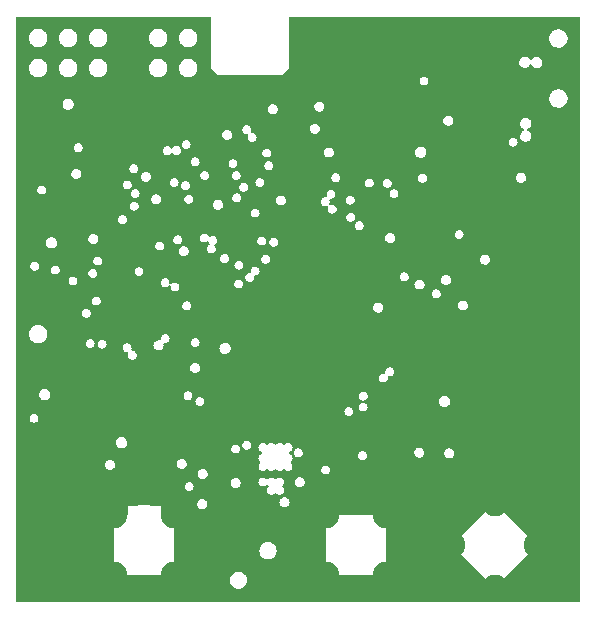
<source format=gbr>
%TF.GenerationSoftware,KiCad,Pcbnew,(6.0.4)*%
%TF.CreationDate,2023-05-27T00:51:03+09:00*%
%TF.ProjectId,RFB,5246422e-6b69-4636-9164-5f7063625858,rev?*%
%TF.SameCoordinates,Original*%
%TF.FileFunction,Copper,L5,Inr*%
%TF.FilePolarity,Positive*%
%FSLAX46Y46*%
G04 Gerber Fmt 4.6, Leading zero omitted, Abs format (unit mm)*
G04 Created by KiCad (PCBNEW (6.0.4)) date 2023-05-27 00:51:03*
%MOMM*%
%LPD*%
G01*
G04 APERTURE LIST*
%TA.AperFunction,ComponentPad*%
%ADD10C,2.600000*%
%TD*%
%TA.AperFunction,ComponentPad*%
%ADD11O,1.700000X1.700000*%
%TD*%
%TA.AperFunction,ComponentPad*%
%ADD12C,0.500000*%
%TD*%
%TA.AperFunction,ComponentPad*%
%ADD13C,2.250000*%
%TD*%
%TA.AperFunction,ComponentPad*%
%ADD14C,1.620000*%
%TD*%
%TA.AperFunction,ViaPad*%
%ADD15C,0.350000*%
%TD*%
%TA.AperFunction,ViaPad*%
%ADD16C,0.550000*%
%TD*%
G04 APERTURE END LIST*
D10*
%TO.N,GND*%
%TO.C,H1*%
X78790800Y-95097600D03*
%TD*%
D11*
%TO.N,GND*%
%TO.C,J9*%
X34950400Y-85770800D03*
%TD*%
D10*
%TO.N,GND*%
%TO.C,H2*%
X73329800Y-61417200D03*
%TD*%
D11*
%TO.N,GND*%
%TO.C,J7*%
X42570400Y-58166000D03*
X42570400Y-60706000D03*
%TD*%
D12*
%TO.N,GND*%
%TO.C,U8*%
X66594100Y-92342400D03*
X64594100Y-91342400D03*
X66594100Y-90342400D03*
X64594100Y-90342400D03*
X65594100Y-91342400D03*
X65594100Y-90342400D03*
X66594100Y-91342400D03*
X64594100Y-92342400D03*
X65594100Y-92342400D03*
%TD*%
%TO.N,GND*%
%TO.C,U3*%
X63728600Y-80146400D03*
X62728600Y-78146400D03*
X64728600Y-78146400D03*
X63728600Y-79146400D03*
X64728600Y-80146400D03*
X62728600Y-79146400D03*
X64728600Y-79146400D03*
X62728600Y-80146400D03*
X63728600Y-78146400D03*
%TD*%
D11*
%TO.N,GND*%
%TO.C,J6*%
X78994000Y-60756800D03*
%TD*%
D13*
%TO.N,GND*%
%TO.C,J3*%
X41402000Y-103685400D03*
X46482000Y-98605400D03*
X46482000Y-103685400D03*
X41402000Y-98605400D03*
%TD*%
D14*
%TO.N,GND*%
%TO.C,RV1*%
X49406800Y-101574600D03*
%TD*%
D12*
%TO.N,GND*%
%TO.C,IC3*%
X63736200Y-68417900D03*
X63736200Y-67142900D03*
X65011200Y-68417900D03*
X62461200Y-68417900D03*
X63736200Y-69692900D03*
X61186200Y-68417900D03*
X61186200Y-67142900D03*
X62461200Y-69692900D03*
X65011200Y-64592900D03*
X66286200Y-67142900D03*
X63736200Y-64592900D03*
X66286200Y-69692900D03*
X63736200Y-65867900D03*
X61186200Y-64592900D03*
X66286200Y-68417900D03*
X62461200Y-67142900D03*
X66286200Y-64592900D03*
X65011200Y-65867900D03*
X62461200Y-65867900D03*
X66286200Y-65867900D03*
X65011200Y-69692900D03*
X62461200Y-64592900D03*
X61186200Y-69692900D03*
X65011200Y-67142900D03*
X61186200Y-65867900D03*
%TD*%
D10*
%TO.N,GND*%
%TO.C,H3*%
X35306000Y-103733600D03*
%TD*%
D13*
%TO.N,GND*%
%TO.C,J1*%
X73609200Y-97550698D03*
X73609200Y-104734902D03*
X77201302Y-101142800D03*
X70017098Y-101142800D03*
%TD*%
%TO.N,GND*%
%TO.C,J2*%
X64363600Y-103682800D03*
X59283600Y-103682800D03*
X59283600Y-98602800D03*
X64363600Y-98602800D03*
%TD*%
D12*
%TO.N,GND*%
%TO.C,U4*%
X43422800Y-83203800D03*
X43452800Y-79203800D03*
X40722800Y-80473800D03*
X41992800Y-83203800D03*
X43452800Y-80473800D03*
X41992800Y-80473800D03*
X44722800Y-81933800D03*
X43452800Y-81933800D03*
X41992800Y-81933800D03*
X44722800Y-80473800D03*
X41992800Y-79203800D03*
X40722800Y-81933800D03*
%TD*%
D15*
%TO.N,GND*%
X41325800Y-96926400D03*
X46558200Y-96215200D03*
X46558200Y-96926400D03*
X53060600Y-94462600D03*
X50017706Y-89895706D03*
X50520600Y-90398600D03*
X51023494Y-90901494D03*
X45897800Y-91795600D03*
X45897800Y-92506800D03*
X46400694Y-91292706D03*
X48514000Y-89890600D03*
X47802800Y-89890600D03*
X49225200Y-89890600D03*
X65709800Y-95758000D03*
X64897000Y-95758000D03*
X60045600Y-97358200D03*
X59542706Y-96855306D03*
X60548494Y-97861094D03*
X70332600Y-96113600D03*
X71297800Y-69748400D03*
X71653400Y-69138800D03*
X70942200Y-69138800D03*
X71780400Y-63525400D03*
X72491600Y-63525400D03*
X71069200Y-63525400D03*
X56134000Y-66294000D03*
X50647600Y-94157800D03*
X40767000Y-92379800D03*
X39522400Y-98145600D03*
X39522400Y-99568000D03*
X39522400Y-96723200D03*
X39522400Y-95300800D03*
X39522400Y-93878400D03*
X38785800Y-99542600D03*
X38785800Y-96697800D03*
X37363400Y-98120200D03*
X38785800Y-95275400D03*
X37363400Y-99542600D03*
X38785800Y-98120200D03*
X37363400Y-96697801D03*
X37363400Y-95275400D03*
X37363400Y-93853000D03*
X38785800Y-93853000D03*
X38074600Y-99542600D03*
X38074600Y-96697800D03*
X36652200Y-98120200D03*
X38074600Y-95275400D03*
X36652200Y-99542600D03*
X38074600Y-98120200D03*
X36652200Y-96697801D03*
X36652200Y-95275400D03*
X36652200Y-93853000D03*
X38074600Y-93853000D03*
X35941000Y-99542600D03*
X35941000Y-96697800D03*
X34518600Y-98120200D03*
X35941000Y-95275400D03*
X34518600Y-99542600D03*
X35941000Y-98120200D03*
X34518600Y-96697801D03*
X34518600Y-95275400D03*
X34518600Y-93853000D03*
X35941000Y-93853000D03*
X35229800Y-99542600D03*
X35229800Y-96697800D03*
X33807400Y-98120200D03*
X35229800Y-95275400D03*
X33807400Y-99542600D03*
X35229800Y-98120200D03*
X33807400Y-96697801D03*
X33807400Y-95275400D03*
X33807400Y-93853000D03*
X35229800Y-93853000D03*
X34518600Y-94564200D03*
X34518600Y-97409000D03*
X35941000Y-95986600D03*
X34518600Y-98831400D03*
X35941000Y-94564200D03*
X34518600Y-95986600D03*
X35941000Y-97409000D03*
X35941000Y-98831400D03*
X35941000Y-100253800D03*
X34518600Y-100253800D03*
X37363400Y-94564200D03*
X37363400Y-97409000D03*
X38785800Y-95986600D03*
X37363400Y-98831400D03*
X38785800Y-94564200D03*
X37363400Y-95986600D03*
X38785800Y-97409000D03*
X38785800Y-98831400D03*
X38785800Y-100253800D03*
X37363400Y-100253800D03*
X54127400Y-84480400D03*
X54483000Y-83870800D03*
X54838600Y-84480400D03*
X55194200Y-83870800D03*
X53416200Y-84480400D03*
X53771800Y-83870800D03*
X53060600Y-83870800D03*
X52349400Y-83870800D03*
X41224200Y-89103200D03*
X41224200Y-88392000D03*
X41833800Y-89458800D03*
X41833800Y-88747600D03*
X41833800Y-88036400D03*
X42443400Y-90525600D03*
X43053000Y-89458800D03*
X42443400Y-89814400D03*
X42443400Y-89103200D03*
X42443400Y-88392000D03*
X46659800Y-89103200D03*
X46050200Y-88747600D03*
X46050200Y-89458800D03*
X46050200Y-90170000D03*
X45440600Y-88392000D03*
X45440600Y-89103200D03*
X45440600Y-89814400D03*
X45440600Y-90525600D03*
X68402200Y-63347600D03*
X72136000Y-74828400D03*
X74269600Y-84429600D03*
X57200800Y-69494400D03*
X66802000Y-101498401D03*
X77470000Y-99364801D03*
X76213474Y-99041420D03*
X60401200Y-58826400D03*
X60553600Y-90170000D03*
X43332400Y-105765600D03*
X45135800Y-96926400D03*
X59918600Y-93548200D03*
X73075800Y-69138800D03*
X56134000Y-101498400D03*
X75336400Y-95097601D03*
X57480200Y-74498200D03*
X72190320Y-103567469D03*
X79603600Y-75895200D03*
X62534800Y-103860600D03*
X50038000Y-88722200D03*
X66802000Y-57759600D03*
X74549000Y-65684400D03*
X77470000Y-56692800D03*
X68259883Y-75402517D03*
X49733201Y-105765600D03*
X76403200Y-82296000D03*
X43992800Y-72593200D03*
X71004926Y-103244180D03*
X58785683Y-79263317D03*
X43434000Y-96012000D03*
X78536800Y-97231199D03*
X40132000Y-91897201D03*
X36931600Y-102565201D03*
X34340800Y-89052400D03*
X72847200Y-64846200D03*
X71394295Y-75265306D03*
X41529000Y-65049400D03*
X66217800Y-85445600D03*
X61391800Y-85674200D03*
X74269600Y-95097600D03*
X80670400Y-88696800D03*
X71069200Y-72694800D03*
X39065200Y-104698800D03*
X38049200Y-86029800D03*
X71780400Y-64236600D03*
X71424800Y-64846200D03*
X79603600Y-88696800D03*
X47599600Y-105765600D03*
X75336400Y-91897199D03*
X65963800Y-95148400D03*
X80670401Y-81229200D03*
X40741600Y-86537800D03*
X46736000Y-86233000D03*
X58176083Y-92008883D03*
X57200800Y-63093600D03*
X78536800Y-104698800D03*
X43053000Y-88747600D03*
X77470001Y-87630000D03*
X36347400Y-92456000D03*
X66395600Y-87985600D03*
X68173600Y-59639200D03*
X64449883Y-96281317D03*
X77470000Y-92964000D03*
X61290200Y-74498200D03*
X65735200Y-104698800D03*
X63728600Y-84048600D03*
X68173600Y-77927200D03*
X76403200Y-90830400D03*
X67360800Y-94081600D03*
X67843400Y-88392000D03*
X63347600Y-86410800D03*
X33731200Y-67360800D03*
X57200800Y-78028800D03*
X48255614Y-88322986D03*
X66802001Y-59893200D03*
X66969589Y-75118011D03*
X60370694Y-75001094D03*
X37998401Y-65227200D03*
X43230800Y-103860600D03*
X76033869Y-102561680D03*
X74269600Y-81229200D03*
X50038000Y-88011000D03*
X78536800Y-75895200D03*
X51282600Y-82143600D03*
X37998400Y-87960200D03*
X39497000Y-98831400D03*
X67756989Y-75905411D03*
X79603600Y-67360800D03*
X58496200Y-100076000D03*
X74269600Y-79095600D03*
X62306200Y-72390000D03*
X61468000Y-58826400D03*
X60452000Y-63042800D03*
X62534800Y-57759600D03*
X80670400Y-85496400D03*
X67005200Y-63042800D03*
X59283600Y-59639200D03*
X60756800Y-104470200D03*
X33731200Y-65227200D03*
X34315400Y-79679800D03*
X39497000Y-100253800D03*
X68935600Y-104698800D03*
X47726600Y-83261200D03*
X69646800Y-71577201D03*
X41097200Y-85979000D03*
X80670400Y-90830400D03*
X78536800Y-81229200D03*
X66471800Y-77571600D03*
X67843400Y-86969600D03*
X71069200Y-92964001D03*
X36931600Y-65227200D03*
X77470000Y-82295999D03*
X72135999Y-83362800D03*
X80670400Y-60959999D03*
X47015400Y-82143600D03*
X40132000Y-104698800D03*
X78536800Y-79095600D03*
X46990000Y-87960200D03*
X78536800Y-76962000D03*
X76403200Y-96164401D03*
X58191400Y-74498200D03*
X70901483Y-77784883D03*
X73939400Y-66040000D03*
X74269600Y-92964000D03*
X60401200Y-59893201D03*
D16*
X61950600Y-97104200D03*
D15*
X48666400Y-102565200D03*
X79603601Y-87630000D03*
X80670400Y-105765600D03*
X42570400Y-97612200D03*
X76403199Y-56692800D03*
X75336400Y-56692800D03*
X65735200Y-57759600D03*
X51866800Y-90830400D03*
X73863200Y-86791800D03*
X52933599Y-101498400D03*
X69265672Y-74396728D03*
X78536800Y-88696800D03*
X77470000Y-98298000D03*
X74269600Y-56692800D03*
X80670400Y-79095600D03*
X44856400Y-68580000D03*
X76033869Y-99723920D03*
X63728600Y-81838800D03*
X67472483Y-74615117D03*
X37998400Y-105765600D03*
X72136000Y-94030801D03*
X65341500Y-93929200D03*
X73939400Y-65328800D03*
X59334400Y-105765600D03*
X73837800Y-67589400D03*
X37439600Y-86385400D03*
X34798000Y-101498400D03*
X50977800Y-92786200D03*
X67884117Y-94604917D03*
X42875200Y-104470200D03*
X69646800Y-70154800D03*
X64668400Y-58826400D03*
X51993801Y-82143600D03*
X36652200Y-100253800D03*
X58267600Y-78028800D03*
X63525400Y-97358200D03*
X56921400Y-73406000D03*
X68935600Y-105765600D03*
X71069200Y-62026801D03*
X33604200Y-81813401D03*
X33731200Y-87884000D03*
X79603600Y-103632000D03*
X38887400Y-71932800D03*
X76716369Y-102741286D03*
X58267600Y-105765600D03*
X57200800Y-101498400D03*
X64541400Y-101854000D03*
X73202800Y-64236600D03*
X79603600Y-104698801D03*
X72598177Y-85094977D03*
D16*
X69570600Y-96139000D03*
D15*
X79603600Y-86563200D03*
X43383200Y-91821000D03*
X51866800Y-89077800D03*
X35229800Y-94564200D03*
X57200800Y-104698800D03*
X57170294Y-91003094D03*
X46228000Y-75819000D03*
X62773483Y-94554117D03*
X39497000Y-97409000D03*
X46659800Y-101142800D03*
X68478272Y-73609328D03*
X79603600Y-92964000D03*
X73106306Y-85603106D03*
X49047400Y-73406000D03*
X70535800Y-82702400D03*
X80670400Y-104698800D03*
X40614600Y-100787200D03*
X43332399Y-63093600D03*
X58267599Y-76962000D03*
X80670400Y-70561200D03*
X44831000Y-90170000D03*
X36347400Y-91033600D03*
X71069200Y-57759599D03*
X61366400Y-93827600D03*
X46304200Y-82143600D03*
X35864801Y-72694800D03*
X69596000Y-61061600D03*
X73863200Y-90347800D03*
X55143400Y-76809600D03*
X71104811Y-96377811D03*
X64617600Y-73456800D03*
X71069199Y-94030800D03*
X57200800Y-66294000D03*
X35229800Y-100253800D03*
X58267600Y-94030800D03*
X73329800Y-67106800D03*
X54838600Y-83261200D03*
X75336400Y-85496399D03*
X65354200Y-94640400D03*
X60883800Y-86182200D03*
X56210200Y-73406000D03*
X69646800Y-72288400D03*
X50469800Y-73406000D03*
X56972200Y-84683600D03*
X50215800Y-74523600D03*
X44399200Y-63093600D03*
X54000401Y-81229200D03*
X74269601Y-85496400D03*
X38074600Y-95986600D03*
X75336400Y-81229199D03*
X57200800Y-102565200D03*
X34798001Y-69494400D03*
X52933600Y-80162400D03*
X41224200Y-101142800D03*
X75336400Y-96164400D03*
X51181000Y-73406000D03*
X76403200Y-89763600D03*
X80670400Y-91897200D03*
X77470000Y-97231200D03*
X35737799Y-79679800D03*
X58267600Y-95097599D03*
X71507820Y-103747074D03*
X79603600Y-73761600D03*
X43942000Y-103860600D03*
X47599600Y-104698801D03*
X51003200Y-98221800D03*
X43942000Y-93141800D03*
X62270589Y-95057011D03*
X67868800Y-102565200D03*
X47472600Y-96875600D03*
X77470000Y-83362800D03*
X55549800Y-83261200D03*
X80670400Y-99364800D03*
X75028080Y-98718131D03*
X48336200Y-73406000D03*
X51866800Y-105765600D03*
X56134000Y-105765600D03*
X76403200Y-91897200D03*
X79603600Y-102565201D03*
X33731200Y-69494400D03*
X60198000Y-79222600D03*
X79603600Y-72694799D03*
X36550601Y-80797400D03*
X52933600Y-105765600D03*
X71592389Y-84089189D03*
X68935600Y-103632000D03*
X49453800Y-65709800D03*
X44399200Y-96723200D03*
X58267600Y-97231199D03*
X75336400Y-92964000D03*
X69392800Y-76276200D03*
X33731200Y-105765600D03*
X70002400Y-105765600D03*
X65963800Y-76123800D03*
X77470000Y-88696800D03*
X69895694Y-75773306D03*
X79603600Y-71628000D03*
X73202800Y-94030801D03*
X38074600Y-84099400D03*
X76403200Y-85496400D03*
X51003200Y-77774800D03*
X71069200Y-64211200D03*
X33604200Y-79679800D03*
X49530000Y-68224400D03*
X61468000Y-59893200D03*
X33807400Y-98831400D03*
X59055000Y-66827400D03*
X65735200Y-59893200D03*
X33604200Y-77901800D03*
X65151000Y-100076000D03*
X57277000Y-80772000D03*
X79603601Y-76962000D03*
X51714400Y-96799400D03*
X58267600Y-96164400D03*
X49758600Y-73406000D03*
X65735200Y-105765600D03*
X41452800Y-95326200D03*
X48437800Y-82143600D03*
X49428400Y-88366600D03*
X68173600Y-58216801D03*
X57200800Y-68427600D03*
X42265600Y-105765600D03*
X43561000Y-65049400D03*
X70002400Y-103632000D03*
X44627800Y-67741801D03*
X40132000Y-87960200D03*
X62534800Y-58826400D03*
X59334400Y-76962000D03*
X77470000Y-84429600D03*
X35229800Y-98831400D03*
X70205600Y-88341200D03*
X58496200Y-100787200D03*
X52349400Y-87757000D03*
X51257200Y-88722200D03*
X66395600Y-88696800D03*
X66548000Y-87122000D03*
X75336400Y-88696800D03*
X75336400Y-87629999D03*
X52425600Y-97510600D03*
X75336400Y-80162400D03*
X74549000Y-64973200D03*
X59105800Y-101854000D03*
X79603600Y-98298000D03*
X63632234Y-85120634D03*
X39065200Y-90830400D03*
X76403200Y-83362801D03*
X65716710Y-84946006D03*
X63946989Y-96784211D03*
X34798000Y-72694800D03*
X74269600Y-72694800D03*
X56133999Y-102565200D03*
X36804600Y-82880201D03*
X47396400Y-79984600D03*
X56667400Y-90500200D03*
X36347400Y-90322400D03*
X67868800Y-100431600D03*
X56972200Y-83972400D03*
X63449200Y-87223600D03*
X50647600Y-89077800D03*
X48666400Y-105765600D03*
X40132000Y-105765600D03*
X66802000Y-100431600D03*
X55549800Y-82143600D03*
X73202800Y-82296000D03*
X67970400Y-92125800D03*
X45847000Y-96926400D03*
X77470000Y-103632000D03*
X68935600Y-99364800D03*
X59131200Y-68580000D03*
X57200800Y-65227200D03*
X78536800Y-103632000D03*
X71089494Y-83586294D03*
X73456800Y-90957400D03*
X44653200Y-103860600D03*
X57632600Y-71958200D03*
X59283600Y-58216800D03*
X50571400Y-82143600D03*
X36449000Y-78968600D03*
X79603600Y-99364800D03*
X55067200Y-80162400D03*
X76403200Y-71628000D03*
X74269600Y-82296000D03*
X48666400Y-65049400D03*
X68529200Y-72186800D03*
X39497000Y-94564200D03*
X37769800Y-81711800D03*
X52933600Y-63093600D03*
X79603600Y-69494400D03*
X38074600Y-98831400D03*
X76403200Y-104698800D03*
X35229800Y-97409000D03*
X58496200Y-101498400D03*
X61569600Y-94691200D03*
X38658800Y-73787000D03*
X79603600Y-84429600D03*
X35737800Y-78968600D03*
X65212011Y-84439811D03*
X60401201Y-95097600D03*
X54127401Y-82143600D03*
X80670400Y-94030800D03*
X76403200Y-94030801D03*
X80670400Y-69494399D03*
X61569600Y-72618600D03*
X37439600Y-85674200D03*
X71948117Y-92466083D03*
X79603601Y-70561200D03*
X69895694Y-76779094D03*
X74269600Y-91897200D03*
X35229800Y-95986600D03*
D16*
X60997961Y-96239399D03*
D15*
X63601600Y-58826400D03*
X36652200Y-97409000D03*
X78536800Y-67360799D03*
X60690811Y-87792611D03*
X56134000Y-75895200D03*
X80670401Y-87630000D03*
X56261000Y-83261200D03*
X63601600Y-59893200D03*
X63195200Y-92125800D03*
X42062400Y-63500000D03*
X44831000Y-88036400D03*
X36804600Y-81813400D03*
X54000400Y-90830400D03*
X77470000Y-76961999D03*
X52933600Y-88696800D03*
X75336400Y-57759601D03*
X78536800Y-86563200D03*
X75336399Y-83362800D03*
X42875200Y-95326200D03*
X33731200Y-86817200D03*
X63855600Y-87833200D03*
X42037000Y-96926400D03*
X57673189Y-91505989D03*
X67868800Y-101498400D03*
X77470000Y-90830400D03*
X33731200Y-74828400D03*
X44627801Y-65049400D03*
X70891400Y-75768200D03*
X63728600Y-77216000D03*
X75207686Y-104249969D03*
X55067199Y-88696800D03*
X54000400Y-79095601D03*
X64033400Y-94056200D03*
X78536800Y-102565200D03*
X79603601Y-79095600D03*
X40360600Y-76428600D03*
X33731200Y-64160400D03*
X64465200Y-72593200D03*
X74447400Y-68656200D03*
X45085000Y-94056200D03*
X49860200Y-82143600D03*
X70002400Y-58826400D03*
X77470000Y-80162400D03*
X62890400Y-104470200D03*
X71184531Y-102561680D03*
X73202800Y-80162400D03*
X63129339Y-84617739D03*
X75710580Y-98538526D03*
X80670400Y-96164400D03*
X57200800Y-105765600D03*
X76403200Y-76962000D03*
X56134000Y-80162400D03*
X73863200Y-87503000D03*
X72136000Y-105765600D03*
X57200800Y-75895200D03*
X33731200Y-88696800D03*
X65151000Y-102209600D03*
X39065200Y-101498400D03*
X73609200Y-86106000D03*
X59334400Y-78028800D03*
X56134000Y-84429600D03*
X57200800Y-58826400D03*
X72136000Y-64846200D03*
X79603600Y-78028800D03*
X71687425Y-103064575D03*
X67843400Y-86258399D03*
X36652200Y-94564200D03*
X72136000Y-58826400D03*
X41275000Y-75158600D03*
X64668400Y-95148400D03*
X69596000Y-58216800D03*
X56134000Y-67360800D03*
X73863200Y-89636599D03*
X64439800Y-84302600D03*
X41198800Y-105765600D03*
X57200800Y-100431600D03*
X57099200Y-97510600D03*
X78536800Y-89763600D03*
X35864800Y-101498400D03*
X61112400Y-103860600D03*
X76403200Y-81229199D03*
X44297600Y-95326200D03*
X71069200Y-104698800D03*
X50317400Y-64973200D03*
X47269400Y-101498400D03*
X67254094Y-76408306D03*
X67818000Y-77317600D03*
X36957000Y-89255600D03*
X79603600Y-83362801D03*
X38760400Y-76276200D03*
X41532816Y-71932800D03*
X64363600Y-88341200D03*
X64465200Y-71882000D03*
X74447400Y-67945000D03*
X54000400Y-103632000D03*
X34798000Y-65227200D03*
X36804600Y-86080601D03*
X47726600Y-82143600D03*
X73202799Y-83362800D03*
X65735200Y-97231200D03*
X48260000Y-93954600D03*
X80670400Y-56692800D03*
X64541400Y-100431600D03*
X69646800Y-73710800D03*
X73202799Y-81229200D03*
X55067200Y-104698800D03*
X69596000Y-59639200D03*
X78536800Y-71628000D03*
X50800000Y-102565200D03*
X76403200Y-79095600D03*
X75336400Y-86563201D03*
X75336399Y-79095600D03*
X42799000Y-94056200D03*
X70002400Y-69367400D03*
X80670400Y-83362800D03*
X49428400Y-89077800D03*
X46304200Y-83261200D03*
X39065200Y-92964000D03*
X60909200Y-79222600D03*
X38074600Y-100253800D03*
X40821616Y-71932800D03*
X80670400Y-97231200D03*
X76403200Y-72694800D03*
X67564001Y-72694800D03*
X56972200Y-85394800D03*
X67462400Y-77927200D03*
X60401200Y-57759600D03*
X57200800Y-98298000D03*
X67589400Y-84048600D03*
X51866800Y-80162400D03*
X33807400Y-94564200D03*
X43281600Y-97612200D03*
X49758600Y-92583000D03*
X80670400Y-101498400D03*
X77470000Y-86563200D03*
X41452800Y-86537800D03*
X37261800Y-80797400D03*
X66751200Y-78359000D03*
X46659800Y-100431600D03*
X37312600Y-74650600D03*
D16*
X62890400Y-97993200D03*
D15*
X80670400Y-76962000D03*
D16*
X67824335Y-98018600D03*
D15*
X60452000Y-62331600D03*
X61823600Y-103860600D03*
X80670400Y-100431600D03*
X67005200Y-63754000D03*
X35864801Y-68427600D03*
X45466000Y-105765600D03*
X57200800Y-99364800D03*
X60711106Y-76916306D03*
X42799000Y-93141800D03*
X46837600Y-85521800D03*
X33731200Y-75895201D03*
X70502031Y-102741286D03*
X47269400Y-100787200D03*
D16*
X68681600Y-97078800D03*
D15*
X48260000Y-79273400D03*
X62204600Y-74777600D03*
X69748400Y-94792800D03*
X54000400Y-88696800D03*
X44297600Y-104470200D03*
X60553600Y-72847200D03*
X36652200Y-98831400D03*
X80670401Y-98298000D03*
X45008800Y-95326200D03*
X47599599Y-65049400D03*
X75710580Y-103747074D03*
X50800000Y-105765600D03*
X73863200Y-88925400D03*
X51866799Y-62026800D03*
X50248858Y-78529142D03*
X56591200Y-89077800D03*
X52933600Y-102565200D03*
X67868800Y-105765600D03*
X52425600Y-98221800D03*
X51003200Y-97510600D03*
X72451011Y-91963189D03*
X33731200Y-89408000D03*
X72136000Y-95097600D03*
X80665228Y-102563584D03*
X60208211Y-76413411D03*
X49733200Y-104698800D03*
X54000400Y-63093600D03*
X71069199Y-70561200D03*
X35864801Y-65227200D03*
X61468000Y-57759600D03*
X39065200Y-103632000D03*
X63271400Y-94056200D03*
X77470000Y-91897199D03*
X68783200Y-94081600D03*
X38074600Y-84810600D03*
X79603600Y-90830400D03*
X59055000Y-63020000D03*
X43455584Y-66675000D03*
X79603600Y-91897201D03*
X35864800Y-73761600D03*
X78536800Y-83362800D03*
X72364600Y-70358000D03*
X79603600Y-105765600D03*
X75336400Y-78028800D03*
X55067200Y-90830400D03*
X66802000Y-104698801D03*
X60045600Y-73406000D03*
X73202800Y-73761600D03*
X50571400Y-83261200D03*
X68173600Y-76708000D03*
X58795894Y-75001094D03*
X75336400Y-97231200D03*
X77470000Y-105765600D03*
X41656000Y-67818000D03*
X68402200Y-90551000D03*
X56591200Y-88366600D03*
X35864801Y-66294000D03*
X41224200Y-100431600D03*
X57200799Y-94030800D03*
X78536800Y-82296000D03*
X66979800Y-60785000D03*
X33731200Y-68427600D03*
X67975377Y-74112223D03*
X33807400Y-100253800D03*
X74269601Y-83362800D03*
X75028080Y-103567469D03*
X72110600Y-97383600D03*
X52705000Y-82143600D03*
X73202801Y-74828400D03*
X78536800Y-99364800D03*
X59105800Y-100431600D03*
X80670400Y-67360799D03*
X71069200Y-105765600D03*
X49733200Y-103632000D03*
X57200800Y-76962000D03*
X55067200Y-81229200D03*
X42164000Y-95326200D03*
X48615600Y-85191600D03*
X66182317Y-96306717D03*
X80670401Y-71628000D03*
X60477400Y-60782200D03*
X33731200Y-84683599D03*
X42037000Y-96215200D03*
X47269400Y-102209600D03*
X52933601Y-90830400D03*
X61468000Y-105765600D03*
X64668401Y-59893200D03*
X49758600Y-93294200D03*
X59486800Y-79222600D03*
X46659800Y-101854000D03*
X78536800Y-91897200D03*
X75336400Y-90830400D03*
X48666400Y-99364800D03*
X33731200Y-63093600D03*
X74549000Y-66395600D03*
X79603601Y-89763600D03*
X79603600Y-85496399D03*
X73202800Y-92964000D03*
X72491600Y-64236600D03*
X76403199Y-78028800D03*
X57937400Y-69596000D03*
X51282600Y-83261200D03*
X42499381Y-85956970D03*
X42748200Y-96215200D03*
X76213474Y-103244180D03*
X71069200Y-59893200D03*
X56972199Y-82143600D03*
X56591200Y-89789000D03*
X57861200Y-58216800D03*
X68762777Y-74899623D03*
X61620400Y-79222600D03*
X63844600Y-93319600D03*
X39319200Y-72872600D03*
X68935600Y-98653600D03*
X79603601Y-81229200D03*
X78536800Y-69494400D03*
X75336400Y-62026800D03*
X73837800Y-68300600D03*
X36347400Y-91744800D03*
X40817800Y-70002400D03*
X36931600Y-66294000D03*
X80670400Y-92964000D03*
X64541400Y-101142800D03*
X66045106Y-86619106D03*
X59705317Y-75910517D03*
X37261801Y-80086200D03*
X78536800Y-90830400D03*
X60375800Y-86766400D03*
X41452800Y-84582000D03*
X80670400Y-66294000D03*
X54838600Y-82143600D03*
X54000400Y-104698801D03*
X58267600Y-75895200D03*
X66802000Y-103632000D03*
X53263800Y-93751400D03*
X52933600Y-89763600D03*
X39497000Y-95986600D03*
X77470001Y-79095600D03*
X38074600Y-97409000D03*
X66751200Y-76911200D03*
X43053000Y-90170000D03*
X49047400Y-92583000D03*
X56769000Y-74498200D03*
X80670400Y-82296000D03*
X51714400Y-97510600D03*
X45008800Y-104470200D03*
X41224200Y-101854000D03*
X73939400Y-66751200D03*
X56134000Y-104698801D03*
X65735200Y-99364800D03*
X74269599Y-94030800D03*
X75207686Y-98035631D03*
X56134000Y-76962001D03*
X40132000Y-90830400D03*
X37541200Y-71272400D03*
X72720200Y-69748400D03*
X59918600Y-96164400D03*
X71729600Y-81864200D03*
X55067200Y-105765600D03*
X80670400Y-63093599D03*
X56133999Y-68427600D03*
X80670400Y-95097600D03*
X76403200Y-87630000D03*
X50800000Y-81229200D03*
X44831000Y-90881200D03*
X37998399Y-92964000D03*
X66685211Y-96809611D03*
X36804600Y-85013801D03*
X75641200Y-63296800D03*
X78536800Y-92964000D03*
X51257200Y-89433400D03*
X43764200Y-74498200D03*
X47447200Y-85166200D03*
X57200800Y-67360800D03*
X66732710Y-85962006D03*
X50469800Y-93294200D03*
X34798000Y-74828401D03*
X33731200Y-71628000D03*
X59867800Y-74498200D03*
X65151000Y-100787200D03*
X70002400Y-62026800D03*
X75336400Y-82296000D03*
X73431400Y-69748400D03*
X78536800Y-98298000D03*
X79603600Y-74828399D03*
X45796200Y-85801200D03*
X75336400Y-94030801D03*
X47015400Y-83261200D03*
X55346600Y-74498200D03*
X45135800Y-96215200D03*
X78536800Y-80162400D03*
X36347400Y-89611200D03*
X40821616Y-70971416D03*
X51003200Y-96799400D03*
X59334400Y-73406000D03*
X34798000Y-68427600D03*
X56591200Y-87655400D03*
X60198000Y-88366600D03*
X73202800Y-84429600D03*
X76403200Y-105765600D03*
X69418200Y-81508600D03*
X68387011Y-95107811D03*
X79603600Y-80162400D03*
X61193706Y-88295506D03*
X74269600Y-80162400D03*
X80670400Y-89763600D03*
X80670400Y-58826400D03*
X33807400Y-95986600D03*
X52933600Y-81229200D03*
X70398589Y-76276200D03*
X56134000Y-103632000D03*
X79603600Y-97231200D03*
X54000400Y-62026800D03*
X78536800Y-68427600D03*
X40690800Y-73736200D03*
X54127400Y-83261200D03*
X39065199Y-87960200D03*
X59893200Y-92506800D03*
X44831000Y-88747600D03*
X57632600Y-70256400D03*
X44450000Y-96012000D03*
X78536800Y-85496400D03*
X68554600Y-92608400D03*
X61696600Y-88798400D03*
X70713600Y-64846200D03*
X77470000Y-85496401D03*
X61468000Y-104470200D03*
X58496200Y-102209600D03*
X76403200Y-92964000D03*
X80670400Y-103632000D03*
X48666400Y-103632000D03*
X46913800Y-84556600D03*
X64114706Y-73959694D03*
X73202800Y-95097600D03*
X68935600Y-102565201D03*
X76403200Y-84429600D03*
X42244016Y-71932800D03*
X76403200Y-88696800D03*
X69900800Y-99695000D03*
X65542211Y-86116211D03*
X61264800Y-75895200D03*
X40386000Y-85979000D03*
X56131601Y-99364451D03*
X75530975Y-103064575D03*
X43942000Y-94056200D03*
X35864800Y-71628000D03*
X59105800Y-101142800D03*
X77470000Y-75895200D03*
X52425600Y-96799400D03*
X78536800Y-70561200D03*
X68300600Y-70091856D03*
X80670400Y-73761600D03*
X61722000Y-95504000D03*
X73939400Y-63906400D03*
X75336400Y-84429599D03*
X45796200Y-86512400D03*
X33731200Y-66294000D03*
X33731200Y-70561200D03*
X46532800Y-105765600D03*
X45465999Y-63093600D03*
X74447400Y-67233800D03*
X60452000Y-63754000D03*
X33731200Y-73761600D03*
X70398589Y-77281989D03*
X76403200Y-73761600D03*
X68427600Y-65278000D03*
X44627800Y-66675000D03*
X78536800Y-73761599D03*
X56133999Y-100431600D03*
X36957000Y-91389200D03*
X72136000Y-96164400D03*
X67868800Y-104698800D03*
X72136000Y-73761600D03*
X73863200Y-88214200D03*
X70205600Y-87630000D03*
X44831000Y-89458800D03*
X80670400Y-74828400D03*
X34798000Y-66294000D03*
X43053000Y-88036400D03*
X48666400Y-63093600D03*
X80670400Y-86563200D03*
X55067200Y-62026800D03*
X37998400Y-101498400D03*
X73075800Y-70358000D03*
X71069200Y-95097600D03*
X53416200Y-83261200D03*
X37998401Y-66294000D03*
X78536800Y-74828400D03*
X80670400Y-62026800D03*
X60985400Y-77571600D03*
X37998400Y-104698801D03*
X48666400Y-104698800D03*
X64668400Y-105765600D03*
X70891400Y-82092800D03*
X78536800Y-105765600D03*
X43586400Y-95326200D03*
X40821616Y-72894184D03*
X58216800Y-92735400D03*
X64236600Y-75844400D03*
X53416201Y-82143600D03*
X66649600Y-94081600D03*
X68173600Y-61061600D03*
X79603600Y-68427599D03*
X42164000Y-86537800D03*
X50799999Y-101498400D03*
X43484800Y-96723200D03*
X64820800Y-88874600D03*
X49403000Y-87655400D03*
X39065200Y-91897201D03*
X80670400Y-80162400D03*
X67005200Y-62331600D03*
X55067200Y-87655400D03*
X48666399Y-100431600D03*
X62809094Y-71887106D03*
X72953906Y-91460294D03*
X58750200Y-70434200D03*
X80670400Y-57759600D03*
X65735200Y-58826400D03*
X59283600Y-61061600D03*
X63601600Y-57759600D03*
X48234600Y-74498200D03*
X49530000Y-71272400D03*
X72009000Y-69748400D03*
X62814200Y-74320400D03*
X80670400Y-65227199D03*
X66802000Y-58826400D03*
X49047400Y-93294200D03*
X33604200Y-80746600D03*
X44932600Y-69596000D03*
X36931600Y-101498400D03*
X47599600Y-63093600D03*
X77470000Y-104698800D03*
X49530000Y-69240400D03*
X72010714Y-104249969D03*
X76716369Y-99544314D03*
X36931600Y-88112600D03*
X52704999Y-83261200D03*
X56134001Y-81229200D03*
X67868800Y-103632000D03*
X33604201Y-78968600D03*
X80670400Y-75895200D03*
X51993800Y-83261200D03*
X71069200Y-71628000D03*
X69646800Y-72999600D03*
X71607706Y-96880706D03*
X66802000Y-99364801D03*
X57200800Y-79095600D03*
X67106800Y-97409000D03*
X33807400Y-97409000D03*
X54635400Y-74498200D03*
X61767694Y-76398094D03*
X78536800Y-72694800D03*
X42490384Y-65049400D03*
X71729600Y-82575400D03*
X45313600Y-97612200D03*
X80670400Y-78028800D03*
X56134000Y-78028800D03*
X75336400Y-89763600D03*
X80670400Y-72694800D03*
X54000399Y-89763600D03*
X51714400Y-98221800D03*
X38074600Y-94564200D03*
X56057800Y-74498200D03*
X44881800Y-93268800D03*
X77470000Y-78028800D03*
X34798000Y-73761600D03*
X39065199Y-102565200D03*
X78536799Y-87630000D03*
X72136000Y-71628000D03*
X55067200Y-103632000D03*
X49504600Y-74523600D03*
X55067200Y-89763600D03*
X55067200Y-79095600D03*
X66466694Y-75620906D03*
X76403200Y-97231200D03*
X62915800Y-90525600D03*
X34315400Y-78968600D03*
X63881000Y-76504800D03*
X37998400Y-103632000D03*
X77470000Y-89763600D03*
X70205600Y-83362800D03*
X69397906Y-99192106D03*
X40614600Y-100076000D03*
X54000400Y-105765600D03*
X38684200Y-84455000D03*
X66802000Y-102565200D03*
X74269600Y-73761600D03*
X56261000Y-82143600D03*
X62341811Y-85405011D03*
X74549000Y-64262000D03*
X68529200Y-71475600D03*
X52933600Y-62026800D03*
X36957000Y-90678000D03*
X33731200Y-101498400D03*
X68935599Y-62026800D03*
X63195200Y-92837000D03*
X79603600Y-82296000D03*
X68529200Y-70764401D03*
X75336400Y-105765600D03*
X43586400Y-104470200D03*
X71404377Y-77281989D03*
X62534801Y-59893200D03*
X76403200Y-95097600D03*
X43053000Y-90881200D03*
X77470000Y-81229201D03*
X65151000Y-101498400D03*
X65303400Y-76403200D03*
X42748200Y-96926400D03*
X36957000Y-92100400D03*
X67843400Y-87680800D03*
X61036200Y-92506800D03*
X56972200Y-81432400D03*
X54000399Y-87655400D03*
X56972200Y-83261200D03*
X44500800Y-91668600D03*
X60985400Y-78282800D03*
X37490400Y-68986400D03*
X72364600Y-69138800D03*
X66802000Y-98298000D03*
X78536800Y-78028800D03*
X73202800Y-72694801D03*
X80670400Y-59893200D03*
X67868800Y-99364800D03*
X60401200Y-105765600D03*
X75530975Y-99221025D03*
X62844706Y-85907906D03*
X36957000Y-89966800D03*
X44602400Y-97612200D03*
X76403200Y-80162400D03*
D16*
X69672200Y-63601600D03*
D15*
X72095283Y-84592083D03*
X48437800Y-83261200D03*
X71069200Y-58826400D03*
X45847000Y-96215200D03*
X80670400Y-68427600D03*
X49860200Y-83261200D03*
X33731200Y-72694800D03*
X76403200Y-86563200D03*
X44399200Y-105765600D03*
X36652200Y-95986600D03*
X38404800Y-78003400D03*
X64947800Y-85725000D03*
X70901483Y-76779094D03*
X74269600Y-71628000D03*
X57632600Y-73406000D03*
X57861200Y-61061600D03*
X39065200Y-105765600D03*
X73939400Y-64617600D03*
X40614600Y-101498400D03*
X62534800Y-105765600D03*
X78536799Y-84429600D03*
X62179200Y-104470200D03*
X63601600Y-105765600D03*
X80670400Y-64160400D03*
X66802000Y-105765600D03*
X40614600Y-102209600D03*
X69164200Y-77216000D03*
X42748200Y-91516200D03*
X62479100Y-76396900D03*
X64135000Y-85623400D03*
X43053000Y-86537800D03*
X67564000Y-71628000D03*
X54000400Y-80162400D03*
X58282789Y-79766211D03*
X64668400Y-57759600D03*
X35864800Y-105765600D03*
X68986400Y-95504000D03*
X80670400Y-84429600D03*
X57861200Y-59639200D03*
X79603600Y-100431601D03*
X51866800Y-81229201D03*
X69646800Y-70866000D03*
X68402200Y-67157600D03*
X63611811Y-74462589D03*
X79603600Y-101498400D03*
X75641200Y-64109600D03*
X59055000Y-64925000D03*
X68529200Y-72898000D03*
X70002400Y-104698801D03*
X47269400Y-100076000D03*
X57200800Y-103632000D03*
X37998400Y-102565200D03*
%TD*%
%TA.AperFunction,Conductor*%
%TO.N,GND*%
G36*
X49545086Y-56367936D02*
G01*
X49577204Y-56389396D01*
X49598664Y-56421514D01*
X49606200Y-56459400D01*
X49606200Y-60731400D01*
X50190400Y-61315600D01*
X55626000Y-61315600D01*
X56210200Y-60731400D01*
X56210200Y-60210926D01*
X75672830Y-60210926D01*
X75673127Y-60215453D01*
X75676756Y-60270815D01*
X75678534Y-60297946D01*
X75679650Y-60302339D01*
X75679650Y-60302341D01*
X75694305Y-60360044D01*
X75700000Y-60382470D01*
X75736510Y-60461666D01*
X75786841Y-60532883D01*
X75849308Y-60593736D01*
X75853083Y-60596258D01*
X75853085Y-60596260D01*
X75876916Y-60612183D01*
X75921818Y-60642185D01*
X75925985Y-60643975D01*
X75925990Y-60643978D01*
X75997773Y-60674819D01*
X75997779Y-60674821D01*
X76001943Y-60676610D01*
X76087000Y-60695856D01*
X76123877Y-60697305D01*
X76169607Y-60699102D01*
X76169608Y-60699102D01*
X76174140Y-60699280D01*
X76260444Y-60686766D01*
X76264743Y-60685307D01*
X76264746Y-60685306D01*
X76338722Y-60660195D01*
X76343023Y-60658735D01*
X76346981Y-60656518D01*
X76346984Y-60656517D01*
X76409224Y-60621660D01*
X76419111Y-60616123D01*
X76486160Y-60560360D01*
X76541923Y-60493311D01*
X76564069Y-60453767D01*
X76589156Y-60424394D01*
X76623574Y-60406858D01*
X76662083Y-60403827D01*
X76698820Y-60415764D01*
X76728193Y-60440851D01*
X76740351Y-60460692D01*
X76752510Y-60487066D01*
X76802841Y-60558283D01*
X76865308Y-60619136D01*
X76937818Y-60667585D01*
X76941985Y-60669375D01*
X76941990Y-60669378D01*
X77013773Y-60700219D01*
X77013779Y-60700221D01*
X77017943Y-60702010D01*
X77103000Y-60721256D01*
X77146570Y-60722968D01*
X77185607Y-60724502D01*
X77185608Y-60724502D01*
X77190140Y-60724680D01*
X77276444Y-60712166D01*
X77280743Y-60710707D01*
X77280746Y-60710706D01*
X77354722Y-60685595D01*
X77359023Y-60684135D01*
X77362981Y-60681918D01*
X77362984Y-60681917D01*
X77430727Y-60643978D01*
X77435111Y-60641523D01*
X77502160Y-60585760D01*
X77557923Y-60518711D01*
X77600535Y-60442623D01*
X77628566Y-60360044D01*
X77637643Y-60297445D01*
X77640660Y-60276639D01*
X77640661Y-60276633D01*
X77641080Y-60273740D01*
X77641733Y-60248800D01*
X77638527Y-60213905D01*
X77634168Y-60166479D01*
X77633753Y-60161959D01*
X77610082Y-60078026D01*
X77571511Y-59999812D01*
X77519333Y-59929937D01*
X77455295Y-59870741D01*
X77407944Y-59840865D01*
X77385379Y-59826627D01*
X77385374Y-59826625D01*
X77381541Y-59824206D01*
X77367710Y-59818688D01*
X77304758Y-59793572D01*
X77304752Y-59793570D01*
X77300543Y-59791891D01*
X77296100Y-59791007D01*
X77296096Y-59791006D01*
X77219461Y-59775762D01*
X77219459Y-59775762D01*
X77215011Y-59774877D01*
X77173398Y-59774332D01*
X77132352Y-59773795D01*
X77132348Y-59773795D01*
X77127812Y-59773736D01*
X77123339Y-59774505D01*
X77123334Y-59774505D01*
X77083403Y-59781367D01*
X77041864Y-59788504D01*
X76960047Y-59818688D01*
X76921956Y-59841350D01*
X76888996Y-59860959D01*
X76888991Y-59860963D01*
X76885101Y-59863277D01*
X76881694Y-59866265D01*
X76841566Y-59901456D01*
X76819535Y-59920776D01*
X76816728Y-59924337D01*
X76777253Y-59974412D01*
X76765546Y-59989262D01*
X76763432Y-59993280D01*
X76751379Y-60016189D01*
X76727069Y-60046208D01*
X76693123Y-60064640D01*
X76654706Y-60068678D01*
X76617669Y-60057707D01*
X76587650Y-60033397D01*
X76574975Y-60013881D01*
X76573289Y-60010462D01*
X76555511Y-59974412D01*
X76503333Y-59904537D01*
X76439295Y-59845341D01*
X76397052Y-59818688D01*
X76369379Y-59801227D01*
X76369374Y-59801225D01*
X76365541Y-59798806D01*
X76351710Y-59793288D01*
X76288758Y-59768172D01*
X76288752Y-59768170D01*
X76284543Y-59766491D01*
X76280100Y-59765607D01*
X76280096Y-59765606D01*
X76203461Y-59750362D01*
X76203459Y-59750362D01*
X76199011Y-59749477D01*
X76157398Y-59748932D01*
X76116352Y-59748395D01*
X76116348Y-59748395D01*
X76111812Y-59748336D01*
X76107339Y-59749105D01*
X76107334Y-59749105D01*
X76067403Y-59755967D01*
X76025864Y-59763104D01*
X75994112Y-59774818D01*
X75950233Y-59791006D01*
X75944047Y-59793288D01*
X75905956Y-59815950D01*
X75872996Y-59835559D01*
X75872991Y-59835563D01*
X75869101Y-59837877D01*
X75803535Y-59895376D01*
X75800728Y-59898937D01*
X75770511Y-59937268D01*
X75749546Y-59963862D01*
X75747432Y-59967880D01*
X75712962Y-60033397D01*
X75708941Y-60041039D01*
X75693251Y-60091568D01*
X75685801Y-60115561D01*
X75683080Y-60124323D01*
X75682546Y-60128833D01*
X75682546Y-60128834D01*
X75674681Y-60195290D01*
X75672830Y-60210926D01*
X56210200Y-60210926D01*
X56210200Y-58204604D01*
X78217618Y-58204604D01*
X78223645Y-58314118D01*
X78224328Y-58317550D01*
X78224328Y-58317553D01*
X78229128Y-58341684D01*
X78245042Y-58421692D01*
X78281384Y-58525177D01*
X78331944Y-58622509D01*
X78333978Y-58625355D01*
X78393675Y-58708895D01*
X78393680Y-58708901D01*
X78395713Y-58711746D01*
X78398128Y-58714277D01*
X78398130Y-58714280D01*
X78438349Y-58756439D01*
X78471421Y-58791107D01*
X78557555Y-58859010D01*
X78560585Y-58860770D01*
X78648176Y-58911647D01*
X78652397Y-58914099D01*
X78655644Y-58915414D01*
X78750810Y-58953960D01*
X78750814Y-58953961D01*
X78754055Y-58955274D01*
X78860501Y-58981716D01*
X78863982Y-58982073D01*
X78863984Y-58982073D01*
X78890543Y-58984794D01*
X78954043Y-58991300D01*
X79021938Y-58991300D01*
X79103407Y-58985532D01*
X79210630Y-58962447D01*
X79213906Y-58961239D01*
X79213911Y-58961237D01*
X79310244Y-58925698D01*
X79313532Y-58924485D01*
X79316616Y-58922821D01*
X79406980Y-58874063D01*
X79406982Y-58874062D01*
X79410058Y-58872402D01*
X79412868Y-58870327D01*
X79412872Y-58870324D01*
X79495469Y-58809317D01*
X79495472Y-58809315D01*
X79498282Y-58807239D01*
X79576445Y-58730294D01*
X79588667Y-58714280D01*
X79640863Y-58645886D01*
X79640864Y-58645885D01*
X79642986Y-58643104D01*
X79644694Y-58640054D01*
X79644698Y-58640048D01*
X79694865Y-58550467D01*
X79694866Y-58550466D01*
X79696578Y-58547408D01*
X79736152Y-58445116D01*
X79741582Y-58421692D01*
X79760126Y-58341684D01*
X79760918Y-58338268D01*
X79770382Y-58228996D01*
X79764355Y-58119482D01*
X79759552Y-58095332D01*
X79749447Y-58044532D01*
X79742958Y-58011908D01*
X79706616Y-57908423D01*
X79656056Y-57811091D01*
X79619754Y-57760291D01*
X79594325Y-57724705D01*
X79594320Y-57724699D01*
X79592287Y-57721854D01*
X79543826Y-57671054D01*
X79518987Y-57645017D01*
X79518986Y-57645016D01*
X79516579Y-57642493D01*
X79430445Y-57574590D01*
X79404530Y-57559537D01*
X79338635Y-57521262D01*
X79338633Y-57521261D01*
X79335603Y-57519501D01*
X79303440Y-57506474D01*
X79237190Y-57479640D01*
X79237186Y-57479639D01*
X79233945Y-57478326D01*
X79127499Y-57451884D01*
X79124018Y-57451527D01*
X79124016Y-57451527D01*
X79087843Y-57447821D01*
X79033957Y-57442300D01*
X78966062Y-57442300D01*
X78884593Y-57448068D01*
X78777370Y-57471153D01*
X78774094Y-57472361D01*
X78774089Y-57472363D01*
X78677756Y-57507902D01*
X78674468Y-57509115D01*
X78671385Y-57510779D01*
X78671384Y-57510779D01*
X78655220Y-57519501D01*
X78577942Y-57561198D01*
X78575132Y-57563273D01*
X78575128Y-57563276D01*
X78492531Y-57624283D01*
X78489718Y-57626361D01*
X78411555Y-57703306D01*
X78409432Y-57706087D01*
X78409430Y-57706090D01*
X78365697Y-57763394D01*
X78345014Y-57790496D01*
X78343306Y-57793546D01*
X78343302Y-57793552D01*
X78321584Y-57832333D01*
X78291422Y-57886192D01*
X78251848Y-57988484D01*
X78251059Y-57991890D01*
X78251057Y-57991895D01*
X78238857Y-58044532D01*
X78227082Y-58095332D01*
X78217618Y-58204604D01*
X56210200Y-58204604D01*
X56210200Y-56459400D01*
X56217736Y-56421514D01*
X56239196Y-56389396D01*
X56271314Y-56367936D01*
X56309200Y-56360400D01*
X80751400Y-56360400D01*
X80789286Y-56367936D01*
X80821404Y-56389396D01*
X80842864Y-56421514D01*
X80850400Y-56459400D01*
X80850400Y-105846600D01*
X80842864Y-105884486D01*
X80821404Y-105916604D01*
X80789286Y-105938064D01*
X80751400Y-105945600D01*
X33193000Y-105945600D01*
X33155114Y-105938064D01*
X33122996Y-105916604D01*
X33101536Y-105884486D01*
X33094000Y-105846600D01*
X33094000Y-104118954D01*
X51181623Y-104118954D01*
X51182117Y-104122582D01*
X51182117Y-104122586D01*
X51184697Y-104141540D01*
X51196144Y-104225654D01*
X51197172Y-104229180D01*
X51197172Y-104229181D01*
X51201552Y-104244206D01*
X51226278Y-104329037D01*
X51227816Y-104332373D01*
X51227817Y-104332376D01*
X51244412Y-104368373D01*
X51271361Y-104426830D01*
X51330403Y-104516885D01*
X51402108Y-104597223D01*
X51404930Y-104599570D01*
X51404931Y-104599571D01*
X51420510Y-104612528D01*
X51484901Y-104666081D01*
X51488040Y-104667986D01*
X51488043Y-104667988D01*
X51502766Y-104676922D01*
X51576961Y-104721945D01*
X51676268Y-104763587D01*
X51679830Y-104764492D01*
X51679831Y-104764492D01*
X51777078Y-104789190D01*
X51777083Y-104789191D01*
X51780639Y-104790094D01*
X51870075Y-104799100D01*
X51934145Y-104799100D01*
X51964317Y-104796858D01*
X52010521Y-104793425D01*
X52010528Y-104793424D01*
X52014188Y-104793152D01*
X52119217Y-104769386D01*
X52122634Y-104768057D01*
X52122638Y-104768056D01*
X52216160Y-104731687D01*
X52219580Y-104730357D01*
X52313072Y-104676922D01*
X52329808Y-104663729D01*
X52394756Y-104612528D01*
X52397638Y-104610256D01*
X52400151Y-104607584D01*
X52400157Y-104607579D01*
X52468899Y-104534502D01*
X52471421Y-104531821D01*
X52532801Y-104443343D01*
X52580429Y-104346764D01*
X52585035Y-104332376D01*
X52612139Y-104247703D01*
X52612140Y-104247698D01*
X52613258Y-104244206D01*
X52615705Y-104229181D01*
X52629978Y-104141540D01*
X52629978Y-104141535D01*
X52630567Y-104137921D01*
X52631977Y-104030246D01*
X52629396Y-104011279D01*
X52617952Y-103927187D01*
X52617951Y-103927181D01*
X52617456Y-103923546D01*
X52613104Y-103908615D01*
X52588350Y-103823689D01*
X52588349Y-103823686D01*
X52587322Y-103820163D01*
X52577630Y-103799138D01*
X52543776Y-103725705D01*
X52542239Y-103722370D01*
X52516296Y-103682800D01*
X59283600Y-103682800D01*
X64363600Y-103682800D01*
X64363600Y-101142800D01*
X70017098Y-101142800D01*
X73609200Y-104734902D01*
X77201302Y-101142800D01*
X73609200Y-97550698D01*
X70017098Y-101142800D01*
X64363600Y-101142800D01*
X64363600Y-98602800D01*
X59283600Y-98602800D01*
X59283600Y-103682800D01*
X52516296Y-103682800D01*
X52483197Y-103632315D01*
X52411492Y-103551977D01*
X52395822Y-103538944D01*
X52331527Y-103485471D01*
X52328699Y-103483119D01*
X52325560Y-103481214D01*
X52325557Y-103481212D01*
X52239783Y-103429163D01*
X52236639Y-103427255D01*
X52137332Y-103385613D01*
X52133769Y-103384708D01*
X52036522Y-103360010D01*
X52036517Y-103360009D01*
X52032961Y-103359106D01*
X51943525Y-103350100D01*
X51879455Y-103350100D01*
X51849283Y-103352342D01*
X51803079Y-103355775D01*
X51803072Y-103355776D01*
X51799412Y-103356048D01*
X51694383Y-103379814D01*
X51690966Y-103381143D01*
X51690962Y-103381144D01*
X51597440Y-103417513D01*
X51594020Y-103418843D01*
X51500528Y-103472278D01*
X51497649Y-103474548D01*
X51497647Y-103474549D01*
X51418844Y-103536672D01*
X51415962Y-103538944D01*
X51413449Y-103541616D01*
X51413443Y-103541621D01*
X51401127Y-103554714D01*
X51342179Y-103617379D01*
X51280799Y-103705857D01*
X51233171Y-103802436D01*
X51232052Y-103805933D01*
X51232050Y-103805937D01*
X51227497Y-103820163D01*
X51200342Y-103904994D01*
X51199753Y-103908611D01*
X51199752Y-103908615D01*
X51196728Y-103927187D01*
X51183033Y-104011279D01*
X51181623Y-104118954D01*
X33094000Y-104118954D01*
X33094000Y-103682800D01*
X41402000Y-103682800D01*
X46482000Y-103682800D01*
X46482000Y-101618954D01*
X53681623Y-101618954D01*
X53682117Y-101622582D01*
X53682117Y-101622586D01*
X53684697Y-101641540D01*
X53696144Y-101725654D01*
X53697172Y-101729180D01*
X53697172Y-101729181D01*
X53701552Y-101744206D01*
X53726278Y-101829037D01*
X53727816Y-101832373D01*
X53727817Y-101832376D01*
X53744412Y-101868373D01*
X53771361Y-101926830D01*
X53830403Y-102016885D01*
X53902108Y-102097223D01*
X53904930Y-102099570D01*
X53904931Y-102099571D01*
X53920510Y-102112528D01*
X53984901Y-102166081D01*
X53988040Y-102167986D01*
X53988043Y-102167988D01*
X54002766Y-102176922D01*
X54076961Y-102221945D01*
X54176268Y-102263587D01*
X54179830Y-102264492D01*
X54179831Y-102264492D01*
X54277078Y-102289190D01*
X54277083Y-102289191D01*
X54280639Y-102290094D01*
X54370075Y-102299100D01*
X54434145Y-102299100D01*
X54464317Y-102296858D01*
X54510521Y-102293425D01*
X54510528Y-102293424D01*
X54514188Y-102293152D01*
X54619217Y-102269386D01*
X54622634Y-102268057D01*
X54622638Y-102268056D01*
X54716160Y-102231687D01*
X54719580Y-102230357D01*
X54813072Y-102176922D01*
X54829808Y-102163729D01*
X54894756Y-102112528D01*
X54897638Y-102110256D01*
X54900151Y-102107584D01*
X54900157Y-102107579D01*
X54968899Y-102034502D01*
X54971421Y-102031821D01*
X55032801Y-101943343D01*
X55080429Y-101846764D01*
X55085035Y-101832376D01*
X55112139Y-101747703D01*
X55112140Y-101747698D01*
X55113258Y-101744206D01*
X55115705Y-101729181D01*
X55129978Y-101641540D01*
X55129978Y-101641535D01*
X55130567Y-101637921D01*
X55131977Y-101530246D01*
X55129396Y-101511279D01*
X55117952Y-101427187D01*
X55117951Y-101427181D01*
X55117456Y-101423546D01*
X55113104Y-101408615D01*
X55088350Y-101323689D01*
X55088349Y-101323686D01*
X55087322Y-101320163D01*
X55077630Y-101299138D01*
X55043776Y-101225705D01*
X55042239Y-101222370D01*
X54983197Y-101132315D01*
X54911492Y-101051977D01*
X54895822Y-101038944D01*
X54831527Y-100985471D01*
X54828699Y-100983119D01*
X54825560Y-100981214D01*
X54825557Y-100981212D01*
X54739783Y-100929163D01*
X54736639Y-100927255D01*
X54637332Y-100885613D01*
X54633769Y-100884708D01*
X54536522Y-100860010D01*
X54536517Y-100860009D01*
X54532961Y-100859106D01*
X54443525Y-100850100D01*
X54379455Y-100850100D01*
X54349283Y-100852342D01*
X54303079Y-100855775D01*
X54303072Y-100855776D01*
X54299412Y-100856048D01*
X54194383Y-100879814D01*
X54190966Y-100881143D01*
X54190962Y-100881144D01*
X54097440Y-100917513D01*
X54094020Y-100918843D01*
X54000528Y-100972278D01*
X53997649Y-100974548D01*
X53997647Y-100974549D01*
X53918844Y-101036672D01*
X53915962Y-101038944D01*
X53913449Y-101041616D01*
X53913443Y-101041621D01*
X53901127Y-101054714D01*
X53842179Y-101117379D01*
X53780799Y-101205857D01*
X53733171Y-101302436D01*
X53732052Y-101305933D01*
X53732050Y-101305937D01*
X53727497Y-101320163D01*
X53700342Y-101404994D01*
X53699753Y-101408611D01*
X53699752Y-101408615D01*
X53696728Y-101427187D01*
X53683033Y-101511279D01*
X53681623Y-101618954D01*
X46482000Y-101618954D01*
X46482000Y-98602800D01*
X45463400Y-98602800D01*
X45425514Y-98595264D01*
X45393396Y-98573804D01*
X45371936Y-98541686D01*
X45364400Y-98503800D01*
X45364400Y-97790000D01*
X44581574Y-97790000D01*
X44543688Y-97782464D01*
X44526659Y-97773373D01*
X44407315Y-97693810D01*
X44399200Y-97688400D01*
X43484800Y-97688400D01*
X43357341Y-97773373D01*
X43321639Y-97788118D01*
X43302426Y-97790000D01*
X42519600Y-97790000D01*
X42519600Y-98503800D01*
X42512064Y-98541686D01*
X42490604Y-98573804D01*
X42458486Y-98595264D01*
X42420600Y-98602800D01*
X41402000Y-98602800D01*
X41402000Y-103682800D01*
X33094000Y-103682800D01*
X33094000Y-97631644D01*
X48417688Y-97631644D01*
X48424654Y-97714601D01*
X48447600Y-97794625D01*
X48485653Y-97868668D01*
X48537363Y-97933909D01*
X48541050Y-97937047D01*
X48541052Y-97937049D01*
X48552155Y-97946498D01*
X48600760Y-97987864D01*
X48604983Y-97990224D01*
X48604987Y-97990227D01*
X48655605Y-98018516D01*
X48673430Y-98028478D01*
X48711452Y-98040832D01*
X48748005Y-98052709D01*
X48748008Y-98052710D01*
X48752604Y-98054203D01*
X48757400Y-98054775D01*
X48757405Y-98054776D01*
X48798734Y-98059704D01*
X48835267Y-98064060D01*
X48840090Y-98063689D01*
X48840092Y-98063689D01*
X48867294Y-98061596D01*
X48918270Y-98057674D01*
X48922929Y-98056373D01*
X48922930Y-98056373D01*
X48993786Y-98036589D01*
X48993788Y-98036588D01*
X48998452Y-98035286D01*
X49016606Y-98026116D01*
X49068438Y-97999934D01*
X49068440Y-97999932D01*
X49072759Y-97997751D01*
X49076576Y-97994769D01*
X49134544Y-97949480D01*
X49134548Y-97949477D01*
X49138360Y-97946498D01*
X49146517Y-97937049D01*
X49165558Y-97914989D01*
X49192756Y-97883480D01*
X49233876Y-97811095D01*
X49260154Y-97732102D01*
X49270588Y-97649510D01*
X49270630Y-97646535D01*
X49270668Y-97643740D01*
X49270754Y-97637600D01*
X49270484Y-97634851D01*
X49270484Y-97634841D01*
X49263103Y-97559569D01*
X49263102Y-97559565D01*
X49262630Y-97554749D01*
X49239834Y-97479244D01*
X55377288Y-97479244D01*
X55384254Y-97562201D01*
X55407200Y-97642225D01*
X55445253Y-97716268D01*
X55496963Y-97781509D01*
X55500650Y-97784647D01*
X55500652Y-97784649D01*
X55531726Y-97811095D01*
X55560360Y-97835464D01*
X55564583Y-97837824D01*
X55564587Y-97837827D01*
X55612063Y-97864360D01*
X55633030Y-97876078D01*
X55667091Y-97887145D01*
X55707605Y-97900309D01*
X55707608Y-97900310D01*
X55712204Y-97901803D01*
X55717000Y-97902375D01*
X55717005Y-97902376D01*
X55758334Y-97907304D01*
X55794867Y-97911660D01*
X55799690Y-97911289D01*
X55799692Y-97911289D01*
X55826894Y-97909196D01*
X55877870Y-97905274D01*
X55882529Y-97903973D01*
X55882530Y-97903973D01*
X55953386Y-97884189D01*
X55953388Y-97884188D01*
X55958052Y-97882886D01*
X55962376Y-97880702D01*
X56028038Y-97847534D01*
X56028040Y-97847532D01*
X56032359Y-97845351D01*
X56036176Y-97842369D01*
X56094144Y-97797080D01*
X56094148Y-97797077D01*
X56097960Y-97794098D01*
X56101498Y-97790000D01*
X56149192Y-97734745D01*
X56152356Y-97731080D01*
X56193476Y-97658695D01*
X56219754Y-97579702D01*
X56230188Y-97497110D01*
X56230354Y-97485200D01*
X56230084Y-97482451D01*
X56230084Y-97482441D01*
X56222703Y-97407169D01*
X56222702Y-97407165D01*
X56222230Y-97402349D01*
X56201579Y-97333947D01*
X56199569Y-97327289D01*
X56199568Y-97327286D01*
X56198169Y-97322653D01*
X56159086Y-97249149D01*
X56136284Y-97221190D01*
X56109531Y-97188388D01*
X56109530Y-97188387D01*
X56106470Y-97184635D01*
X56042326Y-97131571D01*
X55969096Y-97091976D01*
X55889571Y-97067358D01*
X55884761Y-97066852D01*
X55884759Y-97066852D01*
X55811594Y-97059162D01*
X55811592Y-97059162D01*
X55806778Y-97058656D01*
X55778307Y-97061247D01*
X55728692Y-97065762D01*
X55728689Y-97065763D01*
X55723872Y-97066201D01*
X55719230Y-97067567D01*
X55719226Y-97067568D01*
X55681152Y-97078774D01*
X55644010Y-97089706D01*
X55639726Y-97091945D01*
X55639725Y-97091946D01*
X55574523Y-97126033D01*
X55574521Y-97126034D01*
X55570235Y-97128275D01*
X55505356Y-97180439D01*
X55502247Y-97184144D01*
X55502244Y-97184147D01*
X55473334Y-97218601D01*
X55451845Y-97244211D01*
X55449509Y-97248459D01*
X55449509Y-97248460D01*
X55428292Y-97287054D01*
X55411739Y-97317163D01*
X55410275Y-97321777D01*
X55410274Y-97321780D01*
X55388804Y-97389461D01*
X55386567Y-97396514D01*
X55386027Y-97401325D01*
X55386027Y-97401327D01*
X55385913Y-97402349D01*
X55377288Y-97479244D01*
X49239834Y-97479244D01*
X49238569Y-97475053D01*
X49219027Y-97438301D01*
X49201759Y-97405823D01*
X49201757Y-97405820D01*
X49199486Y-97401549D01*
X49146870Y-97337035D01*
X49082726Y-97283971D01*
X49009496Y-97244376D01*
X48929971Y-97219758D01*
X48925161Y-97219252D01*
X48925159Y-97219252D01*
X48851994Y-97211562D01*
X48851992Y-97211562D01*
X48847178Y-97211056D01*
X48818707Y-97213647D01*
X48769092Y-97218162D01*
X48769089Y-97218163D01*
X48764272Y-97218601D01*
X48759630Y-97219967D01*
X48759626Y-97219968D01*
X48721552Y-97231174D01*
X48684410Y-97242106D01*
X48680126Y-97244345D01*
X48680125Y-97244346D01*
X48614923Y-97278433D01*
X48614921Y-97278434D01*
X48610635Y-97280675D01*
X48570534Y-97312917D01*
X48559511Y-97321780D01*
X48545756Y-97332839D01*
X48542647Y-97336544D01*
X48542644Y-97336547D01*
X48496199Y-97391899D01*
X48492245Y-97396611D01*
X48452139Y-97469563D01*
X48450675Y-97474177D01*
X48450674Y-97474180D01*
X48444280Y-97494336D01*
X48426967Y-97548914D01*
X48426427Y-97553725D01*
X48426427Y-97553727D01*
X48422999Y-97584296D01*
X48417688Y-97631644D01*
X33094000Y-97631644D01*
X33094000Y-96139000D01*
X47350037Y-96139000D01*
X47350579Y-96144157D01*
X47357485Y-96209860D01*
X47358266Y-96217292D01*
X47359871Y-96222231D01*
X47359871Y-96222232D01*
X47380988Y-96287224D01*
X47380990Y-96287228D01*
X47382593Y-96292162D01*
X47421954Y-96360338D01*
X47474630Y-96418841D01*
X47538318Y-96465113D01*
X47543050Y-96467220D01*
X47543052Y-96467221D01*
X47605498Y-96495024D01*
X47605502Y-96495025D01*
X47610236Y-96497133D01*
X47615306Y-96498211D01*
X47615307Y-96498211D01*
X47630119Y-96501359D01*
X47687238Y-96513500D01*
X47765962Y-96513500D01*
X47823081Y-96501359D01*
X47837893Y-96498211D01*
X47837894Y-96498211D01*
X47842964Y-96497133D01*
X47847698Y-96495025D01*
X47847702Y-96495024D01*
X47910148Y-96467221D01*
X47910150Y-96467220D01*
X47914882Y-96465113D01*
X47978570Y-96418841D01*
X48031246Y-96360338D01*
X48070607Y-96292162D01*
X48072210Y-96287228D01*
X48072212Y-96287224D01*
X48093329Y-96222232D01*
X48093329Y-96222231D01*
X48094934Y-96217292D01*
X48095716Y-96209860D01*
X48102621Y-96144157D01*
X48103163Y-96139000D01*
X48100025Y-96109145D01*
X48095477Y-96065870D01*
X48095476Y-96065866D01*
X48094934Y-96060708D01*
X48085913Y-96032945D01*
X48072212Y-95990776D01*
X48072210Y-95990772D01*
X48070607Y-95985838D01*
X48031246Y-95917662D01*
X48025394Y-95911162D01*
X47982042Y-95863015D01*
X47982040Y-95863013D01*
X47978570Y-95859159D01*
X47970979Y-95853644D01*
X51237088Y-95853644D01*
X51237821Y-95862371D01*
X51242841Y-95922150D01*
X51244054Y-95936601D01*
X51267000Y-96016625D01*
X51305053Y-96090668D01*
X51316793Y-96105480D01*
X51344605Y-96140569D01*
X51356763Y-96155909D01*
X51360450Y-96159047D01*
X51360452Y-96159049D01*
X51384884Y-96179842D01*
X51420160Y-96209864D01*
X51424383Y-96212224D01*
X51424387Y-96212227D01*
X51443202Y-96222742D01*
X51492830Y-96250478D01*
X51530852Y-96262832D01*
X51567405Y-96274709D01*
X51567408Y-96274710D01*
X51572004Y-96276203D01*
X51576800Y-96276775D01*
X51576805Y-96276776D01*
X51618134Y-96281704D01*
X51654667Y-96286060D01*
X51659490Y-96285689D01*
X51659492Y-96285689D01*
X51686694Y-96283596D01*
X51737670Y-96279674D01*
X51742329Y-96278373D01*
X51742330Y-96278373D01*
X51813186Y-96258589D01*
X51813188Y-96258588D01*
X51817852Y-96257286D01*
X51831330Y-96250478D01*
X51887838Y-96221934D01*
X51887840Y-96221932D01*
X51892159Y-96219751D01*
X51895976Y-96216769D01*
X51953944Y-96171480D01*
X51953948Y-96171477D01*
X51957760Y-96168498D01*
X51965917Y-96159049D01*
X52002030Y-96117211D01*
X52012156Y-96105480D01*
X52045174Y-96047358D01*
X52050883Y-96037308D01*
X52050884Y-96037306D01*
X52053276Y-96033095D01*
X52073654Y-95971838D01*
X52078026Y-95958696D01*
X52078027Y-95958694D01*
X52079554Y-95954102D01*
X52089988Y-95871510D01*
X52090154Y-95859600D01*
X52089884Y-95856851D01*
X52089884Y-95856841D01*
X52082503Y-95781569D01*
X52082502Y-95781565D01*
X52082030Y-95776749D01*
X52078332Y-95764500D01*
X52076370Y-95758000D01*
X53598437Y-95758000D01*
X53598979Y-95763157D01*
X53604527Y-95815937D01*
X53606666Y-95836292D01*
X53608271Y-95841231D01*
X53608271Y-95841232D01*
X53629388Y-95906224D01*
X53629390Y-95906228D01*
X53630993Y-95911162D01*
X53670354Y-95979338D01*
X53673819Y-95983187D01*
X53673821Y-95983189D01*
X53686374Y-95997130D01*
X53723030Y-96037841D01*
X53786718Y-96084113D01*
X53791450Y-96086220D01*
X53791452Y-96086221D01*
X53853898Y-96114024D01*
X53853902Y-96114025D01*
X53858636Y-96116133D01*
X53863706Y-96117211D01*
X53863707Y-96117211D01*
X53871108Y-96118784D01*
X53935638Y-96132500D01*
X54014362Y-96132500D01*
X54078892Y-96118784D01*
X54086293Y-96117211D01*
X54086294Y-96117211D01*
X54091364Y-96116133D01*
X54096098Y-96114025D01*
X54096102Y-96114024D01*
X54158548Y-96086221D01*
X54158550Y-96086220D01*
X54163282Y-96084113D01*
X54226970Y-96037841D01*
X54257028Y-96004458D01*
X54287979Y-95981346D01*
X54325418Y-95971838D01*
X54363647Y-95977380D01*
X54396844Y-95997130D01*
X54404172Y-96004458D01*
X54434230Y-96037841D01*
X54437740Y-96040391D01*
X54460581Y-96070977D01*
X54470090Y-96108416D01*
X54464548Y-96146645D01*
X54444799Y-96179842D01*
X54438077Y-96186564D01*
X54434230Y-96189359D01*
X54424646Y-96200003D01*
X54404900Y-96221934D01*
X54381554Y-96247862D01*
X54342193Y-96316038D01*
X54340590Y-96320972D01*
X54340588Y-96320976D01*
X54319471Y-96385968D01*
X54317866Y-96390908D01*
X54309637Y-96469200D01*
X54317866Y-96547492D01*
X54319471Y-96552431D01*
X54319471Y-96552432D01*
X54340588Y-96617424D01*
X54340590Y-96617428D01*
X54342193Y-96622362D01*
X54381554Y-96690538D01*
X54434230Y-96749041D01*
X54497918Y-96795313D01*
X54502650Y-96797420D01*
X54502652Y-96797421D01*
X54565098Y-96825224D01*
X54565102Y-96825225D01*
X54569836Y-96827333D01*
X54574906Y-96828411D01*
X54574907Y-96828411D01*
X54589719Y-96831559D01*
X54646838Y-96843700D01*
X54725562Y-96843700D01*
X54782681Y-96831559D01*
X54797493Y-96828411D01*
X54797494Y-96828411D01*
X54802564Y-96827333D01*
X54807298Y-96825225D01*
X54807302Y-96825224D01*
X54869748Y-96797421D01*
X54869750Y-96797420D01*
X54874482Y-96795313D01*
X54938170Y-96749041D01*
X54968228Y-96715658D01*
X54999179Y-96692546D01*
X55036618Y-96683038D01*
X55074847Y-96688580D01*
X55108044Y-96708330D01*
X55115372Y-96715658D01*
X55145430Y-96749041D01*
X55209118Y-96795313D01*
X55213850Y-96797420D01*
X55213852Y-96797421D01*
X55276298Y-96825224D01*
X55276302Y-96825225D01*
X55281036Y-96827333D01*
X55286106Y-96828411D01*
X55286107Y-96828411D01*
X55300919Y-96831559D01*
X55358038Y-96843700D01*
X55436762Y-96843700D01*
X55493881Y-96831559D01*
X55508693Y-96828411D01*
X55508694Y-96828411D01*
X55513764Y-96827333D01*
X55518498Y-96825225D01*
X55518502Y-96825224D01*
X55580948Y-96797421D01*
X55580950Y-96797420D01*
X55585682Y-96795313D01*
X55649370Y-96749041D01*
X55702046Y-96690538D01*
X55741407Y-96622362D01*
X55743010Y-96617428D01*
X55743012Y-96617424D01*
X55764129Y-96552432D01*
X55764129Y-96552431D01*
X55765734Y-96547492D01*
X55773963Y-96469200D01*
X55765734Y-96390908D01*
X55764129Y-96385968D01*
X55743012Y-96320976D01*
X55743010Y-96320972D01*
X55741407Y-96316038D01*
X55702046Y-96247862D01*
X55678701Y-96221934D01*
X55658954Y-96200003D01*
X55649370Y-96189359D01*
X55645860Y-96186809D01*
X55623019Y-96156223D01*
X55613510Y-96118784D01*
X55619052Y-96080555D01*
X55638801Y-96047358D01*
X55645523Y-96040636D01*
X55649370Y-96037841D01*
X55686026Y-95997130D01*
X55698579Y-95983189D01*
X55698581Y-95983187D01*
X55702046Y-95979338D01*
X55741407Y-95911162D01*
X55743010Y-95906228D01*
X55743012Y-95906224D01*
X55764129Y-95841232D01*
X55764129Y-95841231D01*
X55765734Y-95836292D01*
X55767874Y-95815937D01*
X55771919Y-95777444D01*
X56672688Y-95777444D01*
X56673093Y-95782264D01*
X56679087Y-95853644D01*
X56679654Y-95860401D01*
X56702600Y-95940425D01*
X56740653Y-96014468D01*
X56792363Y-96079709D01*
X56796050Y-96082847D01*
X56796052Y-96082849D01*
X56807155Y-96092298D01*
X56855760Y-96133664D01*
X56859983Y-96136024D01*
X56859987Y-96136027D01*
X56896124Y-96156223D01*
X56928430Y-96174278D01*
X56966452Y-96186632D01*
X57003005Y-96198509D01*
X57003008Y-96198510D01*
X57007604Y-96200003D01*
X57012400Y-96200575D01*
X57012405Y-96200576D01*
X57053734Y-96205504D01*
X57090267Y-96209860D01*
X57095090Y-96209489D01*
X57095092Y-96209489D01*
X57122294Y-96207396D01*
X57173270Y-96203474D01*
X57177929Y-96202173D01*
X57177930Y-96202173D01*
X57248786Y-96182389D01*
X57248788Y-96182388D01*
X57253452Y-96181086D01*
X57272469Y-96171480D01*
X57323438Y-96145734D01*
X57323440Y-96145732D01*
X57327759Y-96143551D01*
X57333584Y-96139000D01*
X57389544Y-96095280D01*
X57389548Y-96095277D01*
X57393360Y-96092298D01*
X57400426Y-96084113D01*
X57432151Y-96047358D01*
X57447756Y-96029280D01*
X57488876Y-95956895D01*
X57515154Y-95877902D01*
X57525588Y-95795310D01*
X57525754Y-95783400D01*
X57525484Y-95780651D01*
X57525484Y-95780641D01*
X57518103Y-95705369D01*
X57518102Y-95705365D01*
X57517630Y-95700549D01*
X57511338Y-95679708D01*
X57494969Y-95625489D01*
X57494968Y-95625486D01*
X57493569Y-95620853D01*
X57454486Y-95547349D01*
X57435190Y-95523689D01*
X57404931Y-95486588D01*
X57404930Y-95486587D01*
X57401870Y-95482835D01*
X57351604Y-95441252D01*
X57341453Y-95432854D01*
X57341452Y-95432853D01*
X57337726Y-95429771D01*
X57264496Y-95390176D01*
X57184971Y-95365558D01*
X57180161Y-95365052D01*
X57180159Y-95365052D01*
X57106994Y-95357362D01*
X57106992Y-95357362D01*
X57102178Y-95356856D01*
X57073707Y-95359447D01*
X57024092Y-95363962D01*
X57024089Y-95363963D01*
X57019272Y-95364401D01*
X57014630Y-95365767D01*
X57014626Y-95365768D01*
X56976552Y-95376974D01*
X56939410Y-95387906D01*
X56935126Y-95390145D01*
X56935125Y-95390146D01*
X56869923Y-95424233D01*
X56869921Y-95424234D01*
X56865635Y-95426475D01*
X56800756Y-95478639D01*
X56797647Y-95482344D01*
X56797644Y-95482347D01*
X56762643Y-95524060D01*
X56747245Y-95542411D01*
X56744909Y-95546659D01*
X56744909Y-95546660D01*
X56710211Y-95609776D01*
X56707139Y-95615363D01*
X56705675Y-95619977D01*
X56705674Y-95619980D01*
X56688294Y-95674768D01*
X56681967Y-95694714D01*
X56681427Y-95699525D01*
X56681427Y-95699527D01*
X56673286Y-95772115D01*
X56672688Y-95777444D01*
X55771919Y-95777444D01*
X55773421Y-95763157D01*
X55773963Y-95758000D01*
X55768431Y-95705369D01*
X55766277Y-95684870D01*
X55766276Y-95684866D01*
X55765734Y-95679708D01*
X55753000Y-95640517D01*
X55743012Y-95609776D01*
X55743010Y-95609772D01*
X55741407Y-95604838D01*
X55702046Y-95536662D01*
X55690700Y-95524060D01*
X55652842Y-95482015D01*
X55652840Y-95482013D01*
X55649370Y-95478159D01*
X55585682Y-95431887D01*
X55580950Y-95429780D01*
X55580948Y-95429779D01*
X55518502Y-95401976D01*
X55518498Y-95401975D01*
X55513764Y-95399867D01*
X55508694Y-95398789D01*
X55508693Y-95398789D01*
X55485733Y-95393909D01*
X55436762Y-95383500D01*
X55358038Y-95383500D01*
X55309067Y-95393909D01*
X55286107Y-95398789D01*
X55286106Y-95398789D01*
X55281036Y-95399867D01*
X55276300Y-95401976D01*
X55276299Y-95401976D01*
X55213872Y-95429771D01*
X55209119Y-95431887D01*
X55204925Y-95434934D01*
X55204920Y-95434937D01*
X55163622Y-95464942D01*
X55145430Y-95478159D01*
X55141960Y-95482013D01*
X55115372Y-95511542D01*
X55084421Y-95534654D01*
X55046982Y-95544162D01*
X55008753Y-95538620D01*
X54975556Y-95518870D01*
X54968228Y-95511542D01*
X54941642Y-95482015D01*
X54941640Y-95482013D01*
X54938170Y-95478159D01*
X54874482Y-95431887D01*
X54869750Y-95429780D01*
X54869748Y-95429779D01*
X54807302Y-95401976D01*
X54807298Y-95401975D01*
X54802564Y-95399867D01*
X54797494Y-95398789D01*
X54797493Y-95398789D01*
X54774533Y-95393909D01*
X54725562Y-95383500D01*
X54646838Y-95383500D01*
X54597867Y-95393909D01*
X54574907Y-95398789D01*
X54574906Y-95398789D01*
X54569836Y-95399867D01*
X54565100Y-95401976D01*
X54565099Y-95401976D01*
X54502672Y-95429771D01*
X54497919Y-95431887D01*
X54493725Y-95434934D01*
X54493720Y-95434937D01*
X54452422Y-95464942D01*
X54434230Y-95478159D01*
X54430760Y-95482013D01*
X54404172Y-95511542D01*
X54373221Y-95534654D01*
X54335782Y-95544162D01*
X54297553Y-95538620D01*
X54264356Y-95518870D01*
X54257028Y-95511542D01*
X54230442Y-95482015D01*
X54230440Y-95482013D01*
X54226970Y-95478159D01*
X54163282Y-95431887D01*
X54158550Y-95429780D01*
X54158548Y-95429779D01*
X54096102Y-95401976D01*
X54096098Y-95401975D01*
X54091364Y-95399867D01*
X54086294Y-95398789D01*
X54086293Y-95398789D01*
X54063333Y-95393909D01*
X54014362Y-95383500D01*
X53935638Y-95383500D01*
X53886667Y-95393909D01*
X53863707Y-95398789D01*
X53863706Y-95398789D01*
X53858636Y-95399867D01*
X53853900Y-95401976D01*
X53853899Y-95401976D01*
X53791472Y-95429771D01*
X53786719Y-95431887D01*
X53782525Y-95434934D01*
X53782520Y-95434937D01*
X53741222Y-95464942D01*
X53723030Y-95478159D01*
X53719560Y-95482013D01*
X53681701Y-95524060D01*
X53670354Y-95536662D01*
X53630993Y-95604838D01*
X53629390Y-95609772D01*
X53629388Y-95609776D01*
X53619400Y-95640517D01*
X53606666Y-95679708D01*
X53606124Y-95684866D01*
X53606123Y-95684870D01*
X53603969Y-95705369D01*
X53598437Y-95758000D01*
X52076370Y-95758000D01*
X52059369Y-95701689D01*
X52059368Y-95701686D01*
X52057969Y-95697053D01*
X52018886Y-95623549D01*
X52013202Y-95616579D01*
X51969331Y-95562788D01*
X51969330Y-95562787D01*
X51966270Y-95559035D01*
X51923544Y-95523689D01*
X51905853Y-95509054D01*
X51905852Y-95509053D01*
X51902126Y-95505971D01*
X51828896Y-95466376D01*
X51749371Y-95441758D01*
X51744561Y-95441252D01*
X51744559Y-95441252D01*
X51671394Y-95433562D01*
X51671392Y-95433562D01*
X51666578Y-95433056D01*
X51638107Y-95435647D01*
X51588492Y-95440162D01*
X51588489Y-95440163D01*
X51583672Y-95440601D01*
X51579030Y-95441967D01*
X51579026Y-95441968D01*
X51550966Y-95450227D01*
X51503810Y-95464106D01*
X51499526Y-95466345D01*
X51499525Y-95466346D01*
X51434323Y-95500433D01*
X51434321Y-95500434D01*
X51430035Y-95502675D01*
X51392553Y-95532811D01*
X51374472Y-95547349D01*
X51365156Y-95554839D01*
X51362047Y-95558544D01*
X51362044Y-95558547D01*
X51326972Y-95600345D01*
X51311645Y-95618611D01*
X51309309Y-95622859D01*
X51309309Y-95622860D01*
X51275219Y-95684870D01*
X51271539Y-95691563D01*
X51270075Y-95696177D01*
X51270074Y-95696180D01*
X51250464Y-95758000D01*
X51246367Y-95770914D01*
X51245827Y-95775725D01*
X51245827Y-95775727D01*
X51244967Y-95783400D01*
X51237088Y-95853644D01*
X47970979Y-95853644D01*
X47914882Y-95812887D01*
X47910150Y-95810780D01*
X47910148Y-95810779D01*
X47847702Y-95782976D01*
X47847698Y-95782975D01*
X47842964Y-95780867D01*
X47837894Y-95779789D01*
X47837893Y-95779789D01*
X47818782Y-95775727D01*
X47765962Y-95764500D01*
X47687238Y-95764500D01*
X47634418Y-95775727D01*
X47615307Y-95779789D01*
X47615306Y-95779789D01*
X47610236Y-95780867D01*
X47538319Y-95812887D01*
X47534125Y-95815934D01*
X47534120Y-95815937D01*
X47482221Y-95853644D01*
X47474630Y-95859159D01*
X47471160Y-95863013D01*
X47427807Y-95911162D01*
X47421954Y-95917662D01*
X47382593Y-95985838D01*
X47380990Y-95990772D01*
X47380988Y-95990776D01*
X47367287Y-96032945D01*
X47358266Y-96060708D01*
X47357724Y-96065866D01*
X47357723Y-96065870D01*
X47353175Y-96109145D01*
X47350037Y-96139000D01*
X33094000Y-96139000D01*
X33094000Y-95091644D01*
X48443088Y-95091644D01*
X48450054Y-95174601D01*
X48473000Y-95254625D01*
X48511053Y-95328668D01*
X48522793Y-95343480D01*
X48558668Y-95388742D01*
X48562763Y-95393909D01*
X48566450Y-95397047D01*
X48566452Y-95397049D01*
X48601028Y-95426475D01*
X48626160Y-95447864D01*
X48630383Y-95450224D01*
X48630387Y-95450227D01*
X48659283Y-95466376D01*
X48698830Y-95488478D01*
X48735624Y-95500433D01*
X48773405Y-95512709D01*
X48773408Y-95512710D01*
X48778004Y-95514203D01*
X48782800Y-95514775D01*
X48782805Y-95514776D01*
X48824134Y-95519704D01*
X48860667Y-95524060D01*
X48865490Y-95523689D01*
X48865492Y-95523689D01*
X48892694Y-95521596D01*
X48943670Y-95517674D01*
X48948329Y-95516373D01*
X48948330Y-95516373D01*
X49019186Y-95496589D01*
X49019188Y-95496588D01*
X49023852Y-95495286D01*
X49037330Y-95488478D01*
X49093838Y-95459934D01*
X49093840Y-95459932D01*
X49098159Y-95457751D01*
X49101976Y-95454769D01*
X49159944Y-95409480D01*
X49159948Y-95409477D01*
X49163760Y-95406498D01*
X49167664Y-95401976D01*
X49190958Y-95374989D01*
X49218156Y-95343480D01*
X49259276Y-95271095D01*
X49285554Y-95192102D01*
X49295988Y-95109510D01*
X49296154Y-95097600D01*
X49295884Y-95094851D01*
X49295884Y-95094841D01*
X49288503Y-95019569D01*
X49288502Y-95019565D01*
X49288030Y-95014749D01*
X49263969Y-94935053D01*
X49224886Y-94861549D01*
X49191598Y-94820733D01*
X49175331Y-94800788D01*
X49175330Y-94800787D01*
X49172270Y-94797035D01*
X49142863Y-94772708D01*
X49111853Y-94747054D01*
X49111852Y-94747053D01*
X49108126Y-94743971D01*
X49034896Y-94704376D01*
X49026349Y-94701730D01*
X49016612Y-94698716D01*
X48955371Y-94679758D01*
X48950561Y-94679252D01*
X48950559Y-94679252D01*
X48877394Y-94671562D01*
X48877392Y-94671562D01*
X48872578Y-94671056D01*
X48844107Y-94673647D01*
X48794492Y-94678162D01*
X48794489Y-94678163D01*
X48789672Y-94678601D01*
X48785030Y-94679967D01*
X48785026Y-94679968D01*
X48764716Y-94685946D01*
X48709810Y-94702106D01*
X48705526Y-94704345D01*
X48705525Y-94704346D01*
X48640323Y-94738433D01*
X48640321Y-94738434D01*
X48636035Y-94740675D01*
X48627973Y-94747157D01*
X48576288Y-94788713D01*
X48571156Y-94792839D01*
X48568047Y-94796544D01*
X48568044Y-94796547D01*
X48520762Y-94852896D01*
X48517645Y-94856611D01*
X48477539Y-94929563D01*
X48476075Y-94934177D01*
X48476074Y-94934180D01*
X48468248Y-94958850D01*
X48452367Y-95008914D01*
X48451827Y-95013725D01*
X48451827Y-95013727D01*
X48451350Y-95017985D01*
X48443088Y-95091644D01*
X33094000Y-95091644D01*
X33094000Y-94304244D01*
X40594488Y-94304244D01*
X40595221Y-94312971D01*
X40599800Y-94367500D01*
X40601454Y-94387201D01*
X40624400Y-94467225D01*
X40662453Y-94541268D01*
X40674193Y-94556080D01*
X40704071Y-94593776D01*
X40714163Y-94606509D01*
X40717850Y-94609647D01*
X40717852Y-94609649D01*
X40743746Y-94631686D01*
X40777560Y-94660464D01*
X40781783Y-94662824D01*
X40781787Y-94662827D01*
X40826452Y-94687789D01*
X40850230Y-94701078D01*
X40888252Y-94713432D01*
X40924805Y-94725309D01*
X40924808Y-94725310D01*
X40929404Y-94726803D01*
X40934200Y-94727375D01*
X40934205Y-94727376D01*
X40975534Y-94732304D01*
X41012067Y-94736660D01*
X41016890Y-94736289D01*
X41016892Y-94736289D01*
X41044094Y-94734196D01*
X41095070Y-94730274D01*
X41099729Y-94728973D01*
X41099730Y-94728973D01*
X41170586Y-94709189D01*
X41170588Y-94709188D01*
X41175252Y-94707886D01*
X41182260Y-94704346D01*
X41245238Y-94672534D01*
X41245240Y-94672532D01*
X41249559Y-94670351D01*
X41258062Y-94663708D01*
X41311344Y-94622080D01*
X41311348Y-94622077D01*
X41315160Y-94619098D01*
X41323317Y-94609649D01*
X41366392Y-94559745D01*
X41369556Y-94556080D01*
X41410676Y-94483695D01*
X41433233Y-94415887D01*
X41435426Y-94409296D01*
X41435427Y-94409294D01*
X41436954Y-94404702D01*
X41447388Y-94322110D01*
X41447554Y-94310200D01*
X41447284Y-94307451D01*
X41447284Y-94307441D01*
X41439903Y-94232169D01*
X41439902Y-94232165D01*
X41439498Y-94228044D01*
X46665088Y-94228044D01*
X46666575Y-94245750D01*
X46671487Y-94304244D01*
X46672054Y-94311001D01*
X46695000Y-94391025D01*
X46733053Y-94465068D01*
X46744176Y-94479101D01*
X46777117Y-94520662D01*
X46784763Y-94530309D01*
X46788450Y-94533447D01*
X46788452Y-94533449D01*
X46799555Y-94542898D01*
X46848160Y-94584264D01*
X46852383Y-94586624D01*
X46852387Y-94586627D01*
X46893581Y-94609649D01*
X46920830Y-94624878D01*
X46958852Y-94637232D01*
X46995405Y-94649109D01*
X46995408Y-94649110D01*
X47000004Y-94650603D01*
X47004800Y-94651175D01*
X47004805Y-94651176D01*
X47046134Y-94656104D01*
X47082667Y-94660460D01*
X47087490Y-94660089D01*
X47087492Y-94660089D01*
X47114694Y-94657996D01*
X47165670Y-94654074D01*
X47170329Y-94652773D01*
X47170330Y-94652773D01*
X47241186Y-94632989D01*
X47241188Y-94632988D01*
X47245852Y-94631686D01*
X47268482Y-94620255D01*
X47315838Y-94596334D01*
X47315840Y-94596332D01*
X47320159Y-94594151D01*
X47323976Y-94591169D01*
X47381944Y-94545880D01*
X47381948Y-94545877D01*
X47385760Y-94542898D01*
X47391948Y-94535730D01*
X47436992Y-94483545D01*
X47440156Y-94479880D01*
X47449972Y-94462600D01*
X53598437Y-94462600D01*
X53598979Y-94467757D01*
X53605884Y-94533449D01*
X53606666Y-94540892D01*
X53608271Y-94545831D01*
X53608271Y-94545832D01*
X53629388Y-94610824D01*
X53629390Y-94610828D01*
X53630993Y-94615762D01*
X53670354Y-94683938D01*
X53673819Y-94687787D01*
X53673821Y-94687789D01*
X53719421Y-94738433D01*
X53723030Y-94742441D01*
X53786718Y-94788713D01*
X53791450Y-94790820D01*
X53791452Y-94790821D01*
X53853898Y-94818624D01*
X53853902Y-94818625D01*
X53858636Y-94820733D01*
X53863706Y-94821811D01*
X53863707Y-94821811D01*
X53878519Y-94824959D01*
X53935638Y-94837100D01*
X54014362Y-94837100D01*
X54071481Y-94824959D01*
X54086293Y-94821811D01*
X54086294Y-94821811D01*
X54091364Y-94820733D01*
X54096098Y-94818625D01*
X54096102Y-94818624D01*
X54158548Y-94790821D01*
X54158550Y-94790820D01*
X54163282Y-94788713D01*
X54226970Y-94742441D01*
X54240535Y-94727376D01*
X54257028Y-94709058D01*
X54287979Y-94685946D01*
X54325418Y-94676438D01*
X54363647Y-94681980D01*
X54396844Y-94701730D01*
X54404172Y-94709058D01*
X54420666Y-94727376D01*
X54434230Y-94742441D01*
X54497918Y-94788713D01*
X54502650Y-94790820D01*
X54502652Y-94790821D01*
X54565098Y-94818624D01*
X54565102Y-94818625D01*
X54569836Y-94820733D01*
X54574906Y-94821811D01*
X54574907Y-94821811D01*
X54589719Y-94824959D01*
X54646838Y-94837100D01*
X54725562Y-94837100D01*
X54782681Y-94824959D01*
X54797493Y-94821811D01*
X54797494Y-94821811D01*
X54802564Y-94820733D01*
X54807298Y-94818625D01*
X54807302Y-94818624D01*
X54869748Y-94790821D01*
X54869750Y-94790820D01*
X54874482Y-94788713D01*
X54938170Y-94742441D01*
X54951735Y-94727376D01*
X54968228Y-94709058D01*
X54999179Y-94685946D01*
X55036618Y-94676438D01*
X55074847Y-94681980D01*
X55108044Y-94701730D01*
X55115372Y-94709058D01*
X55131866Y-94727376D01*
X55145430Y-94742441D01*
X55209118Y-94788713D01*
X55213850Y-94790820D01*
X55213852Y-94790821D01*
X55276298Y-94818624D01*
X55276302Y-94818625D01*
X55281036Y-94820733D01*
X55286106Y-94821811D01*
X55286107Y-94821811D01*
X55300919Y-94824959D01*
X55358038Y-94837100D01*
X55436762Y-94837100D01*
X55493881Y-94824959D01*
X55508693Y-94821811D01*
X55508694Y-94821811D01*
X55513764Y-94820733D01*
X55518498Y-94818625D01*
X55518502Y-94818624D01*
X55580948Y-94790821D01*
X55580950Y-94790820D01*
X55585682Y-94788713D01*
X55649370Y-94742441D01*
X55662935Y-94727376D01*
X55679428Y-94709058D01*
X55710379Y-94685946D01*
X55747818Y-94676438D01*
X55786047Y-94681980D01*
X55819244Y-94701730D01*
X55826572Y-94709058D01*
X55843066Y-94727376D01*
X55856630Y-94742441D01*
X55920318Y-94788713D01*
X55925050Y-94790820D01*
X55925052Y-94790821D01*
X55987498Y-94818624D01*
X55987502Y-94818625D01*
X55992236Y-94820733D01*
X55997306Y-94821811D01*
X55997307Y-94821811D01*
X56012119Y-94824959D01*
X56069238Y-94837100D01*
X56147962Y-94837100D01*
X56205081Y-94824959D01*
X56219893Y-94821811D01*
X56219894Y-94821811D01*
X56224964Y-94820733D01*
X56229698Y-94818625D01*
X56229702Y-94818624D01*
X56292148Y-94790821D01*
X56292150Y-94790820D01*
X56296882Y-94788713D01*
X56360570Y-94742441D01*
X56360967Y-94742000D01*
X58907037Y-94742000D01*
X58907579Y-94747157D01*
X58912822Y-94797035D01*
X58915266Y-94820292D01*
X58916871Y-94825231D01*
X58916871Y-94825232D01*
X58937988Y-94890224D01*
X58937990Y-94890228D01*
X58939593Y-94895162D01*
X58978954Y-94963338D01*
X58982419Y-94967187D01*
X58982421Y-94967189D01*
X59021072Y-95010115D01*
X59031630Y-95021841D01*
X59095318Y-95068113D01*
X59100050Y-95070220D01*
X59100052Y-95070221D01*
X59162498Y-95098024D01*
X59162502Y-95098025D01*
X59167236Y-95100133D01*
X59172306Y-95101211D01*
X59172307Y-95101211D01*
X59187119Y-95104359D01*
X59244238Y-95116500D01*
X59322962Y-95116500D01*
X59380081Y-95104359D01*
X59394893Y-95101211D01*
X59394894Y-95101211D01*
X59399964Y-95100133D01*
X59404698Y-95098025D01*
X59404702Y-95098024D01*
X59467148Y-95070221D01*
X59467150Y-95070220D01*
X59471882Y-95068113D01*
X59535570Y-95021841D01*
X59546128Y-95010115D01*
X59584779Y-94967189D01*
X59584781Y-94967187D01*
X59588246Y-94963338D01*
X59627607Y-94895162D01*
X59629210Y-94890228D01*
X59629212Y-94890224D01*
X59650329Y-94825232D01*
X59650329Y-94825231D01*
X59651934Y-94820292D01*
X59654379Y-94797035D01*
X59659621Y-94747157D01*
X59660163Y-94742000D01*
X59658409Y-94725309D01*
X59652477Y-94668870D01*
X59652476Y-94668866D01*
X59651934Y-94663708D01*
X59647676Y-94650603D01*
X59629212Y-94593776D01*
X59629210Y-94593772D01*
X59627607Y-94588838D01*
X59588246Y-94520662D01*
X59558755Y-94487908D01*
X59539042Y-94466015D01*
X59539040Y-94466013D01*
X59535570Y-94462159D01*
X59471882Y-94415887D01*
X59467150Y-94413780D01*
X59467148Y-94413779D01*
X59404702Y-94385976D01*
X59404698Y-94385975D01*
X59399964Y-94383867D01*
X59394894Y-94382789D01*
X59394893Y-94382789D01*
X59380081Y-94379641D01*
X59322962Y-94367500D01*
X59244238Y-94367500D01*
X59187119Y-94379641D01*
X59172307Y-94382789D01*
X59172306Y-94382789D01*
X59167236Y-94383867D01*
X59162500Y-94385976D01*
X59162499Y-94385976D01*
X59120441Y-94404702D01*
X59095319Y-94415887D01*
X59091125Y-94418934D01*
X59091120Y-94418937D01*
X59038121Y-94457443D01*
X59031630Y-94462159D01*
X58978954Y-94520662D01*
X58939593Y-94588838D01*
X58937990Y-94593772D01*
X58937988Y-94593776D01*
X58919524Y-94650603D01*
X58915266Y-94663708D01*
X58914724Y-94668866D01*
X58914723Y-94668870D01*
X58908791Y-94725309D01*
X58907037Y-94742000D01*
X56360967Y-94742000D01*
X56364179Y-94738433D01*
X56409779Y-94687789D01*
X56409781Y-94687787D01*
X56413246Y-94683938D01*
X56452607Y-94615762D01*
X56454210Y-94610828D01*
X56454212Y-94610824D01*
X56475329Y-94545832D01*
X56475329Y-94545831D01*
X56476934Y-94540892D01*
X56477717Y-94533449D01*
X56484621Y-94467757D01*
X56485163Y-94462600D01*
X56480032Y-94413779D01*
X56477477Y-94389470D01*
X56477476Y-94389466D01*
X56476934Y-94384308D01*
X56460294Y-94333096D01*
X56454212Y-94314376D01*
X56454210Y-94314372D01*
X56452607Y-94309438D01*
X56413246Y-94241262D01*
X56409203Y-94236771D01*
X56364039Y-94186612D01*
X56360570Y-94182759D01*
X56357060Y-94180209D01*
X56334219Y-94149623D01*
X56324710Y-94112184D01*
X56330252Y-94073955D01*
X56350001Y-94040758D01*
X56356723Y-94034036D01*
X56360570Y-94031241D01*
X56390628Y-93997858D01*
X56409779Y-93976589D01*
X56409781Y-93976587D01*
X56413246Y-93972738D01*
X56452607Y-93904562D01*
X56454210Y-93899628D01*
X56454212Y-93899624D01*
X56475329Y-93834632D01*
X56475329Y-93834631D01*
X56476934Y-93829692D01*
X56478335Y-93816368D01*
X56484621Y-93756557D01*
X56485163Y-93751400D01*
X56483283Y-93733516D01*
X56477477Y-93678270D01*
X56477476Y-93678266D01*
X56476934Y-93673108D01*
X56470184Y-93652333D01*
X56454212Y-93603176D01*
X56454210Y-93603172D01*
X56452607Y-93598238D01*
X56413246Y-93530062D01*
X56409391Y-93525780D01*
X56364042Y-93475415D01*
X56364040Y-93475413D01*
X56360570Y-93471559D01*
X56296882Y-93425287D01*
X56292150Y-93423180D01*
X56292148Y-93423179D01*
X56229702Y-93395376D01*
X56229698Y-93395375D01*
X56224964Y-93393267D01*
X56215970Y-93391355D01*
X56214473Y-93391037D01*
X56178982Y-93375789D01*
X56152027Y-93348120D01*
X56137713Y-93312243D01*
X56137949Y-93294200D01*
X56595637Y-93294200D01*
X56596179Y-93299357D01*
X56603094Y-93365145D01*
X56603866Y-93372492D01*
X56605471Y-93377431D01*
X56605471Y-93377432D01*
X56626588Y-93442424D01*
X56626590Y-93442428D01*
X56628193Y-93447362D01*
X56667554Y-93515538D01*
X56671019Y-93519387D01*
X56671021Y-93519389D01*
X56680631Y-93530062D01*
X56720230Y-93574041D01*
X56783918Y-93620313D01*
X56788650Y-93622420D01*
X56788652Y-93622421D01*
X56851098Y-93650224D01*
X56851102Y-93650225D01*
X56855836Y-93652333D01*
X56860906Y-93653411D01*
X56860907Y-93653411D01*
X56875719Y-93656559D01*
X56932838Y-93668700D01*
X57011562Y-93668700D01*
X57068681Y-93656559D01*
X57083493Y-93653411D01*
X57083494Y-93653411D01*
X57088564Y-93652333D01*
X57093298Y-93650225D01*
X57093302Y-93650224D01*
X57155748Y-93622421D01*
X57155750Y-93622420D01*
X57160482Y-93620313D01*
X57224170Y-93574041D01*
X57263769Y-93530062D01*
X57270308Y-93522800D01*
X62031237Y-93522800D01*
X62031779Y-93527957D01*
X62038778Y-93594545D01*
X62039466Y-93601092D01*
X62041071Y-93606031D01*
X62041071Y-93606032D01*
X62062188Y-93671024D01*
X62062190Y-93671028D01*
X62063793Y-93675962D01*
X62103154Y-93744138D01*
X62106619Y-93747987D01*
X62106621Y-93747989D01*
X62152358Y-93798785D01*
X62155830Y-93802641D01*
X62219518Y-93848913D01*
X62224250Y-93851020D01*
X62224252Y-93851021D01*
X62286698Y-93878824D01*
X62286702Y-93878825D01*
X62291436Y-93880933D01*
X62296506Y-93882011D01*
X62296507Y-93882011D01*
X62311319Y-93885159D01*
X62368438Y-93897300D01*
X62447162Y-93897300D01*
X62504281Y-93885159D01*
X62519093Y-93882011D01*
X62519094Y-93882011D01*
X62524164Y-93880933D01*
X62528898Y-93878825D01*
X62528902Y-93878824D01*
X62591348Y-93851021D01*
X62591350Y-93851020D01*
X62596082Y-93848913D01*
X62659770Y-93802641D01*
X62663242Y-93798785D01*
X62708979Y-93747989D01*
X62708981Y-93747987D01*
X62712446Y-93744138D01*
X62751807Y-93675962D01*
X62753410Y-93671028D01*
X62753412Y-93671024D01*
X62774529Y-93606032D01*
X62774529Y-93606031D01*
X62776134Y-93601092D01*
X62776823Y-93594545D01*
X62783821Y-93527957D01*
X62784363Y-93522800D01*
X62783600Y-93515538D01*
X62776677Y-93449670D01*
X62776676Y-93449666D01*
X62776134Y-93444508D01*
X62774529Y-93439568D01*
X62753412Y-93374576D01*
X62753410Y-93374572D01*
X62751807Y-93369638D01*
X62712446Y-93301462D01*
X62706234Y-93294562D01*
X62687669Y-93273944D01*
X66781888Y-93273944D01*
X66782293Y-93278764D01*
X66788117Y-93348120D01*
X66788854Y-93356901D01*
X66811800Y-93436925D01*
X66849853Y-93510968D01*
X66875708Y-93543588D01*
X66898037Y-93571760D01*
X66901563Y-93576209D01*
X66905250Y-93579347D01*
X66905252Y-93579349D01*
X66924735Y-93595930D01*
X66964960Y-93630164D01*
X66969183Y-93632524D01*
X66969187Y-93632527D01*
X67019805Y-93660816D01*
X67037630Y-93670778D01*
X67067413Y-93680455D01*
X67112205Y-93695009D01*
X67112208Y-93695010D01*
X67116804Y-93696503D01*
X67121600Y-93697075D01*
X67121605Y-93697076D01*
X67162934Y-93702004D01*
X67199467Y-93706360D01*
X67204290Y-93705989D01*
X67204292Y-93705989D01*
X67231494Y-93703896D01*
X67282470Y-93699974D01*
X67287129Y-93698673D01*
X67287130Y-93698673D01*
X67357986Y-93678889D01*
X67357988Y-93678888D01*
X67362652Y-93677586D01*
X67376130Y-93670778D01*
X67432638Y-93642234D01*
X67432640Y-93642232D01*
X67436959Y-93640051D01*
X67444810Y-93633917D01*
X67498744Y-93591780D01*
X67498748Y-93591777D01*
X67502560Y-93588798D01*
X67510717Y-93579349D01*
X67549386Y-93534550D01*
X67556956Y-93525780D01*
X67598076Y-93453395D01*
X67624354Y-93374402D01*
X67628821Y-93339044D01*
X69321888Y-93339044D01*
X69328854Y-93422001D01*
X69351800Y-93502025D01*
X69389853Y-93576068D01*
X69415708Y-93608688D01*
X69424922Y-93620313D01*
X69441563Y-93641309D01*
X69445250Y-93644447D01*
X69445252Y-93644449D01*
X69473747Y-93668700D01*
X69504960Y-93695264D01*
X69509183Y-93697624D01*
X69509187Y-93697627D01*
X69559805Y-93725916D01*
X69577630Y-93735878D01*
X69614904Y-93747989D01*
X69652205Y-93760109D01*
X69652208Y-93760110D01*
X69656804Y-93761603D01*
X69661600Y-93762175D01*
X69661605Y-93762176D01*
X69702934Y-93767104D01*
X69739467Y-93771460D01*
X69744290Y-93771089D01*
X69744292Y-93771089D01*
X69771494Y-93768996D01*
X69822470Y-93765074D01*
X69827129Y-93763773D01*
X69827130Y-93763773D01*
X69897986Y-93743989D01*
X69897988Y-93743988D01*
X69902652Y-93742686D01*
X69906976Y-93740502D01*
X69972638Y-93707334D01*
X69972640Y-93707332D01*
X69976959Y-93705151D01*
X69980776Y-93702169D01*
X70038744Y-93656880D01*
X70038748Y-93656877D01*
X70042560Y-93653898D01*
X70045732Y-93650224D01*
X70088141Y-93601092D01*
X70096956Y-93590880D01*
X70133938Y-93525780D01*
X70135683Y-93522708D01*
X70135684Y-93522706D01*
X70138076Y-93518495D01*
X70153690Y-93471559D01*
X70162826Y-93444096D01*
X70162827Y-93444094D01*
X70164354Y-93439502D01*
X70174788Y-93356910D01*
X70174954Y-93345000D01*
X70174684Y-93342251D01*
X70174684Y-93342241D01*
X70167303Y-93266969D01*
X70167302Y-93266965D01*
X70166830Y-93262149D01*
X70163675Y-93251699D01*
X70144169Y-93187089D01*
X70144168Y-93187086D01*
X70142769Y-93182453D01*
X70108053Y-93117162D01*
X70105959Y-93113223D01*
X70105957Y-93113220D01*
X70103686Y-93108949D01*
X70074255Y-93072862D01*
X70054131Y-93048188D01*
X70054130Y-93048187D01*
X70051070Y-93044435D01*
X69986926Y-92991371D01*
X69913696Y-92951776D01*
X69834171Y-92927158D01*
X69829361Y-92926652D01*
X69829359Y-92926652D01*
X69756194Y-92918962D01*
X69756192Y-92918962D01*
X69751378Y-92918456D01*
X69722907Y-92921047D01*
X69673292Y-92925562D01*
X69673289Y-92925563D01*
X69668472Y-92926001D01*
X69663830Y-92927367D01*
X69663826Y-92927368D01*
X69634271Y-92936067D01*
X69588610Y-92949506D01*
X69584326Y-92951745D01*
X69584325Y-92951746D01*
X69519123Y-92985833D01*
X69519121Y-92985834D01*
X69514835Y-92988075D01*
X69449956Y-93040239D01*
X69446847Y-93043944D01*
X69446844Y-93043947D01*
X69418816Y-93077350D01*
X69396445Y-93104011D01*
X69394109Y-93108259D01*
X69394109Y-93108260D01*
X69371504Y-93149379D01*
X69356339Y-93176963D01*
X69354875Y-93181577D01*
X69354874Y-93181580D01*
X69335124Y-93243841D01*
X69331167Y-93256314D01*
X69330627Y-93261125D01*
X69330627Y-93261127D01*
X69323785Y-93322133D01*
X69321888Y-93339044D01*
X67628821Y-93339044D01*
X67634788Y-93291810D01*
X67634954Y-93279900D01*
X67634684Y-93277151D01*
X67634684Y-93277141D01*
X67627303Y-93201869D01*
X67627302Y-93201865D01*
X67626830Y-93197049D01*
X67616728Y-93163589D01*
X67604169Y-93121989D01*
X67604168Y-93121986D01*
X67602769Y-93117353D01*
X67569004Y-93053850D01*
X67565959Y-93048123D01*
X67565957Y-93048120D01*
X67563686Y-93043849D01*
X67542940Y-93018411D01*
X67514131Y-92983088D01*
X67514130Y-92983087D01*
X67511070Y-92979335D01*
X67466049Y-92942091D01*
X67450653Y-92929354D01*
X67450652Y-92929353D01*
X67446926Y-92926271D01*
X67387179Y-92893966D01*
X67377961Y-92888982D01*
X67373696Y-92886676D01*
X67367672Y-92884811D01*
X67339370Y-92876050D01*
X67294171Y-92862058D01*
X67289361Y-92861552D01*
X67289359Y-92861552D01*
X67216194Y-92853862D01*
X67216192Y-92853862D01*
X67211378Y-92853356D01*
X67182907Y-92855947D01*
X67133292Y-92860462D01*
X67133289Y-92860463D01*
X67128472Y-92860901D01*
X67123830Y-92862267D01*
X67123826Y-92862268D01*
X67085752Y-92873474D01*
X67048610Y-92884406D01*
X67044326Y-92886645D01*
X67044325Y-92886646D01*
X66979123Y-92920733D01*
X66979121Y-92920734D01*
X66974835Y-92922975D01*
X66943535Y-92948141D01*
X66914940Y-92971132D01*
X66909956Y-92975139D01*
X66906847Y-92978844D01*
X66906844Y-92978847D01*
X66859562Y-93035196D01*
X66856445Y-93038911D01*
X66854109Y-93043159D01*
X66854109Y-93043160D01*
X66820656Y-93104011D01*
X66816339Y-93111863D01*
X66814875Y-93116477D01*
X66814874Y-93116480D01*
X66798919Y-93166776D01*
X66791167Y-93191214D01*
X66790627Y-93196025D01*
X66790627Y-93196027D01*
X66783326Y-93261127D01*
X66781888Y-93273944D01*
X62687669Y-93273944D01*
X62663242Y-93246815D01*
X62663240Y-93246813D01*
X62659770Y-93242959D01*
X62596082Y-93196687D01*
X62591350Y-93194580D01*
X62591348Y-93194579D01*
X62528902Y-93166776D01*
X62528898Y-93166775D01*
X62524164Y-93164667D01*
X62519094Y-93163589D01*
X62519093Y-93163589D01*
X62502527Y-93160068D01*
X62447162Y-93148300D01*
X62368438Y-93148300D01*
X62313073Y-93160068D01*
X62296507Y-93163589D01*
X62296506Y-93163589D01*
X62291436Y-93164667D01*
X62286700Y-93166776D01*
X62286699Y-93166776D01*
X62236360Y-93189189D01*
X62219519Y-93196687D01*
X62215325Y-93199734D01*
X62215320Y-93199737D01*
X62193063Y-93215908D01*
X62155830Y-93242959D01*
X62152360Y-93246813D01*
X62109367Y-93294562D01*
X62103154Y-93301462D01*
X62063793Y-93369638D01*
X62062190Y-93374572D01*
X62062188Y-93374576D01*
X62041071Y-93439568D01*
X62039466Y-93444508D01*
X62038924Y-93449666D01*
X62038923Y-93449670D01*
X62032000Y-93515538D01*
X62031237Y-93522800D01*
X57270308Y-93522800D01*
X57273379Y-93519389D01*
X57273381Y-93519387D01*
X57276846Y-93515538D01*
X57316207Y-93447362D01*
X57317810Y-93442428D01*
X57317812Y-93442424D01*
X57338929Y-93377432D01*
X57338929Y-93377431D01*
X57340534Y-93372492D01*
X57341307Y-93365145D01*
X57348221Y-93299357D01*
X57348763Y-93294200D01*
X57343783Y-93246815D01*
X57341077Y-93221070D01*
X57341076Y-93221066D01*
X57340534Y-93215908D01*
X57338929Y-93210968D01*
X57317812Y-93145976D01*
X57317810Y-93145972D01*
X57316207Y-93141038D01*
X57276846Y-93072862D01*
X57251251Y-93044435D01*
X57227642Y-93018215D01*
X57227640Y-93018213D01*
X57224170Y-93014359D01*
X57160482Y-92968087D01*
X57155750Y-92965980D01*
X57155748Y-92965979D01*
X57093302Y-92938176D01*
X57093298Y-92938175D01*
X57088564Y-92936067D01*
X57083494Y-92934989D01*
X57083493Y-92934989D01*
X57056981Y-92929354D01*
X57011562Y-92919700D01*
X56932838Y-92919700D01*
X56887419Y-92929354D01*
X56860907Y-92934989D01*
X56860906Y-92934989D01*
X56855836Y-92936067D01*
X56851100Y-92938176D01*
X56851099Y-92938176D01*
X56814474Y-92954483D01*
X56783919Y-92968087D01*
X56779725Y-92971134D01*
X56779720Y-92971137D01*
X56724428Y-93011309D01*
X56720230Y-93014359D01*
X56716760Y-93018213D01*
X56693150Y-93044435D01*
X56667554Y-93072862D01*
X56628193Y-93141038D01*
X56626590Y-93145972D01*
X56626588Y-93145976D01*
X56605471Y-93210968D01*
X56603866Y-93215908D01*
X56603324Y-93221066D01*
X56603323Y-93221070D01*
X56600617Y-93246815D01*
X56595637Y-93294200D01*
X56137949Y-93294200D01*
X56138218Y-93273618D01*
X56153466Y-93238127D01*
X56181135Y-93211172D01*
X56214473Y-93197363D01*
X56215970Y-93197045D01*
X56224964Y-93195133D01*
X56229698Y-93193025D01*
X56229702Y-93193024D01*
X56292148Y-93165221D01*
X56292150Y-93165220D01*
X56296882Y-93163113D01*
X56360570Y-93116841D01*
X56413246Y-93058338D01*
X56452607Y-92990162D01*
X56454210Y-92985228D01*
X56454212Y-92985224D01*
X56475329Y-92920232D01*
X56475329Y-92920231D01*
X56476934Y-92915292D01*
X56477861Y-92906480D01*
X56484621Y-92842157D01*
X56485163Y-92837000D01*
X56483959Y-92825541D01*
X56477477Y-92763870D01*
X56477476Y-92763866D01*
X56476934Y-92758708D01*
X56473179Y-92747150D01*
X56454212Y-92688776D01*
X56454210Y-92688772D01*
X56452607Y-92683838D01*
X56413246Y-92615662D01*
X56390662Y-92590579D01*
X56364042Y-92561015D01*
X56364040Y-92561013D01*
X56360570Y-92557159D01*
X56296882Y-92510887D01*
X56292150Y-92508780D01*
X56292148Y-92508779D01*
X56229702Y-92480976D01*
X56229698Y-92480975D01*
X56224964Y-92478867D01*
X56219894Y-92477789D01*
X56219893Y-92477789D01*
X56205081Y-92474641D01*
X56147962Y-92462500D01*
X56069238Y-92462500D01*
X56012119Y-92474641D01*
X55997307Y-92477789D01*
X55997306Y-92477789D01*
X55992236Y-92478867D01*
X55987500Y-92480976D01*
X55987499Y-92480976D01*
X55943379Y-92500620D01*
X55920319Y-92510887D01*
X55916125Y-92513934D01*
X55916120Y-92513937D01*
X55871788Y-92546146D01*
X55856630Y-92557159D01*
X55853160Y-92561013D01*
X55826572Y-92590542D01*
X55795621Y-92613654D01*
X55758182Y-92623162D01*
X55719953Y-92617620D01*
X55686756Y-92597870D01*
X55679428Y-92590542D01*
X55652842Y-92561015D01*
X55652840Y-92561013D01*
X55649370Y-92557159D01*
X55585682Y-92510887D01*
X55580950Y-92508780D01*
X55580948Y-92508779D01*
X55518502Y-92480976D01*
X55518498Y-92480975D01*
X55513764Y-92478867D01*
X55508694Y-92477789D01*
X55508693Y-92477789D01*
X55493881Y-92474641D01*
X55436762Y-92462500D01*
X55358038Y-92462500D01*
X55300919Y-92474641D01*
X55286107Y-92477789D01*
X55286106Y-92477789D01*
X55281036Y-92478867D01*
X55276300Y-92480976D01*
X55276299Y-92480976D01*
X55232179Y-92500620D01*
X55209119Y-92510887D01*
X55204925Y-92513934D01*
X55204920Y-92513937D01*
X55160588Y-92546146D01*
X55145430Y-92557159D01*
X55141960Y-92561013D01*
X55115372Y-92590542D01*
X55084421Y-92613654D01*
X55046982Y-92623162D01*
X55008753Y-92617620D01*
X54975556Y-92597870D01*
X54968228Y-92590542D01*
X54941642Y-92561015D01*
X54941640Y-92561013D01*
X54938170Y-92557159D01*
X54874482Y-92510887D01*
X54869750Y-92508780D01*
X54869748Y-92508779D01*
X54807302Y-92480976D01*
X54807298Y-92480975D01*
X54802564Y-92478867D01*
X54797494Y-92477789D01*
X54797493Y-92477789D01*
X54782681Y-92474641D01*
X54725562Y-92462500D01*
X54646838Y-92462500D01*
X54589719Y-92474641D01*
X54574907Y-92477789D01*
X54574906Y-92477789D01*
X54569836Y-92478867D01*
X54565100Y-92480976D01*
X54565099Y-92480976D01*
X54520979Y-92500620D01*
X54497919Y-92510887D01*
X54493725Y-92513934D01*
X54493720Y-92513937D01*
X54449388Y-92546146D01*
X54434230Y-92557159D01*
X54430760Y-92561013D01*
X54404172Y-92590542D01*
X54373221Y-92613654D01*
X54335782Y-92623162D01*
X54297553Y-92617620D01*
X54264356Y-92597870D01*
X54257028Y-92590542D01*
X54230442Y-92561015D01*
X54230440Y-92561013D01*
X54226970Y-92557159D01*
X54163282Y-92510887D01*
X54158550Y-92508780D01*
X54158548Y-92508779D01*
X54096102Y-92480976D01*
X54096098Y-92480975D01*
X54091364Y-92478867D01*
X54086294Y-92477789D01*
X54086293Y-92477789D01*
X54071481Y-92474641D01*
X54014362Y-92462500D01*
X53935638Y-92462500D01*
X53878519Y-92474641D01*
X53863707Y-92477789D01*
X53863706Y-92477789D01*
X53858636Y-92478867D01*
X53853900Y-92480976D01*
X53853899Y-92480976D01*
X53809779Y-92500620D01*
X53786719Y-92510887D01*
X53782525Y-92513934D01*
X53782520Y-92513937D01*
X53738188Y-92546146D01*
X53723030Y-92557159D01*
X53719560Y-92561013D01*
X53692939Y-92590579D01*
X53670354Y-92615662D01*
X53630993Y-92683838D01*
X53629390Y-92688772D01*
X53629388Y-92688776D01*
X53610421Y-92747150D01*
X53606666Y-92758708D01*
X53606124Y-92763866D01*
X53606123Y-92763870D01*
X53599641Y-92825541D01*
X53598437Y-92837000D01*
X53598979Y-92842157D01*
X53605740Y-92906480D01*
X53606666Y-92915292D01*
X53608271Y-92920231D01*
X53608271Y-92920232D01*
X53629388Y-92985224D01*
X53629390Y-92985228D01*
X53630993Y-92990162D01*
X53670354Y-93058338D01*
X53723030Y-93116841D01*
X53786718Y-93163113D01*
X53791450Y-93165220D01*
X53791452Y-93165221D01*
X53853898Y-93193024D01*
X53853902Y-93193025D01*
X53858636Y-93195133D01*
X53867630Y-93197045D01*
X53869127Y-93197363D01*
X53904618Y-93212611D01*
X53931573Y-93240280D01*
X53945887Y-93276157D01*
X53945382Y-93314782D01*
X53930134Y-93350273D01*
X53902465Y-93377228D01*
X53869127Y-93391037D01*
X53867630Y-93391355D01*
X53858636Y-93393267D01*
X53786719Y-93425287D01*
X53782525Y-93428334D01*
X53782520Y-93428337D01*
X53748031Y-93453395D01*
X53723030Y-93471559D01*
X53719560Y-93475413D01*
X53674210Y-93525780D01*
X53670354Y-93530062D01*
X53630993Y-93598238D01*
X53629390Y-93603172D01*
X53629388Y-93603176D01*
X53613416Y-93652333D01*
X53606666Y-93673108D01*
X53606124Y-93678266D01*
X53606123Y-93678270D01*
X53600317Y-93733516D01*
X53598437Y-93751400D01*
X53598979Y-93756557D01*
X53605266Y-93816368D01*
X53606666Y-93829692D01*
X53608271Y-93834631D01*
X53608271Y-93834632D01*
X53629388Y-93899624D01*
X53629390Y-93899628D01*
X53630993Y-93904562D01*
X53670354Y-93972738D01*
X53673819Y-93976587D01*
X53673821Y-93976589D01*
X53692972Y-93997858D01*
X53723030Y-94031241D01*
X53726540Y-94033791D01*
X53749381Y-94064377D01*
X53758890Y-94101816D01*
X53753348Y-94140045D01*
X53733599Y-94173242D01*
X53726877Y-94179964D01*
X53723030Y-94182759D01*
X53719561Y-94186612D01*
X53674398Y-94236771D01*
X53670354Y-94241262D01*
X53630993Y-94309438D01*
X53629390Y-94314372D01*
X53629388Y-94314376D01*
X53623306Y-94333096D01*
X53606666Y-94384308D01*
X53606124Y-94389466D01*
X53606123Y-94389470D01*
X53603568Y-94413779D01*
X53598437Y-94462600D01*
X47449972Y-94462600D01*
X47481276Y-94407495D01*
X47507554Y-94328502D01*
X47517988Y-94245910D01*
X47518154Y-94234000D01*
X47517884Y-94231251D01*
X47517884Y-94231241D01*
X47510503Y-94155969D01*
X47510502Y-94155965D01*
X47510030Y-94151149D01*
X47495136Y-94101816D01*
X47487369Y-94076089D01*
X47487368Y-94076086D01*
X47485969Y-94071453D01*
X47446886Y-93997949D01*
X47429466Y-93976589D01*
X47397331Y-93937188D01*
X47397330Y-93937187D01*
X47394270Y-93933435D01*
X47344004Y-93891852D01*
X47333853Y-93883454D01*
X47333852Y-93883453D01*
X47330126Y-93880371D01*
X47256896Y-93840776D01*
X47177371Y-93816158D01*
X47172561Y-93815652D01*
X47172559Y-93815652D01*
X47099394Y-93807962D01*
X47099392Y-93807962D01*
X47094578Y-93807456D01*
X47066107Y-93810047D01*
X47016492Y-93814562D01*
X47016489Y-93814563D01*
X47011672Y-93815001D01*
X47007030Y-93816367D01*
X47007026Y-93816368D01*
X46968952Y-93827574D01*
X46931810Y-93838506D01*
X46927526Y-93840745D01*
X46927525Y-93840746D01*
X46862323Y-93874833D01*
X46862321Y-93874834D01*
X46858035Y-93877075D01*
X46793156Y-93929239D01*
X46790047Y-93932944D01*
X46790044Y-93932947D01*
X46742762Y-93989296D01*
X46739645Y-93993011D01*
X46737309Y-93997259D01*
X46737309Y-93997260D01*
X46713396Y-94040758D01*
X46699539Y-94065963D01*
X46698075Y-94070577D01*
X46698074Y-94070580D01*
X46677167Y-94136487D01*
X46674367Y-94145314D01*
X46673827Y-94150125D01*
X46673827Y-94150127D01*
X46665686Y-94222715D01*
X46665088Y-94228044D01*
X41439498Y-94228044D01*
X41439430Y-94227349D01*
X41436275Y-94216899D01*
X41416769Y-94152289D01*
X41416768Y-94152286D01*
X41415369Y-94147653D01*
X41376286Y-94074149D01*
X41370602Y-94067179D01*
X41326731Y-94013388D01*
X41326730Y-94013387D01*
X41323670Y-94009635D01*
X41259526Y-93956571D01*
X41186296Y-93916976D01*
X41106771Y-93892358D01*
X41101961Y-93891852D01*
X41101959Y-93891852D01*
X41028794Y-93884162D01*
X41028792Y-93884162D01*
X41023978Y-93883656D01*
X40995507Y-93886247D01*
X40945892Y-93890762D01*
X40945889Y-93890763D01*
X40941072Y-93891201D01*
X40936430Y-93892567D01*
X40936426Y-93892568D01*
X40898352Y-93903774D01*
X40861210Y-93914706D01*
X40856926Y-93916945D01*
X40856925Y-93916946D01*
X40791723Y-93951033D01*
X40791721Y-93951034D01*
X40787435Y-93953275D01*
X40758438Y-93976589D01*
X40731872Y-93997949D01*
X40722556Y-94005439D01*
X40719447Y-94009144D01*
X40719444Y-94009147D01*
X40675333Y-94061717D01*
X40669045Y-94069211D01*
X40628939Y-94142163D01*
X40627475Y-94146777D01*
X40627474Y-94146780D01*
X40624559Y-94155969D01*
X40603767Y-94221514D01*
X40603227Y-94226325D01*
X40603227Y-94226327D01*
X40601049Y-94245750D01*
X40594488Y-94304244D01*
X33094000Y-94304244D01*
X33094000Y-92964000D01*
X51287037Y-92964000D01*
X51287579Y-92969157D01*
X51294250Y-93032621D01*
X51295266Y-93042292D01*
X51296871Y-93047231D01*
X51296871Y-93047232D01*
X51317988Y-93112224D01*
X51317990Y-93112228D01*
X51319593Y-93117162D01*
X51358954Y-93185338D01*
X51362419Y-93189187D01*
X51362421Y-93189189D01*
X51386479Y-93215908D01*
X51411630Y-93243841D01*
X51475318Y-93290113D01*
X51480050Y-93292220D01*
X51480052Y-93292221D01*
X51542498Y-93320024D01*
X51542502Y-93320025D01*
X51547236Y-93322133D01*
X51552306Y-93323211D01*
X51552307Y-93323211D01*
X51567119Y-93326359D01*
X51624238Y-93338500D01*
X51702962Y-93338500D01*
X51760081Y-93326359D01*
X51774893Y-93323211D01*
X51774894Y-93323211D01*
X51779964Y-93322133D01*
X51784698Y-93320025D01*
X51784702Y-93320024D01*
X51847148Y-93292221D01*
X51847150Y-93292220D01*
X51851882Y-93290113D01*
X51915570Y-93243841D01*
X51940721Y-93215908D01*
X51964779Y-93189189D01*
X51964781Y-93189187D01*
X51968246Y-93185338D01*
X52007607Y-93117162D01*
X52009210Y-93112228D01*
X52009212Y-93112224D01*
X52030329Y-93047232D01*
X52030329Y-93047231D01*
X52031934Y-93042292D01*
X52032951Y-93032621D01*
X52039621Y-92969157D01*
X52040163Y-92964000D01*
X52038875Y-92951746D01*
X52032477Y-92890870D01*
X52032476Y-92890866D01*
X52031934Y-92885708D01*
X52025984Y-92867395D01*
X52009212Y-92815776D01*
X52009210Y-92815772D01*
X52007607Y-92810838D01*
X51968246Y-92742662D01*
X51947407Y-92719517D01*
X51919042Y-92688015D01*
X51919040Y-92688013D01*
X51915570Y-92684159D01*
X51881217Y-92659200D01*
X52226837Y-92659200D01*
X52227379Y-92664357D01*
X52233177Y-92719517D01*
X52235066Y-92737492D01*
X52236671Y-92742431D01*
X52236671Y-92742432D01*
X52257788Y-92807424D01*
X52257790Y-92807428D01*
X52259393Y-92812362D01*
X52298754Y-92880538D01*
X52302219Y-92884387D01*
X52302221Y-92884389D01*
X52340920Y-92927368D01*
X52351430Y-92939041D01*
X52415118Y-92985313D01*
X52419850Y-92987420D01*
X52419852Y-92987421D01*
X52482298Y-93015224D01*
X52482302Y-93015225D01*
X52487036Y-93017333D01*
X52492106Y-93018411D01*
X52492107Y-93018411D01*
X52506919Y-93021559D01*
X52564038Y-93033700D01*
X52642762Y-93033700D01*
X52699881Y-93021559D01*
X52714693Y-93018411D01*
X52714694Y-93018411D01*
X52719764Y-93017333D01*
X52724498Y-93015225D01*
X52724502Y-93015224D01*
X52786948Y-92987421D01*
X52786950Y-92987420D01*
X52791682Y-92985313D01*
X52855370Y-92939041D01*
X52865880Y-92927368D01*
X52904579Y-92884389D01*
X52904581Y-92884387D01*
X52908046Y-92880538D01*
X52947407Y-92812362D01*
X52949010Y-92807428D01*
X52949012Y-92807424D01*
X52970129Y-92742432D01*
X52970129Y-92742431D01*
X52971734Y-92737492D01*
X52973624Y-92719517D01*
X52979421Y-92664357D01*
X52979963Y-92659200D01*
X52979421Y-92654043D01*
X52972277Y-92586070D01*
X52972276Y-92586066D01*
X52971734Y-92580908D01*
X52970129Y-92575968D01*
X52949012Y-92510976D01*
X52949010Y-92510972D01*
X52947407Y-92506038D01*
X52908046Y-92437862D01*
X52904131Y-92433513D01*
X52858842Y-92383215D01*
X52858840Y-92383213D01*
X52855370Y-92379359D01*
X52791682Y-92333087D01*
X52786950Y-92330980D01*
X52786948Y-92330979D01*
X52724502Y-92303176D01*
X52724498Y-92303175D01*
X52719764Y-92301067D01*
X52714694Y-92299989D01*
X52714693Y-92299989D01*
X52699881Y-92296841D01*
X52642762Y-92284700D01*
X52564038Y-92284700D01*
X52506919Y-92296841D01*
X52492107Y-92299989D01*
X52492106Y-92299989D01*
X52487036Y-92301067D01*
X52415119Y-92333087D01*
X52410925Y-92336134D01*
X52410920Y-92336137D01*
X52355628Y-92376309D01*
X52351430Y-92379359D01*
X52347960Y-92383213D01*
X52302670Y-92433513D01*
X52298754Y-92437862D01*
X52259393Y-92506038D01*
X52257790Y-92510972D01*
X52257788Y-92510976D01*
X52236671Y-92575968D01*
X52235066Y-92580908D01*
X52234524Y-92586066D01*
X52234523Y-92586070D01*
X52227379Y-92654043D01*
X52226837Y-92659200D01*
X51881217Y-92659200D01*
X51851882Y-92637887D01*
X51847150Y-92635780D01*
X51847148Y-92635779D01*
X51784702Y-92607976D01*
X51784698Y-92607975D01*
X51779964Y-92605867D01*
X51774894Y-92604789D01*
X51774893Y-92604789D01*
X51742340Y-92597870D01*
X51702962Y-92589500D01*
X51624238Y-92589500D01*
X51584860Y-92597870D01*
X51552307Y-92604789D01*
X51552306Y-92604789D01*
X51547236Y-92605867D01*
X51542500Y-92607976D01*
X51542499Y-92607976D01*
X51496663Y-92628384D01*
X51475319Y-92637887D01*
X51471125Y-92640934D01*
X51471120Y-92640937D01*
X51432679Y-92668866D01*
X51411630Y-92684159D01*
X51358954Y-92742662D01*
X51319593Y-92810838D01*
X51317990Y-92815772D01*
X51317988Y-92815776D01*
X51301216Y-92867395D01*
X51295266Y-92885708D01*
X51294724Y-92890866D01*
X51294723Y-92890870D01*
X51288325Y-92951746D01*
X51287037Y-92964000D01*
X33094000Y-92964000D01*
X33094000Y-92418126D01*
X41535230Y-92418126D01*
X41540934Y-92505146D01*
X41542050Y-92509539D01*
X41542050Y-92509541D01*
X41549112Y-92537347D01*
X41562400Y-92589670D01*
X41598910Y-92668866D01*
X41649241Y-92740083D01*
X41711708Y-92800936D01*
X41715483Y-92803458D01*
X41715485Y-92803460D01*
X41728808Y-92812362D01*
X41784218Y-92849385D01*
X41788385Y-92851175D01*
X41788390Y-92851178D01*
X41860173Y-92882019D01*
X41860179Y-92882021D01*
X41864343Y-92883810D01*
X41949400Y-92903056D01*
X41992970Y-92904768D01*
X42032007Y-92906302D01*
X42032008Y-92906302D01*
X42036540Y-92906480D01*
X42122844Y-92893966D01*
X42127143Y-92892507D01*
X42127146Y-92892506D01*
X42201122Y-92867395D01*
X42205423Y-92865935D01*
X42209381Y-92863718D01*
X42209384Y-92863717D01*
X42257089Y-92837000D01*
X42281511Y-92823323D01*
X42348560Y-92767560D01*
X42404323Y-92700511D01*
X42437687Y-92640937D01*
X42444717Y-92628384D01*
X42444718Y-92628381D01*
X42446935Y-92624423D01*
X42449909Y-92615662D01*
X42473506Y-92546146D01*
X42473507Y-92546143D01*
X42474966Y-92541844D01*
X42477303Y-92525729D01*
X42487060Y-92458439D01*
X42487061Y-92458433D01*
X42487480Y-92455540D01*
X42487826Y-92442350D01*
X42488057Y-92433513D01*
X42488057Y-92433508D01*
X42488133Y-92430600D01*
X42480153Y-92343759D01*
X42476548Y-92330976D01*
X42457716Y-92264201D01*
X42457715Y-92264200D01*
X42456482Y-92259826D01*
X42417911Y-92181612D01*
X42365733Y-92111737D01*
X42301695Y-92052541D01*
X42262033Y-92027516D01*
X42231779Y-92008427D01*
X42231774Y-92008425D01*
X42227941Y-92006006D01*
X42214110Y-92000488D01*
X42151158Y-91975372D01*
X42151152Y-91975370D01*
X42146943Y-91973691D01*
X42142500Y-91972807D01*
X42142496Y-91972806D01*
X42065861Y-91957562D01*
X42065859Y-91957562D01*
X42061411Y-91956677D01*
X42019798Y-91956132D01*
X41978752Y-91955595D01*
X41978748Y-91955595D01*
X41974212Y-91955536D01*
X41969739Y-91956305D01*
X41969734Y-91956305D01*
X41929803Y-91963167D01*
X41888264Y-91970304D01*
X41806447Y-92000488D01*
X41768356Y-92023150D01*
X41735396Y-92042759D01*
X41735391Y-92042763D01*
X41731501Y-92045077D01*
X41665935Y-92102576D01*
X41611946Y-92171062D01*
X41571341Y-92248239D01*
X41545480Y-92331523D01*
X41535230Y-92418126D01*
X33094000Y-92418126D01*
X33094000Y-90373200D01*
X34218237Y-90373200D01*
X34226466Y-90451492D01*
X34228071Y-90456431D01*
X34228071Y-90456432D01*
X34249188Y-90521424D01*
X34249190Y-90521428D01*
X34250793Y-90526362D01*
X34290154Y-90594538D01*
X34342830Y-90653041D01*
X34406518Y-90699313D01*
X34411250Y-90701420D01*
X34411252Y-90701421D01*
X34473698Y-90729224D01*
X34473702Y-90729225D01*
X34478436Y-90731333D01*
X34483506Y-90732411D01*
X34483507Y-90732411D01*
X34498319Y-90735559D01*
X34555438Y-90747700D01*
X34634162Y-90747700D01*
X34691281Y-90735559D01*
X34706093Y-90732411D01*
X34706094Y-90732411D01*
X34711164Y-90731333D01*
X34715898Y-90729225D01*
X34715902Y-90729224D01*
X34778348Y-90701421D01*
X34778350Y-90701420D01*
X34783082Y-90699313D01*
X34846770Y-90653041D01*
X34899446Y-90594538D01*
X34938807Y-90526362D01*
X34940410Y-90521428D01*
X34940412Y-90521424D01*
X34961529Y-90456432D01*
X34961529Y-90456431D01*
X34963134Y-90451492D01*
X34971363Y-90373200D01*
X34963134Y-90294908D01*
X34961529Y-90289968D01*
X34940412Y-90224976D01*
X34940410Y-90224972D01*
X34938807Y-90220038D01*
X34899446Y-90151862D01*
X34846770Y-90093359D01*
X34783082Y-90047087D01*
X34778350Y-90044980D01*
X34778348Y-90044979D01*
X34715902Y-90017176D01*
X34715898Y-90017175D01*
X34711164Y-90015067D01*
X34706094Y-90013989D01*
X34706093Y-90013989D01*
X34691281Y-90010841D01*
X34634162Y-89998700D01*
X34555438Y-89998700D01*
X34498319Y-90010841D01*
X34483507Y-90013989D01*
X34483506Y-90013989D01*
X34478436Y-90015067D01*
X34406519Y-90047087D01*
X34402325Y-90050134D01*
X34402320Y-90050137D01*
X34356275Y-90083591D01*
X34342830Y-90093359D01*
X34290154Y-90151862D01*
X34250793Y-90220038D01*
X34249190Y-90224972D01*
X34249188Y-90224976D01*
X34228071Y-90289968D01*
X34226466Y-90294908D01*
X34218237Y-90373200D01*
X33094000Y-90373200D01*
X33094000Y-89800700D01*
X60876537Y-89800700D01*
X60884766Y-89878992D01*
X60886371Y-89883931D01*
X60886371Y-89883932D01*
X60907488Y-89948924D01*
X60907490Y-89948928D01*
X60909093Y-89953862D01*
X60948454Y-90022038D01*
X61001130Y-90080541D01*
X61064818Y-90126813D01*
X61069550Y-90128920D01*
X61069552Y-90128921D01*
X61131998Y-90156724D01*
X61132002Y-90156725D01*
X61136736Y-90158833D01*
X61141806Y-90159911D01*
X61141807Y-90159911D01*
X61156619Y-90163059D01*
X61213738Y-90175200D01*
X61292462Y-90175200D01*
X61349581Y-90163059D01*
X61364393Y-90159911D01*
X61364394Y-90159911D01*
X61369464Y-90158833D01*
X61374198Y-90156725D01*
X61374202Y-90156724D01*
X61436648Y-90128921D01*
X61436650Y-90128920D01*
X61441382Y-90126813D01*
X61505070Y-90080541D01*
X61557746Y-90022038D01*
X61597107Y-89953862D01*
X61598710Y-89948928D01*
X61598712Y-89948924D01*
X61619829Y-89883932D01*
X61619829Y-89883931D01*
X61621434Y-89878992D01*
X61629663Y-89800700D01*
X61623853Y-89745421D01*
X61621977Y-89727570D01*
X61621976Y-89727566D01*
X61621434Y-89722408D01*
X61611939Y-89693185D01*
X61598712Y-89652476D01*
X61598710Y-89652472D01*
X61597107Y-89647538D01*
X61557746Y-89579362D01*
X61549643Y-89570362D01*
X61508542Y-89524715D01*
X61508540Y-89524713D01*
X61505070Y-89520859D01*
X61441382Y-89474587D01*
X61436650Y-89472480D01*
X61436648Y-89472479D01*
X61374202Y-89444676D01*
X61374198Y-89444675D01*
X61369464Y-89442567D01*
X61364394Y-89441489D01*
X61364393Y-89441489D01*
X61349581Y-89438341D01*
X61292462Y-89426200D01*
X61213738Y-89426200D01*
X61156619Y-89438341D01*
X61141807Y-89441489D01*
X61141806Y-89441489D01*
X61136736Y-89442567D01*
X61064819Y-89474587D01*
X61060625Y-89477634D01*
X61060620Y-89477637D01*
X61005328Y-89517809D01*
X61001130Y-89520859D01*
X60997660Y-89524713D01*
X60956558Y-89570362D01*
X60948454Y-89579362D01*
X60909093Y-89647538D01*
X60907490Y-89652472D01*
X60907488Y-89652476D01*
X60894261Y-89693185D01*
X60884766Y-89722408D01*
X60884224Y-89727566D01*
X60884223Y-89727570D01*
X60882347Y-89745421D01*
X60876537Y-89800700D01*
X33094000Y-89800700D01*
X33094000Y-89417200D01*
X62082037Y-89417200D01*
X62082579Y-89422357D01*
X62088389Y-89477632D01*
X62090266Y-89495492D01*
X62091871Y-89500431D01*
X62091871Y-89500432D01*
X62112988Y-89565424D01*
X62112990Y-89565428D01*
X62114593Y-89570362D01*
X62153954Y-89638538D01*
X62157419Y-89642387D01*
X62157421Y-89642389D01*
X62203158Y-89693185D01*
X62206630Y-89697041D01*
X62270318Y-89743313D01*
X62275050Y-89745420D01*
X62275052Y-89745421D01*
X62337498Y-89773224D01*
X62337502Y-89773225D01*
X62342236Y-89775333D01*
X62347306Y-89776411D01*
X62347307Y-89776411D01*
X62362119Y-89779559D01*
X62419238Y-89791700D01*
X62497962Y-89791700D01*
X62555081Y-89779559D01*
X62569893Y-89776411D01*
X62569894Y-89776411D01*
X62574964Y-89775333D01*
X62579698Y-89773225D01*
X62579702Y-89773224D01*
X62642148Y-89745421D01*
X62642150Y-89745420D01*
X62646882Y-89743313D01*
X62710570Y-89697041D01*
X62714042Y-89693185D01*
X62759779Y-89642389D01*
X62759781Y-89642387D01*
X62763246Y-89638538D01*
X62802607Y-89570362D01*
X62804210Y-89565428D01*
X62804212Y-89565424D01*
X62825329Y-89500432D01*
X62825329Y-89500431D01*
X62826934Y-89495492D01*
X62828812Y-89477632D01*
X62834621Y-89422357D01*
X62835163Y-89417200D01*
X62833588Y-89402219D01*
X62827477Y-89344070D01*
X62827476Y-89344066D01*
X62826934Y-89338908D01*
X62825329Y-89333968D01*
X62804212Y-89268976D01*
X62804210Y-89268972D01*
X62802607Y-89264038D01*
X62763246Y-89195862D01*
X62753416Y-89184944D01*
X62714042Y-89141215D01*
X62714040Y-89141213D01*
X62710570Y-89137359D01*
X62646882Y-89091087D01*
X62642150Y-89088980D01*
X62642148Y-89088979D01*
X62579702Y-89061176D01*
X62579698Y-89061175D01*
X62574964Y-89059067D01*
X62569895Y-89057990D01*
X62569887Y-89057987D01*
X62555529Y-89054935D01*
X62520038Y-89039686D01*
X62493085Y-89012017D01*
X62478771Y-88976138D01*
X62479267Y-88938326D01*
X68865630Y-88938326D01*
X68871334Y-89025346D01*
X68872450Y-89029739D01*
X68872450Y-89029741D01*
X68891300Y-89103962D01*
X68892800Y-89109870D01*
X68929310Y-89189066D01*
X68979641Y-89260283D01*
X69042108Y-89321136D01*
X69045883Y-89323658D01*
X69045885Y-89323660D01*
X69068706Y-89338908D01*
X69114618Y-89369585D01*
X69118785Y-89371375D01*
X69118790Y-89371378D01*
X69190573Y-89402219D01*
X69190579Y-89402221D01*
X69194743Y-89404010D01*
X69279800Y-89423256D01*
X69323370Y-89424968D01*
X69362407Y-89426502D01*
X69362408Y-89426502D01*
X69366940Y-89426680D01*
X69453244Y-89414166D01*
X69457543Y-89412707D01*
X69457546Y-89412706D01*
X69531522Y-89387595D01*
X69535823Y-89386135D01*
X69539781Y-89383918D01*
X69539784Y-89383917D01*
X69573867Y-89364829D01*
X69611911Y-89343523D01*
X69678960Y-89287760D01*
X69734723Y-89220711D01*
X69777335Y-89144623D01*
X69791137Y-89103962D01*
X69803906Y-89066346D01*
X69803907Y-89066343D01*
X69805366Y-89062044D01*
X69810687Y-89025346D01*
X69817460Y-88978639D01*
X69817461Y-88978633D01*
X69817880Y-88975740D01*
X69818533Y-88950800D01*
X69810553Y-88863959D01*
X69806510Y-88849624D01*
X69788116Y-88784401D01*
X69788115Y-88784400D01*
X69786882Y-88780026D01*
X69748311Y-88701812D01*
X69696133Y-88631937D01*
X69632095Y-88572741D01*
X69590493Y-88546492D01*
X69562179Y-88528627D01*
X69562174Y-88528625D01*
X69558341Y-88526206D01*
X69544510Y-88520688D01*
X69481558Y-88495572D01*
X69481552Y-88495570D01*
X69477343Y-88493891D01*
X69472900Y-88493007D01*
X69472896Y-88493006D01*
X69396261Y-88477762D01*
X69396259Y-88477762D01*
X69391811Y-88476877D01*
X69350198Y-88476332D01*
X69309152Y-88475795D01*
X69309148Y-88475795D01*
X69304612Y-88475736D01*
X69300139Y-88476505D01*
X69300134Y-88476505D01*
X69260203Y-88483367D01*
X69218664Y-88490504D01*
X69136847Y-88520688D01*
X69102152Y-88541330D01*
X69065796Y-88562959D01*
X69065791Y-88562963D01*
X69061901Y-88565277D01*
X68996335Y-88622776D01*
X68982756Y-88640001D01*
X68951818Y-88679247D01*
X68942346Y-88691262D01*
X68940232Y-88695280D01*
X68908065Y-88756420D01*
X68901741Y-88768439D01*
X68893707Y-88794313D01*
X68878953Y-88841828D01*
X68875880Y-88851723D01*
X68865630Y-88938326D01*
X62479267Y-88938326D01*
X62479278Y-88937514D01*
X62494527Y-88902023D01*
X62522196Y-88875070D01*
X62555531Y-88861262D01*
X62600364Y-88851733D01*
X62605098Y-88849625D01*
X62605102Y-88849624D01*
X62667548Y-88821821D01*
X62667550Y-88821820D01*
X62672282Y-88819713D01*
X62735970Y-88773441D01*
X62762312Y-88744185D01*
X62785179Y-88718789D01*
X62785181Y-88718787D01*
X62788646Y-88714938D01*
X62828007Y-88646762D01*
X62829610Y-88641828D01*
X62829612Y-88641824D01*
X62850729Y-88576832D01*
X62850729Y-88576831D01*
X62852334Y-88571892D01*
X62853030Y-88565277D01*
X62860021Y-88498757D01*
X62860563Y-88493600D01*
X62852334Y-88415308D01*
X62842476Y-88384968D01*
X62829612Y-88345376D01*
X62829610Y-88345372D01*
X62828007Y-88340438D01*
X62788646Y-88272262D01*
X62780473Y-88263184D01*
X62739442Y-88217615D01*
X62739440Y-88217613D01*
X62735970Y-88213759D01*
X62672282Y-88167487D01*
X62667550Y-88165380D01*
X62667548Y-88165379D01*
X62605102Y-88137576D01*
X62605098Y-88137575D01*
X62600364Y-88135467D01*
X62595294Y-88134389D01*
X62595293Y-88134389D01*
X62580481Y-88131241D01*
X62523362Y-88119100D01*
X62444638Y-88119100D01*
X62387519Y-88131241D01*
X62372707Y-88134389D01*
X62372706Y-88134389D01*
X62367636Y-88135467D01*
X62295719Y-88167487D01*
X62291525Y-88170534D01*
X62291520Y-88170537D01*
X62262323Y-88191750D01*
X62232030Y-88213759D01*
X62228560Y-88217613D01*
X62187528Y-88263184D01*
X62179354Y-88272262D01*
X62139993Y-88340438D01*
X62138390Y-88345372D01*
X62138388Y-88345376D01*
X62125524Y-88384968D01*
X62115666Y-88415308D01*
X62107437Y-88493600D01*
X62107979Y-88498757D01*
X62114971Y-88565277D01*
X62115666Y-88571892D01*
X62117271Y-88576831D01*
X62117271Y-88576832D01*
X62138388Y-88641824D01*
X62138390Y-88641828D01*
X62139993Y-88646762D01*
X62179354Y-88714938D01*
X62182819Y-88718787D01*
X62182821Y-88718789D01*
X62205688Y-88744185D01*
X62232030Y-88773441D01*
X62295718Y-88819713D01*
X62300450Y-88821820D01*
X62300452Y-88821821D01*
X62362898Y-88849624D01*
X62362902Y-88849625D01*
X62367636Y-88851733D01*
X62372705Y-88852810D01*
X62372713Y-88852813D01*
X62387071Y-88855865D01*
X62422562Y-88871114D01*
X62449515Y-88898783D01*
X62463829Y-88934662D01*
X62463322Y-88973286D01*
X62448073Y-89008777D01*
X62420404Y-89035730D01*
X62387069Y-89049538D01*
X62342236Y-89059067D01*
X62337500Y-89061176D01*
X62337499Y-89061176D01*
X62335550Y-89062044D01*
X62270319Y-89091087D01*
X62266125Y-89094134D01*
X62266120Y-89094137D01*
X62210828Y-89134309D01*
X62206630Y-89137359D01*
X62203160Y-89141213D01*
X62163785Y-89184944D01*
X62153954Y-89195862D01*
X62114593Y-89264038D01*
X62112990Y-89268972D01*
X62112988Y-89268976D01*
X62091871Y-89333968D01*
X62090266Y-89338908D01*
X62089724Y-89344066D01*
X62089723Y-89344070D01*
X62083612Y-89402219D01*
X62082037Y-89417200D01*
X33094000Y-89417200D01*
X33094000Y-88950800D01*
X48264437Y-88950800D01*
X48264979Y-88955957D01*
X48271797Y-89020820D01*
X48272666Y-89029092D01*
X48274271Y-89034031D01*
X48274271Y-89034032D01*
X48295388Y-89099024D01*
X48295390Y-89099028D01*
X48296993Y-89103962D01*
X48336354Y-89172138D01*
X48339819Y-89175987D01*
X48339821Y-89175989D01*
X48380089Y-89220711D01*
X48389030Y-89230641D01*
X48452718Y-89276913D01*
X48457450Y-89279020D01*
X48457452Y-89279021D01*
X48519898Y-89306824D01*
X48519902Y-89306825D01*
X48524636Y-89308933D01*
X48529706Y-89310011D01*
X48529707Y-89310011D01*
X48544519Y-89313159D01*
X48601638Y-89325300D01*
X48680362Y-89325300D01*
X48737481Y-89313159D01*
X48752293Y-89310011D01*
X48752294Y-89310011D01*
X48757364Y-89308933D01*
X48762098Y-89306825D01*
X48762102Y-89306824D01*
X48824548Y-89279021D01*
X48824550Y-89279020D01*
X48829282Y-89276913D01*
X48892970Y-89230641D01*
X48901911Y-89220711D01*
X48942179Y-89175989D01*
X48942181Y-89175987D01*
X48945646Y-89172138D01*
X48985007Y-89103962D01*
X48986610Y-89099028D01*
X48986612Y-89099024D01*
X49007729Y-89034032D01*
X49007729Y-89034031D01*
X49009334Y-89029092D01*
X49010204Y-89020820D01*
X49017021Y-88955957D01*
X49017563Y-88950800D01*
X49015867Y-88934662D01*
X49009877Y-88877670D01*
X49009876Y-88877666D01*
X49009334Y-88872508D01*
X49002584Y-88851733D01*
X48986612Y-88802576D01*
X48986610Y-88802572D01*
X48985007Y-88797638D01*
X48945646Y-88729462D01*
X48924417Y-88705884D01*
X48896442Y-88674815D01*
X48896440Y-88674813D01*
X48892970Y-88670959D01*
X48829282Y-88624687D01*
X48824550Y-88622580D01*
X48824548Y-88622579D01*
X48762102Y-88594776D01*
X48762098Y-88594775D01*
X48757364Y-88592667D01*
X48752294Y-88591589D01*
X48752293Y-88591589D01*
X48737481Y-88588441D01*
X48680362Y-88576300D01*
X48601638Y-88576300D01*
X48544519Y-88588441D01*
X48529707Y-88591589D01*
X48529706Y-88591589D01*
X48524636Y-88592667D01*
X48519900Y-88594776D01*
X48519899Y-88594776D01*
X48471278Y-88616424D01*
X48452719Y-88624687D01*
X48448525Y-88627734D01*
X48448520Y-88627737D01*
X48393228Y-88667909D01*
X48389030Y-88670959D01*
X48374707Y-88686866D01*
X48357584Y-88705884D01*
X48336354Y-88729462D01*
X48296993Y-88797638D01*
X48295390Y-88802572D01*
X48295388Y-88802576D01*
X48279416Y-88851733D01*
X48272666Y-88872508D01*
X48272124Y-88877666D01*
X48272123Y-88877670D01*
X48266133Y-88934662D01*
X48264437Y-88950800D01*
X33094000Y-88950800D01*
X33094000Y-88354126D01*
X35032830Y-88354126D01*
X35033127Y-88358653D01*
X35036517Y-88410368D01*
X35038534Y-88441146D01*
X35039650Y-88445539D01*
X35039650Y-88445541D01*
X35051855Y-88493600D01*
X35060000Y-88525670D01*
X35096510Y-88604866D01*
X35146841Y-88676083D01*
X35209308Y-88736936D01*
X35281818Y-88785385D01*
X35285985Y-88787175D01*
X35285990Y-88787178D01*
X35357773Y-88818019D01*
X35357779Y-88818021D01*
X35361943Y-88819810D01*
X35447000Y-88839056D01*
X35490570Y-88840768D01*
X35529607Y-88842302D01*
X35529608Y-88842302D01*
X35534140Y-88842480D01*
X35620444Y-88829966D01*
X35624743Y-88828507D01*
X35624746Y-88828506D01*
X35698722Y-88803395D01*
X35703023Y-88801935D01*
X35706981Y-88799718D01*
X35706984Y-88799717D01*
X35762833Y-88768439D01*
X35779111Y-88759323D01*
X35846160Y-88703560D01*
X35901923Y-88636511D01*
X35935039Y-88577379D01*
X35942317Y-88564384D01*
X35942318Y-88564381D01*
X35944535Y-88560423D01*
X35965467Y-88498757D01*
X35971106Y-88482146D01*
X35971107Y-88482143D01*
X35972566Y-88477844D01*
X35973964Y-88468200D01*
X47248437Y-88468200D01*
X47248979Y-88473357D01*
X47254534Y-88526206D01*
X47256666Y-88546492D01*
X47258271Y-88551431D01*
X47258271Y-88551432D01*
X47279388Y-88616424D01*
X47279390Y-88616428D01*
X47280993Y-88621362D01*
X47320354Y-88689538D01*
X47323819Y-88693387D01*
X47323821Y-88693389D01*
X47360176Y-88733765D01*
X47373030Y-88748041D01*
X47436718Y-88794313D01*
X47441450Y-88796420D01*
X47441452Y-88796421D01*
X47503898Y-88824224D01*
X47503902Y-88824225D01*
X47508636Y-88826333D01*
X47513706Y-88827411D01*
X47513707Y-88827411D01*
X47518859Y-88828506D01*
X47585638Y-88842700D01*
X47664362Y-88842700D01*
X47731141Y-88828506D01*
X47736293Y-88827411D01*
X47736294Y-88827411D01*
X47741364Y-88826333D01*
X47746098Y-88824225D01*
X47746102Y-88824224D01*
X47808548Y-88796421D01*
X47808550Y-88796420D01*
X47813282Y-88794313D01*
X47876970Y-88748041D01*
X47889824Y-88733765D01*
X47926179Y-88693389D01*
X47926181Y-88693387D01*
X47929646Y-88689538D01*
X47969007Y-88621362D01*
X47970610Y-88616428D01*
X47970612Y-88616424D01*
X47991729Y-88551432D01*
X47991729Y-88551431D01*
X47993334Y-88546492D01*
X47995467Y-88526206D01*
X48001021Y-88473357D01*
X48001563Y-88468200D01*
X48001021Y-88463043D01*
X47993877Y-88395070D01*
X47993876Y-88395066D01*
X47993334Y-88389908D01*
X47977260Y-88340438D01*
X47970612Y-88319976D01*
X47970610Y-88319972D01*
X47969007Y-88315038D01*
X47929646Y-88246862D01*
X47876970Y-88188359D01*
X47813282Y-88142087D01*
X47808550Y-88139980D01*
X47808548Y-88139979D01*
X47746102Y-88112176D01*
X47746098Y-88112175D01*
X47741364Y-88110067D01*
X47736294Y-88108989D01*
X47736293Y-88108989D01*
X47710454Y-88103497D01*
X47664362Y-88093700D01*
X47585638Y-88093700D01*
X47539546Y-88103497D01*
X47513707Y-88108989D01*
X47513706Y-88108989D01*
X47508636Y-88110067D01*
X47503900Y-88112176D01*
X47503899Y-88112176D01*
X47446851Y-88137576D01*
X47436719Y-88142087D01*
X47432525Y-88145134D01*
X47432520Y-88145137D01*
X47378701Y-88184239D01*
X47373030Y-88188359D01*
X47320354Y-88246862D01*
X47280993Y-88315038D01*
X47279390Y-88319972D01*
X47279388Y-88319976D01*
X47272740Y-88340438D01*
X47256666Y-88389908D01*
X47256124Y-88395066D01*
X47256123Y-88395070D01*
X47248979Y-88463043D01*
X47248437Y-88468200D01*
X35973964Y-88468200D01*
X35977887Y-88441146D01*
X35984660Y-88394439D01*
X35984661Y-88394433D01*
X35985080Y-88391540D01*
X35985733Y-88366600D01*
X35977753Y-88279759D01*
X35974302Y-88267523D01*
X35955316Y-88200201D01*
X35955315Y-88200200D01*
X35954082Y-88195826D01*
X35915511Y-88117612D01*
X35863333Y-88047737D01*
X35799295Y-87988541D01*
X35759633Y-87963516D01*
X35729379Y-87944427D01*
X35729374Y-87944425D01*
X35725541Y-87942006D01*
X35711710Y-87936488D01*
X35648758Y-87911372D01*
X35648752Y-87911370D01*
X35644543Y-87909691D01*
X35640100Y-87908807D01*
X35640096Y-87908806D01*
X35563461Y-87893562D01*
X35563459Y-87893562D01*
X35559011Y-87892677D01*
X35517398Y-87892132D01*
X35476352Y-87891595D01*
X35476348Y-87891595D01*
X35471812Y-87891536D01*
X35467339Y-87892305D01*
X35467334Y-87892305D01*
X35427403Y-87899167D01*
X35385864Y-87906304D01*
X35304047Y-87936488D01*
X35265956Y-87959150D01*
X35232996Y-87978759D01*
X35232991Y-87978763D01*
X35229101Y-87981077D01*
X35163535Y-88038576D01*
X35160728Y-88042137D01*
X35120080Y-88093700D01*
X35109546Y-88107062D01*
X35107432Y-88111080D01*
X35076153Y-88170532D01*
X35068941Y-88184239D01*
X35063985Y-88200201D01*
X35049496Y-88246862D01*
X35043080Y-88267523D01*
X35042546Y-88272033D01*
X35042546Y-88272034D01*
X35033866Y-88345376D01*
X35032830Y-88354126D01*
X33094000Y-88354126D01*
X33094000Y-86969600D01*
X63783837Y-86969600D01*
X63792066Y-87047892D01*
X63793671Y-87052831D01*
X63793671Y-87052832D01*
X63814788Y-87117824D01*
X63814790Y-87117828D01*
X63816393Y-87122762D01*
X63855754Y-87190938D01*
X63908430Y-87249441D01*
X63972118Y-87295713D01*
X63976850Y-87297820D01*
X63976852Y-87297821D01*
X64039298Y-87325624D01*
X64039302Y-87325625D01*
X64044036Y-87327733D01*
X64049106Y-87328811D01*
X64049107Y-87328811D01*
X64063919Y-87331959D01*
X64121038Y-87344100D01*
X64199762Y-87344100D01*
X64256881Y-87331959D01*
X64271693Y-87328811D01*
X64271694Y-87328811D01*
X64276764Y-87327733D01*
X64281498Y-87325625D01*
X64281502Y-87325624D01*
X64343948Y-87297821D01*
X64343950Y-87297820D01*
X64348682Y-87295713D01*
X64412370Y-87249441D01*
X64465046Y-87190938D01*
X64504407Y-87122762D01*
X64506010Y-87117828D01*
X64506012Y-87117824D01*
X64527129Y-87052832D01*
X64527129Y-87052831D01*
X64528734Y-87047892D01*
X64536963Y-86969600D01*
X64530859Y-86911522D01*
X64534394Y-86873056D01*
X64552380Y-86838871D01*
X64582078Y-86814171D01*
X64618969Y-86802716D01*
X64649899Y-86804337D01*
X64674761Y-86809621D01*
X64674762Y-86809621D01*
X64679838Y-86810700D01*
X64758562Y-86810700D01*
X64815681Y-86798559D01*
X64830493Y-86795411D01*
X64830494Y-86795411D01*
X64835564Y-86794333D01*
X64840298Y-86792225D01*
X64840302Y-86792224D01*
X64902748Y-86764421D01*
X64902750Y-86764420D01*
X64907482Y-86762313D01*
X64971170Y-86716041D01*
X64994834Y-86689759D01*
X65020379Y-86661389D01*
X65020381Y-86661387D01*
X65023846Y-86657538D01*
X65063207Y-86589362D01*
X65064810Y-86584428D01*
X65064812Y-86584424D01*
X65085929Y-86519432D01*
X65085929Y-86519431D01*
X65087534Y-86514492D01*
X65088900Y-86501502D01*
X65095221Y-86441357D01*
X65095763Y-86436200D01*
X65095221Y-86431043D01*
X65088077Y-86363070D01*
X65088076Y-86363066D01*
X65087534Y-86357908D01*
X65085575Y-86351880D01*
X65064812Y-86287976D01*
X65064810Y-86287972D01*
X65063207Y-86283038D01*
X65023846Y-86214862D01*
X65010917Y-86200502D01*
X64974642Y-86160215D01*
X64974640Y-86160213D01*
X64971170Y-86156359D01*
X64907482Y-86110087D01*
X64902750Y-86107980D01*
X64902748Y-86107979D01*
X64840302Y-86080176D01*
X64840298Y-86080175D01*
X64835564Y-86078067D01*
X64830494Y-86076989D01*
X64830493Y-86076989D01*
X64815681Y-86073841D01*
X64758562Y-86061700D01*
X64679838Y-86061700D01*
X64622719Y-86073841D01*
X64607907Y-86076989D01*
X64607906Y-86076989D01*
X64602836Y-86078067D01*
X64598100Y-86080176D01*
X64598099Y-86080176D01*
X64553476Y-86100044D01*
X64530919Y-86110087D01*
X64526725Y-86113134D01*
X64526720Y-86113137D01*
X64471428Y-86153309D01*
X64467230Y-86156359D01*
X64463760Y-86160213D01*
X64427484Y-86200502D01*
X64414554Y-86214862D01*
X64375193Y-86283038D01*
X64373590Y-86287972D01*
X64373588Y-86287976D01*
X64352825Y-86351880D01*
X64350866Y-86357908D01*
X64350324Y-86363066D01*
X64350323Y-86363070D01*
X64343179Y-86431043D01*
X64342637Y-86436200D01*
X64343179Y-86441357D01*
X64343179Y-86441358D01*
X64348741Y-86494278D01*
X64345206Y-86532744D01*
X64327220Y-86566929D01*
X64297522Y-86591629D01*
X64260631Y-86603084D01*
X64229701Y-86601463D01*
X64204839Y-86596179D01*
X64204838Y-86596179D01*
X64199762Y-86595100D01*
X64121038Y-86595100D01*
X64083476Y-86603084D01*
X64049107Y-86610389D01*
X64049106Y-86610389D01*
X64044036Y-86611467D01*
X63972119Y-86643487D01*
X63967925Y-86646534D01*
X63967920Y-86646537D01*
X63912628Y-86686709D01*
X63908430Y-86689759D01*
X63904960Y-86693613D01*
X63882020Y-86719091D01*
X63855754Y-86748262D01*
X63816393Y-86816438D01*
X63814790Y-86821372D01*
X63814788Y-86821376D01*
X63809104Y-86838871D01*
X63792066Y-86891308D01*
X63783837Y-86969600D01*
X33094000Y-86969600D01*
X33094000Y-86100044D01*
X47808088Y-86100044D01*
X47809355Y-86115136D01*
X47813141Y-86160215D01*
X47815054Y-86183001D01*
X47838000Y-86263025D01*
X47876053Y-86337068D01*
X47927763Y-86402309D01*
X47931450Y-86405447D01*
X47931452Y-86405449D01*
X47942555Y-86414898D01*
X47991160Y-86456264D01*
X47995383Y-86458624D01*
X47995387Y-86458627D01*
X48046005Y-86486916D01*
X48063830Y-86496878D01*
X48101852Y-86509232D01*
X48138405Y-86521109D01*
X48138408Y-86521110D01*
X48143004Y-86522603D01*
X48147800Y-86523175D01*
X48147805Y-86523176D01*
X48189134Y-86528104D01*
X48225667Y-86532460D01*
X48230490Y-86532089D01*
X48230492Y-86532089D01*
X48257694Y-86529996D01*
X48308670Y-86526074D01*
X48313329Y-86524773D01*
X48313330Y-86524773D01*
X48384186Y-86504989D01*
X48384188Y-86504988D01*
X48388852Y-86503686D01*
X48407477Y-86494278D01*
X48458838Y-86468334D01*
X48458840Y-86468332D01*
X48463159Y-86466151D01*
X48466976Y-86463169D01*
X48524944Y-86417880D01*
X48524948Y-86417877D01*
X48528760Y-86414898D01*
X48536917Y-86405449D01*
X48573497Y-86363070D01*
X48583156Y-86351880D01*
X48624276Y-86279495D01*
X48650554Y-86200502D01*
X48660988Y-86117910D01*
X48661154Y-86106000D01*
X48660884Y-86103251D01*
X48660884Y-86103241D01*
X48653503Y-86027969D01*
X48653502Y-86027965D01*
X48653030Y-86023149D01*
X48628969Y-85943453D01*
X48589886Y-85869949D01*
X48537270Y-85805435D01*
X48473126Y-85752371D01*
X48399896Y-85712776D01*
X48320371Y-85688158D01*
X48315561Y-85687652D01*
X48315559Y-85687652D01*
X48242394Y-85679962D01*
X48242392Y-85679962D01*
X48237578Y-85679456D01*
X48209107Y-85682047D01*
X48159492Y-85686562D01*
X48159489Y-85686563D01*
X48154672Y-85687001D01*
X48150030Y-85688367D01*
X48150026Y-85688368D01*
X48111952Y-85699574D01*
X48074810Y-85710506D01*
X48070526Y-85712745D01*
X48070525Y-85712746D01*
X48005323Y-85746833D01*
X48005321Y-85746834D01*
X48001035Y-85749075D01*
X47936156Y-85801239D01*
X47933047Y-85804944D01*
X47933044Y-85804947D01*
X47885762Y-85861296D01*
X47882645Y-85865011D01*
X47842539Y-85937963D01*
X47841075Y-85942577D01*
X47841074Y-85942580D01*
X47819604Y-86010261D01*
X47817367Y-86017314D01*
X47816827Y-86022125D01*
X47816827Y-86022127D01*
X47812268Y-86062779D01*
X47808088Y-86100044D01*
X33094000Y-86100044D01*
X33094000Y-84048600D01*
X38968037Y-84048600D01*
X38968579Y-84053757D01*
X38975240Y-84117127D01*
X38976266Y-84126892D01*
X38977871Y-84131831D01*
X38977871Y-84131832D01*
X38998988Y-84196824D01*
X38998990Y-84196828D01*
X39000593Y-84201762D01*
X39039954Y-84269938D01*
X39043419Y-84273787D01*
X39043421Y-84273789D01*
X39072614Y-84306211D01*
X39092630Y-84328441D01*
X39156318Y-84374713D01*
X39161050Y-84376820D01*
X39161052Y-84376821D01*
X39223498Y-84404624D01*
X39223502Y-84404625D01*
X39228236Y-84406733D01*
X39233306Y-84407811D01*
X39233307Y-84407811D01*
X39240581Y-84409357D01*
X39305238Y-84423100D01*
X39383962Y-84423100D01*
X39448619Y-84409357D01*
X39455893Y-84407811D01*
X39455894Y-84407811D01*
X39460964Y-84406733D01*
X39465698Y-84404625D01*
X39465702Y-84404624D01*
X39528148Y-84376821D01*
X39528150Y-84376820D01*
X39532882Y-84374713D01*
X39596570Y-84328441D01*
X39616586Y-84306211D01*
X39645779Y-84273789D01*
X39645781Y-84273787D01*
X39649246Y-84269938D01*
X39688607Y-84201762D01*
X39690210Y-84196828D01*
X39690212Y-84196824D01*
X39711329Y-84131832D01*
X39711329Y-84131831D01*
X39712934Y-84126892D01*
X39713961Y-84117127D01*
X39715824Y-84099400D01*
X39984037Y-84099400D01*
X39984579Y-84104557D01*
X39991688Y-84172189D01*
X39992266Y-84177692D01*
X39993871Y-84182631D01*
X39993871Y-84182632D01*
X40014988Y-84247624D01*
X40014990Y-84247628D01*
X40016593Y-84252562D01*
X40055954Y-84320738D01*
X40059418Y-84324585D01*
X40059421Y-84324589D01*
X40089527Y-84358025D01*
X40108630Y-84379241D01*
X40172318Y-84425513D01*
X40177050Y-84427620D01*
X40177052Y-84427621D01*
X40239498Y-84455424D01*
X40239502Y-84455425D01*
X40244236Y-84457533D01*
X40249306Y-84458611D01*
X40249307Y-84458611D01*
X40264119Y-84461759D01*
X40321238Y-84473900D01*
X40399962Y-84473900D01*
X40457081Y-84461759D01*
X40471893Y-84458611D01*
X40471894Y-84458611D01*
X40476964Y-84457533D01*
X40481698Y-84455425D01*
X40481702Y-84455424D01*
X40544148Y-84427621D01*
X40544150Y-84427620D01*
X40548882Y-84425513D01*
X40578217Y-84404200D01*
X42097437Y-84404200D01*
X42097979Y-84409357D01*
X42104650Y-84472821D01*
X42105666Y-84482492D01*
X42107271Y-84487431D01*
X42107271Y-84487432D01*
X42128388Y-84552424D01*
X42128390Y-84552428D01*
X42129993Y-84557362D01*
X42169354Y-84625538D01*
X42172819Y-84629387D01*
X42172821Y-84629389D01*
X42193886Y-84652784D01*
X42222030Y-84684041D01*
X42285718Y-84730313D01*
X42290450Y-84732420D01*
X42290452Y-84732421D01*
X42352898Y-84760224D01*
X42352902Y-84760225D01*
X42357636Y-84762333D01*
X42362706Y-84763411D01*
X42362707Y-84763411D01*
X42367751Y-84764483D01*
X42434638Y-84778700D01*
X42480608Y-84778700D01*
X42518494Y-84786236D01*
X42550612Y-84807696D01*
X42572072Y-84839814D01*
X42579608Y-84877700D01*
X42574762Y-84908292D01*
X42557666Y-84960908D01*
X42549437Y-85039200D01*
X42557666Y-85117492D01*
X42559271Y-85122431D01*
X42559271Y-85122432D01*
X42580388Y-85187424D01*
X42580390Y-85187428D01*
X42581993Y-85192362D01*
X42621354Y-85260538D01*
X42674030Y-85319041D01*
X42737718Y-85365313D01*
X42742450Y-85367420D01*
X42742452Y-85367421D01*
X42804898Y-85395224D01*
X42804902Y-85395225D01*
X42809636Y-85397333D01*
X42814706Y-85398411D01*
X42814707Y-85398411D01*
X42829519Y-85401559D01*
X42886638Y-85413700D01*
X42965362Y-85413700D01*
X43022481Y-85401559D01*
X43037293Y-85398411D01*
X43037294Y-85398411D01*
X43042364Y-85397333D01*
X43047098Y-85395225D01*
X43047102Y-85395224D01*
X43109548Y-85367421D01*
X43109550Y-85367420D01*
X43114282Y-85365313D01*
X43177970Y-85319041D01*
X43230646Y-85260538D01*
X43270007Y-85192362D01*
X43271610Y-85187428D01*
X43271612Y-85187424D01*
X43292729Y-85122432D01*
X43292729Y-85122431D01*
X43294334Y-85117492D01*
X43302563Y-85039200D01*
X43294334Y-84960908D01*
X43284577Y-84930880D01*
X43271612Y-84890976D01*
X43271610Y-84890972D01*
X43270007Y-84886038D01*
X43230646Y-84817862D01*
X43177970Y-84759359D01*
X43114282Y-84713087D01*
X43109550Y-84710980D01*
X43109548Y-84710979D01*
X43047102Y-84683176D01*
X43047098Y-84683175D01*
X43042364Y-84681067D01*
X43037294Y-84679989D01*
X43037293Y-84679989D01*
X43022481Y-84676841D01*
X42965362Y-84664700D01*
X42919392Y-84664700D01*
X42881506Y-84657164D01*
X42849388Y-84635704D01*
X42827928Y-84603586D01*
X42820392Y-84565700D01*
X42825238Y-84535107D01*
X42840729Y-84487432D01*
X42840729Y-84487431D01*
X42842334Y-84482492D01*
X42843351Y-84472821D01*
X42850021Y-84409357D01*
X42850563Y-84404200D01*
X42847685Y-84376821D01*
X42842877Y-84331070D01*
X42842876Y-84331066D01*
X42842334Y-84325908D01*
X42835584Y-84305133D01*
X42819612Y-84255976D01*
X42819610Y-84255972D01*
X42818007Y-84251038D01*
X42785679Y-84195044D01*
X44709288Y-84195044D01*
X44710551Y-84210084D01*
X44715844Y-84273113D01*
X44716254Y-84278001D01*
X44739200Y-84358025D01*
X44777253Y-84432068D01*
X44788993Y-84446880D01*
X44813128Y-84477330D01*
X44828963Y-84497309D01*
X44832650Y-84500447D01*
X44832652Y-84500449D01*
X44873376Y-84535107D01*
X44892360Y-84551264D01*
X44896583Y-84553624D01*
X44896587Y-84553627D01*
X44919163Y-84566244D01*
X44965030Y-84591878D01*
X45001064Y-84603586D01*
X45039605Y-84616109D01*
X45039608Y-84616110D01*
X45044204Y-84617603D01*
X45049000Y-84618175D01*
X45049005Y-84618176D01*
X45090334Y-84623104D01*
X45126867Y-84627460D01*
X45131690Y-84627089D01*
X45131692Y-84627089D01*
X45158894Y-84624996D01*
X45209870Y-84621074D01*
X45214529Y-84619773D01*
X45214530Y-84619773D01*
X45285386Y-84599989D01*
X45285388Y-84599988D01*
X45290052Y-84598686D01*
X45308206Y-84589516D01*
X45360038Y-84563334D01*
X45360040Y-84563332D01*
X45364359Y-84561151D01*
X45369209Y-84557362D01*
X45426144Y-84512880D01*
X45426148Y-84512877D01*
X45429960Y-84509898D01*
X45438117Y-84500449D01*
X45474230Y-84458611D01*
X45484356Y-84446880D01*
X45486829Y-84442526D01*
X50298230Y-84442526D01*
X50300216Y-84472821D01*
X50302842Y-84512880D01*
X50303934Y-84529546D01*
X50305050Y-84533939D01*
X50305050Y-84533941D01*
X50312112Y-84561747D01*
X50325400Y-84614070D01*
X50361910Y-84693266D01*
X50412241Y-84764483D01*
X50474708Y-84825336D01*
X50547218Y-84873785D01*
X50551385Y-84875575D01*
X50551390Y-84875578D01*
X50623173Y-84906419D01*
X50623179Y-84906421D01*
X50627343Y-84908210D01*
X50712400Y-84927456D01*
X50755970Y-84929168D01*
X50795007Y-84930702D01*
X50795008Y-84930702D01*
X50799540Y-84930880D01*
X50885844Y-84918366D01*
X50890143Y-84916907D01*
X50890146Y-84916906D01*
X50964122Y-84891795D01*
X50968423Y-84890335D01*
X50972381Y-84888118D01*
X50972384Y-84888117D01*
X51006467Y-84869029D01*
X51044511Y-84847723D01*
X51111560Y-84791960D01*
X51167323Y-84724911D01*
X51200439Y-84665779D01*
X51207717Y-84652784D01*
X51207718Y-84652781D01*
X51209935Y-84648823D01*
X51217187Y-84627460D01*
X51236506Y-84570546D01*
X51236507Y-84570543D01*
X51237966Y-84566244D01*
X51243287Y-84529546D01*
X51250060Y-84482839D01*
X51250061Y-84482833D01*
X51250480Y-84479940D01*
X51250639Y-84473900D01*
X51251057Y-84457913D01*
X51251057Y-84457908D01*
X51251133Y-84455000D01*
X51248424Y-84425513D01*
X51245991Y-84399043D01*
X51243153Y-84368159D01*
X51238981Y-84353367D01*
X51220716Y-84288601D01*
X51220715Y-84288600D01*
X51219482Y-84284226D01*
X51180911Y-84206012D01*
X51128733Y-84136137D01*
X51064695Y-84076941D01*
X51019105Y-84048176D01*
X50994779Y-84032827D01*
X50994774Y-84032825D01*
X50990941Y-84030406D01*
X50977110Y-84024888D01*
X50914158Y-83999772D01*
X50914152Y-83999770D01*
X50909943Y-83998091D01*
X50905500Y-83997207D01*
X50905496Y-83997206D01*
X50828861Y-83981962D01*
X50828859Y-83981962D01*
X50824411Y-83981077D01*
X50782798Y-83980532D01*
X50741752Y-83979995D01*
X50741748Y-83979995D01*
X50737212Y-83979936D01*
X50732739Y-83980705D01*
X50732734Y-83980705D01*
X50692803Y-83987567D01*
X50651264Y-83994704D01*
X50617170Y-84007282D01*
X50593084Y-84016168D01*
X50569447Y-84024888D01*
X50535661Y-84044989D01*
X50498396Y-84067159D01*
X50498391Y-84067163D01*
X50494501Y-84069477D01*
X50491094Y-84072465D01*
X50450917Y-84107699D01*
X50428935Y-84126976D01*
X50426128Y-84130537D01*
X50379066Y-84190236D01*
X50374946Y-84195462D01*
X50372832Y-84199480D01*
X50358437Y-84226841D01*
X50334341Y-84272639D01*
X50319334Y-84320968D01*
X50316067Y-84331491D01*
X50308480Y-84355923D01*
X50307946Y-84360433D01*
X50307946Y-84360434D01*
X50299978Y-84427760D01*
X50298230Y-84442526D01*
X45486829Y-84442526D01*
X45511531Y-84399043D01*
X45523083Y-84378708D01*
X45523084Y-84378706D01*
X45525476Y-84374495D01*
X45542079Y-84324585D01*
X45550226Y-84300096D01*
X45550227Y-84300094D01*
X45551754Y-84295502D01*
X45562188Y-84212910D01*
X45562228Y-84210084D01*
X45562315Y-84203771D01*
X45562354Y-84201000D01*
X45562084Y-84198251D01*
X45562084Y-84198241D01*
X45554703Y-84122969D01*
X45554702Y-84122965D01*
X45554230Y-84118149D01*
X45552831Y-84113517D01*
X45551912Y-84108873D01*
X45551947Y-84070245D01*
X45566761Y-84034571D01*
X45594100Y-84007282D01*
X45629801Y-83992532D01*
X45655238Y-83991378D01*
X45655238Y-83991300D01*
X45733962Y-83991300D01*
X45791081Y-83979159D01*
X45805893Y-83976011D01*
X45805894Y-83976011D01*
X45810964Y-83974933D01*
X45815698Y-83972825D01*
X45815702Y-83972824D01*
X45873703Y-83947000D01*
X47858037Y-83947000D01*
X47858579Y-83952157D01*
X47864165Y-84005300D01*
X47866266Y-84025292D01*
X47867871Y-84030231D01*
X47867871Y-84030232D01*
X47888988Y-84095224D01*
X47888990Y-84095228D01*
X47890593Y-84100162D01*
X47929954Y-84168338D01*
X47933419Y-84172187D01*
X47933421Y-84172189D01*
X47972564Y-84215662D01*
X47982630Y-84226841D01*
X48046318Y-84273113D01*
X48051050Y-84275220D01*
X48051052Y-84275221D01*
X48113498Y-84303024D01*
X48113502Y-84303025D01*
X48118236Y-84305133D01*
X48123306Y-84306211D01*
X48123307Y-84306211D01*
X48138119Y-84309359D01*
X48195238Y-84321500D01*
X48273962Y-84321500D01*
X48331081Y-84309359D01*
X48345893Y-84306211D01*
X48345894Y-84306211D01*
X48350964Y-84305133D01*
X48355698Y-84303025D01*
X48355702Y-84303024D01*
X48418148Y-84275221D01*
X48418150Y-84275220D01*
X48422882Y-84273113D01*
X48486570Y-84226841D01*
X48496636Y-84215662D01*
X48535779Y-84172189D01*
X48535781Y-84172187D01*
X48539246Y-84168338D01*
X48578607Y-84100162D01*
X48580210Y-84095228D01*
X48580212Y-84095224D01*
X48601329Y-84030232D01*
X48601329Y-84030231D01*
X48602934Y-84025292D01*
X48605036Y-84005300D01*
X48610621Y-83952157D01*
X48611163Y-83947000D01*
X48606263Y-83900376D01*
X48603477Y-83873870D01*
X48603476Y-83873866D01*
X48602934Y-83868708D01*
X48594930Y-83844075D01*
X48580212Y-83798776D01*
X48580210Y-83798772D01*
X48578607Y-83793838D01*
X48539246Y-83725662D01*
X48534490Y-83720379D01*
X48490042Y-83671015D01*
X48490040Y-83671013D01*
X48486570Y-83667159D01*
X48422882Y-83620887D01*
X48418150Y-83618780D01*
X48418148Y-83618779D01*
X48355702Y-83590976D01*
X48355698Y-83590975D01*
X48350964Y-83588867D01*
X48345894Y-83587789D01*
X48345893Y-83587789D01*
X48331081Y-83584641D01*
X48273962Y-83572500D01*
X48195238Y-83572500D01*
X48138119Y-83584641D01*
X48123307Y-83587789D01*
X48123306Y-83587789D01*
X48118236Y-83588867D01*
X48046319Y-83620887D01*
X48042125Y-83623934D01*
X48042120Y-83623937D01*
X47986828Y-83664109D01*
X47982630Y-83667159D01*
X47979160Y-83671013D01*
X47934711Y-83720379D01*
X47929954Y-83725662D01*
X47890593Y-83793838D01*
X47888990Y-83798772D01*
X47888988Y-83798776D01*
X47874270Y-83844075D01*
X47866266Y-83868708D01*
X47865724Y-83873866D01*
X47865723Y-83873870D01*
X47862937Y-83900376D01*
X47858037Y-83947000D01*
X45873703Y-83947000D01*
X45878148Y-83945021D01*
X45878150Y-83945020D01*
X45882882Y-83942913D01*
X45946570Y-83896641D01*
X45959258Y-83882550D01*
X45995779Y-83841989D01*
X45995781Y-83841987D01*
X45999246Y-83838138D01*
X46038607Y-83769962D01*
X46040210Y-83765028D01*
X46040212Y-83765024D01*
X46061329Y-83700032D01*
X46061329Y-83700031D01*
X46062934Y-83695092D01*
X46063534Y-83689389D01*
X46070621Y-83621957D01*
X46070621Y-83621956D01*
X46071163Y-83616800D01*
X46066507Y-83572500D01*
X46063477Y-83543670D01*
X46063476Y-83543666D01*
X46062934Y-83538508D01*
X46061329Y-83533568D01*
X46040212Y-83468576D01*
X46040210Y-83468572D01*
X46038607Y-83463638D01*
X45999246Y-83395462D01*
X45946570Y-83336959D01*
X45882882Y-83290687D01*
X45878150Y-83288580D01*
X45878148Y-83288579D01*
X45815702Y-83260776D01*
X45815698Y-83260775D01*
X45810964Y-83258667D01*
X45805894Y-83257589D01*
X45805893Y-83257589D01*
X45791081Y-83254441D01*
X45733962Y-83242300D01*
X45655238Y-83242300D01*
X45598119Y-83254441D01*
X45583307Y-83257589D01*
X45583306Y-83257589D01*
X45578236Y-83258667D01*
X45506319Y-83290687D01*
X45502125Y-83293734D01*
X45502120Y-83293737D01*
X45454799Y-83328118D01*
X45442630Y-83336959D01*
X45389954Y-83395462D01*
X45350593Y-83463638D01*
X45348990Y-83468572D01*
X45348988Y-83468576D01*
X45327871Y-83533568D01*
X45326266Y-83538508D01*
X45325724Y-83543666D01*
X45325723Y-83543670D01*
X45322693Y-83572500D01*
X45318037Y-83616800D01*
X45323736Y-83671015D01*
X45324016Y-83673682D01*
X45320481Y-83712148D01*
X45302496Y-83746333D01*
X45272797Y-83771034D01*
X45235907Y-83782489D01*
X45215210Y-83782489D01*
X45143594Y-83774962D01*
X45143592Y-83774962D01*
X45138778Y-83774456D01*
X45110307Y-83777047D01*
X45060692Y-83781562D01*
X45060689Y-83781563D01*
X45055872Y-83782001D01*
X45051230Y-83783367D01*
X45051226Y-83783368D01*
X45015654Y-83793838D01*
X44976010Y-83805506D01*
X44971726Y-83807745D01*
X44971725Y-83807746D01*
X44906523Y-83841833D01*
X44906521Y-83841834D01*
X44902235Y-83844075D01*
X44837356Y-83896239D01*
X44834247Y-83899944D01*
X44834244Y-83899947D01*
X44791258Y-83951176D01*
X44783845Y-83960011D01*
X44781509Y-83964259D01*
X44781509Y-83964260D01*
X44747419Y-84026270D01*
X44743739Y-84032963D01*
X44742275Y-84037577D01*
X44742274Y-84037580D01*
X44723988Y-84095224D01*
X44718567Y-84112314D01*
X44718027Y-84117125D01*
X44718027Y-84117127D01*
X44712787Y-84163850D01*
X44709288Y-84195044D01*
X42785679Y-84195044D01*
X42778646Y-84182862D01*
X42725970Y-84124359D01*
X42662282Y-84078087D01*
X42657550Y-84075980D01*
X42657548Y-84075979D01*
X42595102Y-84048176D01*
X42595098Y-84048175D01*
X42590364Y-84046067D01*
X42585294Y-84044989D01*
X42585293Y-84044989D01*
X42554542Y-84038453D01*
X42513362Y-84029700D01*
X42434638Y-84029700D01*
X42393458Y-84038453D01*
X42362707Y-84044989D01*
X42362706Y-84044989D01*
X42357636Y-84046067D01*
X42285719Y-84078087D01*
X42281525Y-84081134D01*
X42281520Y-84081137D01*
X42244961Y-84107699D01*
X42222030Y-84124359D01*
X42169354Y-84182862D01*
X42129993Y-84251038D01*
X42128390Y-84255972D01*
X42128388Y-84255976D01*
X42112416Y-84305133D01*
X42105666Y-84325908D01*
X42105124Y-84331066D01*
X42105123Y-84331070D01*
X42100315Y-84376821D01*
X42097437Y-84404200D01*
X40578217Y-84404200D01*
X40612570Y-84379241D01*
X40631673Y-84358025D01*
X40661779Y-84324589D01*
X40661782Y-84324585D01*
X40665246Y-84320738D01*
X40704607Y-84252562D01*
X40706210Y-84247628D01*
X40706212Y-84247624D01*
X40727329Y-84182632D01*
X40727329Y-84182631D01*
X40728934Y-84177692D01*
X40729513Y-84172189D01*
X40736621Y-84104557D01*
X40737163Y-84099400D01*
X40736621Y-84094243D01*
X40729477Y-84026270D01*
X40729476Y-84026266D01*
X40728934Y-84021108D01*
X40723758Y-84005177D01*
X40706212Y-83951176D01*
X40706210Y-83951172D01*
X40704607Y-83946238D01*
X40665246Y-83878062D01*
X40660698Y-83873010D01*
X40616042Y-83823415D01*
X40616038Y-83823411D01*
X40612570Y-83819559D01*
X40548882Y-83773287D01*
X40544150Y-83771180D01*
X40544148Y-83771179D01*
X40481702Y-83743376D01*
X40481698Y-83743375D01*
X40476964Y-83741267D01*
X40471894Y-83740189D01*
X40471893Y-83740189D01*
X40457081Y-83737041D01*
X40399962Y-83724900D01*
X40321238Y-83724900D01*
X40264119Y-83737041D01*
X40249307Y-83740189D01*
X40249306Y-83740189D01*
X40244236Y-83741267D01*
X40239500Y-83743376D01*
X40239499Y-83743376D01*
X40190878Y-83765024D01*
X40172319Y-83773287D01*
X40168125Y-83776334D01*
X40168120Y-83776337D01*
X40125547Y-83807268D01*
X40108630Y-83819559D01*
X40094307Y-83835466D01*
X40060503Y-83873010D01*
X40055954Y-83878062D01*
X40016593Y-83946238D01*
X40014990Y-83951172D01*
X40014988Y-83951176D01*
X39997442Y-84005177D01*
X39992266Y-84021108D01*
X39991724Y-84026266D01*
X39991723Y-84026270D01*
X39984579Y-84094243D01*
X39984037Y-84099400D01*
X39715824Y-84099400D01*
X39720621Y-84053757D01*
X39721163Y-84048600D01*
X39720621Y-84043443D01*
X39713477Y-83975470D01*
X39713476Y-83975466D01*
X39712934Y-83970308D01*
X39708381Y-83956296D01*
X39690212Y-83900376D01*
X39690210Y-83900372D01*
X39688607Y-83895438D01*
X39649246Y-83827262D01*
X39642311Y-83819559D01*
X39600042Y-83772615D01*
X39600040Y-83772613D01*
X39596570Y-83768759D01*
X39532882Y-83722487D01*
X39528150Y-83720380D01*
X39528148Y-83720379D01*
X39465702Y-83692576D01*
X39465698Y-83692575D01*
X39460964Y-83690467D01*
X39455894Y-83689389D01*
X39455893Y-83689389D01*
X39441081Y-83686241D01*
X39383962Y-83674100D01*
X39305238Y-83674100D01*
X39248119Y-83686241D01*
X39233307Y-83689389D01*
X39233306Y-83689389D01*
X39228236Y-83690467D01*
X39156319Y-83722487D01*
X39152125Y-83725534D01*
X39152120Y-83725537D01*
X39123497Y-83746333D01*
X39092630Y-83768759D01*
X39087105Y-83774895D01*
X39046890Y-83819559D01*
X39039954Y-83827262D01*
X39000593Y-83895438D01*
X38998990Y-83900372D01*
X38998988Y-83900376D01*
X38980819Y-83956296D01*
X38976266Y-83970308D01*
X38975724Y-83975466D01*
X38975723Y-83975470D01*
X38968579Y-84043443D01*
X38968037Y-84048600D01*
X33094000Y-84048600D01*
X33094000Y-83218604D01*
X34174018Y-83218604D01*
X34176164Y-83257589D01*
X34178153Y-83293732D01*
X34180045Y-83328118D01*
X34180728Y-83331550D01*
X34180728Y-83331553D01*
X34185528Y-83355684D01*
X34201442Y-83435692D01*
X34237784Y-83539177D01*
X34288344Y-83636509D01*
X34290378Y-83639355D01*
X34350075Y-83722895D01*
X34350080Y-83722901D01*
X34352113Y-83725746D01*
X34354528Y-83728277D01*
X34354530Y-83728280D01*
X34417071Y-83793838D01*
X34427821Y-83805107D01*
X34513955Y-83873010D01*
X34608797Y-83928099D01*
X34612044Y-83929414D01*
X34707210Y-83967960D01*
X34707214Y-83967961D01*
X34710455Y-83969274D01*
X34816901Y-83995716D01*
X34820382Y-83996073D01*
X34820384Y-83996073D01*
X34846943Y-83998794D01*
X34910443Y-84005300D01*
X34978338Y-84005300D01*
X35059807Y-83999532D01*
X35167030Y-83976447D01*
X35170306Y-83975239D01*
X35170311Y-83975237D01*
X35266644Y-83939698D01*
X35269932Y-83938485D01*
X35273016Y-83936821D01*
X35363380Y-83888063D01*
X35363382Y-83888062D01*
X35366458Y-83886402D01*
X35369268Y-83884327D01*
X35369272Y-83884324D01*
X35451869Y-83823317D01*
X35451872Y-83823315D01*
X35454682Y-83821239D01*
X35532845Y-83744294D01*
X35543640Y-83730150D01*
X35597263Y-83659886D01*
X35597264Y-83659885D01*
X35599386Y-83657104D01*
X35601094Y-83654054D01*
X35601098Y-83654048D01*
X35651265Y-83564467D01*
X35651266Y-83564466D01*
X35652978Y-83561408D01*
X35692552Y-83459116D01*
X35697982Y-83435692D01*
X35716526Y-83355684D01*
X35717318Y-83352268D01*
X35726782Y-83242996D01*
X35720755Y-83133482D01*
X35715952Y-83109332D01*
X35700040Y-83029338D01*
X35699358Y-83025908D01*
X35663016Y-82922423D01*
X35612456Y-82825091D01*
X35594602Y-82800107D01*
X35550725Y-82738705D01*
X35550720Y-82738699D01*
X35548687Y-82735854D01*
X35472979Y-82656493D01*
X35386845Y-82588590D01*
X35292003Y-82533501D01*
X35259840Y-82520474D01*
X35193590Y-82493640D01*
X35193586Y-82493639D01*
X35190345Y-82492326D01*
X35083899Y-82465884D01*
X35080418Y-82465527D01*
X35080416Y-82465527D01*
X35044243Y-82461821D01*
X34990357Y-82456300D01*
X34922462Y-82456300D01*
X34840993Y-82462068D01*
X34733770Y-82485153D01*
X34730494Y-82486361D01*
X34730489Y-82486363D01*
X34634156Y-82521902D01*
X34630868Y-82523115D01*
X34627785Y-82524779D01*
X34627784Y-82524779D01*
X34611620Y-82533501D01*
X34534342Y-82575198D01*
X34531532Y-82577273D01*
X34531528Y-82577276D01*
X34513275Y-82590758D01*
X34446118Y-82640361D01*
X34367955Y-82717306D01*
X34365832Y-82720087D01*
X34365830Y-82720090D01*
X34351624Y-82738705D01*
X34301414Y-82804496D01*
X34299706Y-82807546D01*
X34299702Y-82807552D01*
X34249535Y-82897133D01*
X34247822Y-82900192D01*
X34208248Y-83002484D01*
X34207459Y-83005890D01*
X34207457Y-83005895D01*
X34192736Y-83069407D01*
X34183482Y-83109332D01*
X34174018Y-83218604D01*
X33094000Y-83218604D01*
X33094000Y-81483200D01*
X38637837Y-81483200D01*
X38646066Y-81561492D01*
X38647671Y-81566431D01*
X38647671Y-81566432D01*
X38668788Y-81631424D01*
X38668790Y-81631428D01*
X38670393Y-81636362D01*
X38709754Y-81704538D01*
X38762430Y-81763041D01*
X38826118Y-81809313D01*
X38830850Y-81811420D01*
X38830852Y-81811421D01*
X38893298Y-81839224D01*
X38893302Y-81839225D01*
X38898036Y-81841333D01*
X38903106Y-81842411D01*
X38903107Y-81842411D01*
X38917919Y-81845559D01*
X38975038Y-81857700D01*
X39053762Y-81857700D01*
X39110881Y-81845559D01*
X39125693Y-81842411D01*
X39125694Y-81842411D01*
X39130764Y-81841333D01*
X39135498Y-81839225D01*
X39135502Y-81839224D01*
X39197948Y-81811421D01*
X39197950Y-81811420D01*
X39202682Y-81809313D01*
X39266370Y-81763041D01*
X39319046Y-81704538D01*
X39358407Y-81636362D01*
X39360010Y-81631428D01*
X39360012Y-81631424D01*
X39381129Y-81566432D01*
X39381129Y-81566431D01*
X39382734Y-81561492D01*
X39390963Y-81483200D01*
X39390421Y-81478043D01*
X39383277Y-81410070D01*
X39383276Y-81410066D01*
X39382734Y-81404908D01*
X39369096Y-81362934D01*
X39360012Y-81334976D01*
X39360010Y-81334972D01*
X39358407Y-81330038D01*
X39319046Y-81261862D01*
X39307700Y-81249260D01*
X39269842Y-81207215D01*
X39269840Y-81207213D01*
X39266370Y-81203359D01*
X39202682Y-81157087D01*
X39197950Y-81154980D01*
X39197948Y-81154979D01*
X39135502Y-81127176D01*
X39135498Y-81127175D01*
X39130764Y-81125067D01*
X39125694Y-81123989D01*
X39125693Y-81123989D01*
X39102733Y-81119109D01*
X39053762Y-81108700D01*
X38975038Y-81108700D01*
X38926067Y-81119109D01*
X38903107Y-81123989D01*
X38903106Y-81123989D01*
X38898036Y-81125067D01*
X38893300Y-81127176D01*
X38893299Y-81127176D01*
X38835373Y-81152967D01*
X38826119Y-81157087D01*
X38821925Y-81160134D01*
X38821920Y-81160137D01*
X38787515Y-81185134D01*
X38762430Y-81203359D01*
X38758960Y-81207213D01*
X38721101Y-81249260D01*
X38709754Y-81261862D01*
X38670393Y-81330038D01*
X38668790Y-81334972D01*
X38668788Y-81334976D01*
X38659704Y-81362934D01*
X38646066Y-81404908D01*
X38645524Y-81410066D01*
X38645523Y-81410070D01*
X38638379Y-81478043D01*
X38637837Y-81483200D01*
X33094000Y-81483200D01*
X33094000Y-80848200D01*
X47146837Y-80848200D01*
X47147379Y-80853357D01*
X47154040Y-80916727D01*
X47155066Y-80926492D01*
X47156671Y-80931431D01*
X47156671Y-80931432D01*
X47177788Y-80996424D01*
X47177790Y-80996428D01*
X47179393Y-81001362D01*
X47218754Y-81069538D01*
X47222219Y-81073387D01*
X47222221Y-81073389D01*
X47241772Y-81095102D01*
X47271430Y-81128041D01*
X47335118Y-81174313D01*
X47339850Y-81176420D01*
X47339852Y-81176421D01*
X47402298Y-81204224D01*
X47402302Y-81204225D01*
X47407036Y-81206333D01*
X47412106Y-81207411D01*
X47412107Y-81207411D01*
X47426919Y-81210559D01*
X47484038Y-81222700D01*
X47562762Y-81222700D01*
X47619881Y-81210559D01*
X47634693Y-81207411D01*
X47634694Y-81207411D01*
X47639764Y-81206333D01*
X47644498Y-81204225D01*
X47644502Y-81204224D01*
X47706948Y-81176421D01*
X47706950Y-81176420D01*
X47711682Y-81174313D01*
X47775370Y-81128041D01*
X47805028Y-81095102D01*
X47824579Y-81073389D01*
X47824581Y-81073387D01*
X47828046Y-81069538D01*
X47867407Y-81001362D01*
X47869010Y-80996428D01*
X47869012Y-80996424D01*
X47869590Y-80994644D01*
X63302088Y-80994644D01*
X63303355Y-81009736D01*
X63308613Y-81072345D01*
X63309054Y-81077601D01*
X63332000Y-81157625D01*
X63370053Y-81231668D01*
X63421763Y-81296909D01*
X63425450Y-81300047D01*
X63425452Y-81300049D01*
X63436555Y-81309498D01*
X63485160Y-81350864D01*
X63489383Y-81353224D01*
X63489387Y-81353227D01*
X63540005Y-81381516D01*
X63557830Y-81391478D01*
X63583960Y-81399968D01*
X63632405Y-81415709D01*
X63632408Y-81415710D01*
X63637004Y-81417203D01*
X63641800Y-81417775D01*
X63641805Y-81417776D01*
X63683134Y-81422704D01*
X63719667Y-81427060D01*
X63724490Y-81426689D01*
X63724492Y-81426689D01*
X63751694Y-81424596D01*
X63802670Y-81420674D01*
X63807329Y-81419373D01*
X63807330Y-81419373D01*
X63878186Y-81399589D01*
X63878188Y-81399588D01*
X63882852Y-81398286D01*
X63901006Y-81389116D01*
X63952838Y-81362934D01*
X63952840Y-81362932D01*
X63957159Y-81360751D01*
X63960976Y-81357769D01*
X64018944Y-81312480D01*
X64018948Y-81312477D01*
X64022760Y-81309498D01*
X64030917Y-81300049D01*
X64049958Y-81277989D01*
X64077156Y-81246480D01*
X64118276Y-81174095D01*
X64139672Y-81109779D01*
X64143026Y-81099696D01*
X64143027Y-81099694D01*
X64144554Y-81095102D01*
X64154988Y-81012510D01*
X64155154Y-81000600D01*
X64154884Y-80997851D01*
X64154884Y-80997841D01*
X64147503Y-80922569D01*
X64147502Y-80922565D01*
X64147030Y-80917749D01*
X64145631Y-80913115D01*
X64124369Y-80842689D01*
X64124368Y-80842686D01*
X64122969Y-80838053D01*
X64111692Y-80816844D01*
X70490288Y-80816844D01*
X70497254Y-80899801D01*
X70520200Y-80979825D01*
X70558253Y-81053868D01*
X70577064Y-81077601D01*
X70601713Y-81108700D01*
X70609963Y-81119109D01*
X70613650Y-81122247D01*
X70613652Y-81122249D01*
X70624755Y-81131698D01*
X70673360Y-81173064D01*
X70677583Y-81175424D01*
X70677587Y-81175427D01*
X70722109Y-81200309D01*
X70746030Y-81213678D01*
X70773797Y-81222700D01*
X70820605Y-81237909D01*
X70820608Y-81237910D01*
X70825204Y-81239403D01*
X70830000Y-81239975D01*
X70830005Y-81239976D01*
X70871334Y-81244904D01*
X70907867Y-81249260D01*
X70912690Y-81248889D01*
X70912692Y-81248889D01*
X70944000Y-81246480D01*
X70990870Y-81242874D01*
X70995529Y-81241573D01*
X70995530Y-81241573D01*
X71066386Y-81221789D01*
X71066388Y-81221788D01*
X71071052Y-81220486D01*
X71089206Y-81211316D01*
X71141038Y-81185134D01*
X71141040Y-81185132D01*
X71145359Y-81182951D01*
X71153717Y-81176421D01*
X71207144Y-81134680D01*
X71207148Y-81134677D01*
X71210960Y-81131698D01*
X71214864Y-81127176D01*
X71246699Y-81090294D01*
X71265356Y-81068680D01*
X71301045Y-81005855D01*
X71304083Y-81000508D01*
X71304084Y-81000506D01*
X71306476Y-80996295D01*
X71319615Y-80956798D01*
X71331226Y-80921896D01*
X71331227Y-80921894D01*
X71332754Y-80917302D01*
X71343188Y-80834710D01*
X71343354Y-80822800D01*
X71343084Y-80820051D01*
X71343084Y-80820041D01*
X71335703Y-80744769D01*
X71335702Y-80744765D01*
X71335230Y-80739949D01*
X71332075Y-80729499D01*
X71312569Y-80664889D01*
X71312568Y-80664886D01*
X71311169Y-80660253D01*
X71272086Y-80586749D01*
X71269003Y-80582968D01*
X71222531Y-80525988D01*
X71222530Y-80525987D01*
X71219470Y-80522235D01*
X71155326Y-80469171D01*
X71082096Y-80429576D01*
X71002571Y-80404958D01*
X70997761Y-80404452D01*
X70997759Y-80404452D01*
X70924594Y-80396762D01*
X70924592Y-80396762D01*
X70919778Y-80396256D01*
X70891307Y-80398847D01*
X70841692Y-80403362D01*
X70841689Y-80403363D01*
X70836872Y-80403801D01*
X70832230Y-80405167D01*
X70832226Y-80405168D01*
X70794152Y-80416374D01*
X70757010Y-80427306D01*
X70752726Y-80429545D01*
X70752725Y-80429546D01*
X70687523Y-80463633D01*
X70687521Y-80463634D01*
X70683235Y-80465875D01*
X70618356Y-80518039D01*
X70615247Y-80521744D01*
X70615244Y-80521747D01*
X70567962Y-80578096D01*
X70564845Y-80581811D01*
X70562509Y-80586059D01*
X70562509Y-80586060D01*
X70529023Y-80646971D01*
X70524739Y-80654763D01*
X70523275Y-80659377D01*
X70523274Y-80659380D01*
X70513388Y-80690545D01*
X70499567Y-80734114D01*
X70499027Y-80738925D01*
X70499027Y-80738927D01*
X70492185Y-80799933D01*
X70490288Y-80816844D01*
X64111692Y-80816844D01*
X64101579Y-80797824D01*
X64086159Y-80768823D01*
X64086157Y-80768820D01*
X64083886Y-80764549D01*
X64062990Y-80738927D01*
X64034331Y-80703788D01*
X64034330Y-80703787D01*
X64031270Y-80700035D01*
X63976545Y-80654763D01*
X63970853Y-80650054D01*
X63970852Y-80650053D01*
X63967126Y-80646971D01*
X63893896Y-80607376D01*
X63814371Y-80582758D01*
X63809561Y-80582252D01*
X63809559Y-80582252D01*
X63736394Y-80574562D01*
X63736392Y-80574562D01*
X63731578Y-80574056D01*
X63703107Y-80576647D01*
X63653492Y-80581162D01*
X63653489Y-80581163D01*
X63648672Y-80581601D01*
X63644030Y-80582967D01*
X63644026Y-80582968D01*
X63616659Y-80591023D01*
X63568810Y-80605106D01*
X63564526Y-80607345D01*
X63564525Y-80607346D01*
X63499323Y-80641433D01*
X63499321Y-80641434D01*
X63495035Y-80643675D01*
X63430156Y-80695839D01*
X63427047Y-80699544D01*
X63427044Y-80699547D01*
X63394001Y-80738927D01*
X63376645Y-80759611D01*
X63374309Y-80763859D01*
X63374309Y-80763860D01*
X63345181Y-80816844D01*
X63336539Y-80832563D01*
X63335075Y-80837177D01*
X63335074Y-80837180D01*
X63313735Y-80904450D01*
X63311367Y-80911914D01*
X63310827Y-80916725D01*
X63310827Y-80916727D01*
X63303267Y-80984135D01*
X63302088Y-80994644D01*
X47869590Y-80994644D01*
X47890129Y-80931432D01*
X47890129Y-80931431D01*
X47891734Y-80926492D01*
X47892761Y-80916727D01*
X47899421Y-80853357D01*
X47899963Y-80848200D01*
X47899384Y-80842689D01*
X47892277Y-80775070D01*
X47892276Y-80775066D01*
X47891734Y-80769908D01*
X47890129Y-80764968D01*
X47869012Y-80699976D01*
X47869010Y-80699972D01*
X47867407Y-80695038D01*
X47828046Y-80626862D01*
X47799324Y-80594962D01*
X47778842Y-80572215D01*
X47778840Y-80572213D01*
X47775370Y-80568359D01*
X47711682Y-80522087D01*
X47706950Y-80519980D01*
X47706948Y-80519979D01*
X47644502Y-80492176D01*
X47644498Y-80492175D01*
X47639764Y-80490067D01*
X47634694Y-80488989D01*
X47634693Y-80488989D01*
X47619881Y-80485841D01*
X47562762Y-80473700D01*
X47484038Y-80473700D01*
X47426919Y-80485841D01*
X47412107Y-80488989D01*
X47412106Y-80488989D01*
X47407036Y-80490067D01*
X47402300Y-80492176D01*
X47402299Y-80492176D01*
X47351194Y-80514930D01*
X47335119Y-80522087D01*
X47330925Y-80525134D01*
X47330920Y-80525137D01*
X47275628Y-80565309D01*
X47271430Y-80568359D01*
X47218754Y-80626862D01*
X47179393Y-80695038D01*
X47177790Y-80699972D01*
X47177788Y-80699976D01*
X47156671Y-80764968D01*
X47155066Y-80769908D01*
X47154524Y-80775066D01*
X47154523Y-80775070D01*
X47147416Y-80842689D01*
X47146837Y-80848200D01*
X33094000Y-80848200D01*
X33094000Y-80441800D01*
X39501437Y-80441800D01*
X39509666Y-80520092D01*
X39511271Y-80525031D01*
X39511271Y-80525032D01*
X39532388Y-80590024D01*
X39532390Y-80590028D01*
X39533993Y-80594962D01*
X39573354Y-80663138D01*
X39576819Y-80666987D01*
X39576821Y-80666989D01*
X39606523Y-80699976D01*
X39626030Y-80721641D01*
X39689718Y-80767913D01*
X39694450Y-80770020D01*
X39694452Y-80770021D01*
X39756898Y-80797824D01*
X39756902Y-80797825D01*
X39761636Y-80799933D01*
X39766706Y-80801011D01*
X39766707Y-80801011D01*
X39781519Y-80804159D01*
X39838638Y-80816300D01*
X39917362Y-80816300D01*
X39974481Y-80804159D01*
X39989293Y-80801011D01*
X39989294Y-80801011D01*
X39994364Y-80799933D01*
X39999098Y-80797825D01*
X39999102Y-80797824D01*
X40061548Y-80770021D01*
X40061550Y-80770020D01*
X40066282Y-80767913D01*
X40129970Y-80721641D01*
X40149477Y-80699976D01*
X40179179Y-80666989D01*
X40179181Y-80666987D01*
X40182646Y-80663138D01*
X40222007Y-80594962D01*
X40223610Y-80590028D01*
X40223612Y-80590024D01*
X40244729Y-80525032D01*
X40244729Y-80525031D01*
X40246334Y-80520092D01*
X40254563Y-80441800D01*
X40253275Y-80429546D01*
X40246877Y-80368670D01*
X40246876Y-80368666D01*
X40246334Y-80363508D01*
X40244729Y-80358568D01*
X40223612Y-80293576D01*
X40223610Y-80293572D01*
X40222007Y-80288638D01*
X40182646Y-80220462D01*
X40169284Y-80205621D01*
X40133442Y-80165815D01*
X40133440Y-80165813D01*
X40129970Y-80161959D01*
X40066282Y-80115687D01*
X40061550Y-80113580D01*
X40061548Y-80113579D01*
X39999102Y-80085776D01*
X39999098Y-80085775D01*
X39994364Y-80083667D01*
X39989294Y-80082589D01*
X39989293Y-80082589D01*
X39974481Y-80079441D01*
X39917362Y-80067300D01*
X39838638Y-80067300D01*
X39781519Y-80079441D01*
X39766707Y-80082589D01*
X39766706Y-80082589D01*
X39761636Y-80083667D01*
X39756900Y-80085776D01*
X39756899Y-80085776D01*
X39706569Y-80108185D01*
X39689719Y-80115687D01*
X39685525Y-80118734D01*
X39685520Y-80118737D01*
X39631048Y-80158313D01*
X39626030Y-80161959D01*
X39573354Y-80220462D01*
X39533993Y-80288638D01*
X39532390Y-80293572D01*
X39532388Y-80293576D01*
X39511271Y-80358568D01*
X39509666Y-80363508D01*
X39509124Y-80368666D01*
X39509123Y-80368670D01*
X39502725Y-80429546D01*
X39501437Y-80441800D01*
X33094000Y-80441800D01*
X33094000Y-79832200D01*
X68279637Y-79832200D01*
X68287866Y-79910492D01*
X68289471Y-79915431D01*
X68289471Y-79915432D01*
X68310588Y-79980424D01*
X68310590Y-79980428D01*
X68312193Y-79985362D01*
X68351554Y-80053538D01*
X68355019Y-80057387D01*
X68355021Y-80057389D01*
X68377711Y-80082589D01*
X68404230Y-80112041D01*
X68467918Y-80158313D01*
X68472650Y-80160420D01*
X68472652Y-80160421D01*
X68535098Y-80188224D01*
X68535102Y-80188225D01*
X68539836Y-80190333D01*
X68544906Y-80191411D01*
X68544907Y-80191411D01*
X68559719Y-80194559D01*
X68616838Y-80206700D01*
X68695562Y-80206700D01*
X68752681Y-80194559D01*
X68767493Y-80191411D01*
X68767494Y-80191411D01*
X68772564Y-80190333D01*
X68777298Y-80188225D01*
X68777302Y-80188224D01*
X68839748Y-80160421D01*
X68839750Y-80160420D01*
X68844482Y-80158313D01*
X68908170Y-80112041D01*
X68934689Y-80082589D01*
X68957379Y-80057389D01*
X68957381Y-80057387D01*
X68960846Y-80053538D01*
X69000207Y-79985362D01*
X69001810Y-79980428D01*
X69001812Y-79980424D01*
X69022929Y-79915432D01*
X69022929Y-79915431D01*
X69024534Y-79910492D01*
X69032763Y-79832200D01*
X69024534Y-79753908D01*
X69022929Y-79748968D01*
X69001812Y-79683976D01*
X69001810Y-79683972D01*
X69000207Y-79679038D01*
X68960846Y-79610862D01*
X68929656Y-79576221D01*
X68911642Y-79556215D01*
X68911640Y-79556213D01*
X68908170Y-79552359D01*
X68844482Y-79506087D01*
X68839750Y-79503980D01*
X68839748Y-79503979D01*
X68777302Y-79476176D01*
X68777298Y-79476175D01*
X68772564Y-79474067D01*
X68767494Y-79472989D01*
X68767493Y-79472989D01*
X68750315Y-79469338D01*
X68695562Y-79457700D01*
X68616838Y-79457700D01*
X68562085Y-79469338D01*
X68544907Y-79472989D01*
X68544906Y-79472989D01*
X68539836Y-79474067D01*
X68467919Y-79506087D01*
X68463725Y-79509134D01*
X68463720Y-79509137D01*
X68408428Y-79549309D01*
X68404230Y-79552359D01*
X68351554Y-79610862D01*
X68312193Y-79679038D01*
X68310590Y-79683972D01*
X68310588Y-79683976D01*
X68289471Y-79748968D01*
X68287866Y-79753908D01*
X68279637Y-79832200D01*
X33094000Y-79832200D01*
X33094000Y-78740000D01*
X37520237Y-78740000D01*
X37520779Y-78745157D01*
X37527391Y-78808060D01*
X37528466Y-78818292D01*
X37530071Y-78823231D01*
X37530071Y-78823232D01*
X37551188Y-78888224D01*
X37551190Y-78888228D01*
X37552793Y-78893162D01*
X37592154Y-78961338D01*
X37595619Y-78965187D01*
X37595621Y-78965189D01*
X37616919Y-78988843D01*
X37644830Y-79019841D01*
X37708518Y-79066113D01*
X37713250Y-79068220D01*
X37713252Y-79068221D01*
X37775698Y-79096024D01*
X37775702Y-79096025D01*
X37780436Y-79098133D01*
X37785506Y-79099211D01*
X37785507Y-79099211D01*
X37800319Y-79102359D01*
X37857438Y-79114500D01*
X37936162Y-79114500D01*
X37993281Y-79102359D01*
X38008093Y-79099211D01*
X38008094Y-79099211D01*
X38013164Y-79098133D01*
X38017898Y-79096025D01*
X38017902Y-79096024D01*
X38080348Y-79068221D01*
X38080350Y-79068220D01*
X38085082Y-79066113D01*
X38148770Y-79019841D01*
X38176681Y-78988843D01*
X38197979Y-78965189D01*
X38197981Y-78965187D01*
X38201446Y-78961338D01*
X38240807Y-78893162D01*
X38241055Y-78892400D01*
X45318037Y-78892400D01*
X45318579Y-78897557D01*
X45325688Y-78965189D01*
X45326266Y-78970692D01*
X45327871Y-78975631D01*
X45327871Y-78975632D01*
X45348988Y-79040624D01*
X45348990Y-79040628D01*
X45350593Y-79045562D01*
X45389954Y-79113738D01*
X45393419Y-79117587D01*
X45393421Y-79117589D01*
X45417108Y-79143896D01*
X45442630Y-79172241D01*
X45506318Y-79218513D01*
X45511050Y-79220620D01*
X45511052Y-79220621D01*
X45573498Y-79248424D01*
X45573502Y-79248425D01*
X45578236Y-79250533D01*
X45583306Y-79251611D01*
X45583307Y-79251611D01*
X45590581Y-79253157D01*
X45655238Y-79266900D01*
X45733962Y-79266900D01*
X45798619Y-79253157D01*
X45805893Y-79251611D01*
X45805894Y-79251611D01*
X45810964Y-79250533D01*
X45815698Y-79248425D01*
X45815702Y-79248424D01*
X45878148Y-79220621D01*
X45878150Y-79220620D01*
X45882882Y-79218513D01*
X45946570Y-79172241D01*
X45950039Y-79168388D01*
X45950047Y-79168381D01*
X45989082Y-79125027D01*
X46020033Y-79101914D01*
X46057472Y-79092406D01*
X46095700Y-79097948D01*
X46128897Y-79117698D01*
X46152010Y-79148649D01*
X46161518Y-79186088D01*
X46161112Y-79201618D01*
X46156237Y-79248000D01*
X46156779Y-79253157D01*
X46163817Y-79320113D01*
X46164466Y-79326292D01*
X46166071Y-79331231D01*
X46166071Y-79331232D01*
X46187188Y-79396224D01*
X46187190Y-79396228D01*
X46188793Y-79401162D01*
X46228154Y-79469338D01*
X46231619Y-79473187D01*
X46231621Y-79473189D01*
X46261243Y-79506087D01*
X46280830Y-79527841D01*
X46344518Y-79574113D01*
X46349250Y-79576220D01*
X46349252Y-79576221D01*
X46411698Y-79604024D01*
X46411702Y-79604025D01*
X46416436Y-79606133D01*
X46421506Y-79607211D01*
X46421507Y-79607211D01*
X46436319Y-79610359D01*
X46493438Y-79622500D01*
X46572162Y-79622500D01*
X46629281Y-79610359D01*
X46644093Y-79607211D01*
X46644094Y-79607211D01*
X46649164Y-79606133D01*
X46653898Y-79604025D01*
X46653902Y-79604024D01*
X46716348Y-79576221D01*
X46716350Y-79576220D01*
X46721082Y-79574113D01*
X46784770Y-79527841D01*
X46804357Y-79506087D01*
X46833979Y-79473189D01*
X46833981Y-79473187D01*
X46837446Y-79469338D01*
X46876807Y-79401162D01*
X46878410Y-79396228D01*
X46878412Y-79396224D01*
X46899529Y-79331232D01*
X46899529Y-79331231D01*
X46901134Y-79326292D01*
X46901784Y-79320113D01*
X46908821Y-79253157D01*
X46909363Y-79248000D01*
X46905758Y-79213701D01*
X46901677Y-79174870D01*
X46901676Y-79174866D01*
X46901134Y-79169708D01*
X46895268Y-79151655D01*
X46878412Y-79099776D01*
X46878410Y-79099772D01*
X46876807Y-79094838D01*
X46837446Y-79026662D01*
X46833881Y-79022702D01*
X46808037Y-78994000D01*
X51541037Y-78994000D01*
X51541579Y-78999157D01*
X51548617Y-79066113D01*
X51549266Y-79072292D01*
X51550871Y-79077231D01*
X51550871Y-79077232D01*
X51571988Y-79142224D01*
X51571990Y-79142228D01*
X51573593Y-79147162D01*
X51612954Y-79215338D01*
X51616419Y-79219187D01*
X51616421Y-79219189D01*
X51645614Y-79251611D01*
X51665630Y-79273841D01*
X51729318Y-79320113D01*
X51734050Y-79322220D01*
X51734052Y-79322221D01*
X51796498Y-79350024D01*
X51796502Y-79350025D01*
X51801236Y-79352133D01*
X51806306Y-79353211D01*
X51806307Y-79353211D01*
X51821119Y-79356359D01*
X51878238Y-79368500D01*
X51956962Y-79368500D01*
X52014081Y-79356359D01*
X52028893Y-79353211D01*
X52028894Y-79353211D01*
X52033964Y-79352133D01*
X52038698Y-79350025D01*
X52038702Y-79350024D01*
X52101148Y-79322221D01*
X52101150Y-79322220D01*
X52105882Y-79320113D01*
X52169570Y-79273841D01*
X52189586Y-79251611D01*
X52218779Y-79219189D01*
X52218781Y-79219187D01*
X52222246Y-79215338D01*
X52261607Y-79147162D01*
X52263210Y-79142228D01*
X52263212Y-79142224D01*
X52284329Y-79077232D01*
X52284329Y-79077231D01*
X52285934Y-79072292D01*
X52286584Y-79066113D01*
X52289450Y-79038844D01*
X66807288Y-79038844D01*
X66808419Y-79052316D01*
X66812405Y-79099776D01*
X66814254Y-79121801D01*
X66837200Y-79201825D01*
X66875253Y-79275868D01*
X66886993Y-79290680D01*
X66911128Y-79321130D01*
X66926963Y-79341109D01*
X66930650Y-79344247D01*
X66930652Y-79344249D01*
X66959147Y-79368500D01*
X66990360Y-79395064D01*
X66994583Y-79397424D01*
X66994587Y-79397427D01*
X67045205Y-79425716D01*
X67063030Y-79435678D01*
X67101052Y-79448032D01*
X67137605Y-79459909D01*
X67137608Y-79459910D01*
X67142204Y-79461403D01*
X67147000Y-79461975D01*
X67147005Y-79461976D01*
X67188334Y-79466904D01*
X67224867Y-79471260D01*
X67229690Y-79470889D01*
X67229692Y-79470889D01*
X67256894Y-79468796D01*
X67307870Y-79464874D01*
X67312529Y-79463573D01*
X67312530Y-79463573D01*
X67383386Y-79443789D01*
X67383388Y-79443788D01*
X67388052Y-79442486D01*
X67406206Y-79433316D01*
X67458038Y-79407134D01*
X67458040Y-79407132D01*
X67462359Y-79404951D01*
X67467209Y-79401162D01*
X67524144Y-79356680D01*
X67524148Y-79356677D01*
X67527960Y-79353698D01*
X67531132Y-79350024D01*
X67579192Y-79294345D01*
X67582356Y-79290680D01*
X67623476Y-79218295D01*
X67640081Y-79168381D01*
X67648226Y-79143896D01*
X67648227Y-79143894D01*
X67649754Y-79139302D01*
X67660188Y-79056710D01*
X67660354Y-79044800D01*
X67660084Y-79042051D01*
X67660084Y-79042041D01*
X67652703Y-78966769D01*
X67652702Y-78966765D01*
X67652230Y-78961949D01*
X67639828Y-78920870D01*
X67629569Y-78886889D01*
X67629568Y-78886886D01*
X67628169Y-78882253D01*
X67603097Y-78835100D01*
X67591359Y-78813023D01*
X67591357Y-78813020D01*
X67589086Y-78808749D01*
X67559655Y-78772662D01*
X67539531Y-78747988D01*
X67539530Y-78747987D01*
X67536470Y-78744235D01*
X67472326Y-78691171D01*
X67410689Y-78657844D01*
X69042488Y-78657844D01*
X69044835Y-78685789D01*
X69048954Y-78734843D01*
X69049454Y-78740801D01*
X69072400Y-78820825D01*
X69110453Y-78894868D01*
X69131062Y-78920870D01*
X69158997Y-78956114D01*
X69162163Y-78960109D01*
X69165850Y-78963247D01*
X69165852Y-78963249D01*
X69176955Y-78972698D01*
X69225560Y-79014064D01*
X69229783Y-79016424D01*
X69229787Y-79016427D01*
X69269258Y-79038486D01*
X69298230Y-79054678D01*
X69324052Y-79063068D01*
X69372805Y-79078909D01*
X69372808Y-79078910D01*
X69377404Y-79080403D01*
X69382200Y-79080975D01*
X69382205Y-79080976D01*
X69423534Y-79085904D01*
X69460067Y-79090260D01*
X69464890Y-79089889D01*
X69464892Y-79089889D01*
X69492094Y-79087796D01*
X69543070Y-79083874D01*
X69547729Y-79082573D01*
X69547730Y-79082573D01*
X69618586Y-79062789D01*
X69618588Y-79062788D01*
X69623252Y-79061486D01*
X69649962Y-79047994D01*
X69693238Y-79026134D01*
X69693240Y-79026132D01*
X69697559Y-79023951D01*
X69702820Y-79019841D01*
X69759344Y-78975680D01*
X69759348Y-78975677D01*
X69763160Y-78972698D01*
X69769348Y-78965530D01*
X69804386Y-78924937D01*
X69817556Y-78909680D01*
X69858676Y-78837295D01*
X69871815Y-78797798D01*
X69883426Y-78762896D01*
X69883427Y-78762894D01*
X69884954Y-78758302D01*
X69895388Y-78675710D01*
X69895442Y-78671885D01*
X69895515Y-78666571D01*
X69895554Y-78663800D01*
X69895284Y-78661051D01*
X69895284Y-78661041D01*
X69887903Y-78585769D01*
X69887902Y-78585765D01*
X69887430Y-78580949D01*
X69882366Y-78564176D01*
X69864769Y-78505889D01*
X69864768Y-78505886D01*
X69863369Y-78501253D01*
X69824286Y-78427749D01*
X69791436Y-78387470D01*
X69774731Y-78366988D01*
X69774730Y-78366987D01*
X69771670Y-78363235D01*
X69707526Y-78310171D01*
X69634296Y-78270576D01*
X69554771Y-78245958D01*
X69549961Y-78245452D01*
X69549959Y-78245452D01*
X69476794Y-78237762D01*
X69476792Y-78237762D01*
X69471978Y-78237256D01*
X69449936Y-78239262D01*
X69393892Y-78244362D01*
X69393889Y-78244363D01*
X69389072Y-78244801D01*
X69384430Y-78246167D01*
X69384426Y-78246168D01*
X69346352Y-78257374D01*
X69309210Y-78268306D01*
X69304926Y-78270545D01*
X69304925Y-78270546D01*
X69239723Y-78304633D01*
X69239721Y-78304634D01*
X69235435Y-78306875D01*
X69170556Y-78359039D01*
X69167447Y-78362744D01*
X69167444Y-78362747D01*
X69126304Y-78411776D01*
X69117045Y-78422811D01*
X69114709Y-78427059D01*
X69114709Y-78427060D01*
X69085880Y-78479500D01*
X69076939Y-78495763D01*
X69075475Y-78500377D01*
X69075474Y-78500380D01*
X69063257Y-78538892D01*
X69051767Y-78575114D01*
X69051227Y-78579925D01*
X69051227Y-78579927D01*
X69043446Y-78649306D01*
X69042488Y-78657844D01*
X67410689Y-78657844D01*
X67403361Y-78653882D01*
X67399096Y-78651576D01*
X67319571Y-78626958D01*
X67314761Y-78626452D01*
X67314759Y-78626452D01*
X67241594Y-78618762D01*
X67241592Y-78618762D01*
X67236778Y-78618256D01*
X67208307Y-78620847D01*
X67158692Y-78625362D01*
X67158689Y-78625363D01*
X67153872Y-78625801D01*
X67149230Y-78627167D01*
X67149226Y-78627168D01*
X67119671Y-78635867D01*
X67074010Y-78649306D01*
X67069726Y-78651545D01*
X67069725Y-78651546D01*
X67004523Y-78685633D01*
X67004521Y-78685634D01*
X67000235Y-78687875D01*
X66971338Y-78711109D01*
X66941819Y-78734843D01*
X66935356Y-78740039D01*
X66932247Y-78743744D01*
X66932244Y-78743747D01*
X66909880Y-78770400D01*
X66881845Y-78803811D01*
X66879509Y-78808059D01*
X66879509Y-78808060D01*
X66864644Y-78835100D01*
X66841739Y-78876763D01*
X66840275Y-78881377D01*
X66840274Y-78881380D01*
X66826459Y-78924932D01*
X66816567Y-78956114D01*
X66816027Y-78960925D01*
X66816027Y-78960927D01*
X66808714Y-79026134D01*
X66807288Y-79038844D01*
X52289450Y-79038844D01*
X52293621Y-78999157D01*
X52294163Y-78994000D01*
X52293621Y-78988843D01*
X52286477Y-78920870D01*
X52286476Y-78920866D01*
X52285934Y-78915708D01*
X52283975Y-78909680D01*
X52263212Y-78845776D01*
X52263210Y-78845772D01*
X52261607Y-78840838D01*
X52222246Y-78772662D01*
X52209317Y-78758302D01*
X52173042Y-78718015D01*
X52173040Y-78718013D01*
X52169570Y-78714159D01*
X52105882Y-78667887D01*
X52101150Y-78665780D01*
X52101148Y-78665779D01*
X52038702Y-78637976D01*
X52038698Y-78637975D01*
X52033964Y-78635867D01*
X52028894Y-78634789D01*
X52028893Y-78634789D01*
X52014081Y-78631641D01*
X51956962Y-78619500D01*
X51878238Y-78619500D01*
X51821119Y-78631641D01*
X51806307Y-78634789D01*
X51806306Y-78634789D01*
X51801236Y-78635867D01*
X51796500Y-78637976D01*
X51796499Y-78637976D01*
X51751876Y-78657844D01*
X51729319Y-78667887D01*
X51725125Y-78670934D01*
X51725120Y-78670937D01*
X51693027Y-78694254D01*
X51665630Y-78714159D01*
X51662160Y-78718013D01*
X51625884Y-78758302D01*
X51612954Y-78772662D01*
X51573593Y-78840838D01*
X51571990Y-78845772D01*
X51571988Y-78845776D01*
X51551225Y-78909680D01*
X51549266Y-78915708D01*
X51548724Y-78920866D01*
X51548723Y-78920870D01*
X51541579Y-78988843D01*
X51541037Y-78994000D01*
X46808037Y-78994000D01*
X46788242Y-78972015D01*
X46784770Y-78968159D01*
X46721082Y-78921887D01*
X46716350Y-78919780D01*
X46716348Y-78919779D01*
X46653902Y-78891976D01*
X46653898Y-78891975D01*
X46649164Y-78889867D01*
X46644094Y-78888789D01*
X46644093Y-78888789D01*
X46613342Y-78882253D01*
X46572162Y-78873500D01*
X46493438Y-78873500D01*
X46452258Y-78882253D01*
X46421507Y-78888789D01*
X46421506Y-78888789D01*
X46416436Y-78889867D01*
X46411700Y-78891976D01*
X46411699Y-78891976D01*
X46381392Y-78905470D01*
X46344519Y-78921887D01*
X46340325Y-78924934D01*
X46340320Y-78924937D01*
X46303761Y-78951499D01*
X46280830Y-78968159D01*
X46277358Y-78972015D01*
X46277356Y-78972017D01*
X46238318Y-79015373D01*
X46207367Y-79038486D01*
X46169928Y-79047994D01*
X46131700Y-79042452D01*
X46098503Y-79022702D01*
X46075390Y-78991751D01*
X46065882Y-78954312D01*
X46066288Y-78938781D01*
X46070621Y-78897557D01*
X46071163Y-78892400D01*
X46070584Y-78886889D01*
X46063477Y-78819270D01*
X46063476Y-78819266D01*
X46062934Y-78814108D01*
X46054033Y-78786713D01*
X46040212Y-78744176D01*
X46040210Y-78744172D01*
X46038607Y-78739238D01*
X45999246Y-78671062D01*
X45995203Y-78666571D01*
X45950042Y-78616415D01*
X45950040Y-78616413D01*
X45946570Y-78612559D01*
X45882882Y-78566287D01*
X45878150Y-78564180D01*
X45878148Y-78564179D01*
X45815702Y-78536376D01*
X45815698Y-78536375D01*
X45810964Y-78534267D01*
X45805894Y-78533189D01*
X45805893Y-78533189D01*
X45791081Y-78530041D01*
X45733962Y-78517900D01*
X45655238Y-78517900D01*
X45598119Y-78530041D01*
X45583307Y-78533189D01*
X45583306Y-78533189D01*
X45578236Y-78534267D01*
X45506319Y-78566287D01*
X45502125Y-78569334D01*
X45502120Y-78569337D01*
X45447771Y-78608824D01*
X45442630Y-78612559D01*
X45437105Y-78618695D01*
X45393998Y-78666571D01*
X45389954Y-78671062D01*
X45350593Y-78739238D01*
X45348990Y-78744172D01*
X45348988Y-78744176D01*
X45335167Y-78786713D01*
X45326266Y-78814108D01*
X45325724Y-78819266D01*
X45325723Y-78819270D01*
X45318616Y-78886889D01*
X45318037Y-78892400D01*
X38241055Y-78892400D01*
X38242410Y-78888228D01*
X38242412Y-78888224D01*
X38263529Y-78823232D01*
X38263529Y-78823231D01*
X38265134Y-78818292D01*
X38266210Y-78808060D01*
X38272821Y-78745157D01*
X38273363Y-78740000D01*
X38271694Y-78724121D01*
X38265677Y-78666870D01*
X38265676Y-78666866D01*
X38265134Y-78661708D01*
X38256738Y-78635867D01*
X38242412Y-78591776D01*
X38242410Y-78591772D01*
X38240807Y-78586838D01*
X38201446Y-78518662D01*
X38189946Y-78505889D01*
X38152242Y-78464015D01*
X38152240Y-78464013D01*
X38148770Y-78460159D01*
X38085082Y-78413887D01*
X38080350Y-78411780D01*
X38080348Y-78411779D01*
X38017902Y-78383976D01*
X38017898Y-78383975D01*
X38013164Y-78381867D01*
X38008094Y-78380789D01*
X38008093Y-78380789D01*
X37993281Y-78377641D01*
X37936162Y-78365500D01*
X37857438Y-78365500D01*
X37800319Y-78377641D01*
X37785507Y-78380789D01*
X37785506Y-78380789D01*
X37780436Y-78381867D01*
X37775700Y-78383976D01*
X37775699Y-78383976D01*
X37767852Y-78387470D01*
X37708519Y-78413887D01*
X37704325Y-78416934D01*
X37704320Y-78416937D01*
X37651321Y-78455443D01*
X37644830Y-78460159D01*
X37641360Y-78464013D01*
X37603655Y-78505889D01*
X37592154Y-78518662D01*
X37552793Y-78586838D01*
X37551190Y-78591772D01*
X37551188Y-78591776D01*
X37536862Y-78635867D01*
X37528466Y-78661708D01*
X37527924Y-78666866D01*
X37527923Y-78666870D01*
X37521906Y-78724121D01*
X37520237Y-78740000D01*
X33094000Y-78740000D01*
X33094000Y-77495400D01*
X34269037Y-77495400D01*
X34277266Y-77573692D01*
X34278871Y-77578631D01*
X34278871Y-77578632D01*
X34299988Y-77643624D01*
X34299990Y-77643628D01*
X34301593Y-77648562D01*
X34340954Y-77716738D01*
X34344419Y-77720587D01*
X34344421Y-77720589D01*
X34369981Y-77748976D01*
X34393630Y-77775241D01*
X34457318Y-77821513D01*
X34462050Y-77823620D01*
X34462052Y-77823621D01*
X34524498Y-77851424D01*
X34524502Y-77851425D01*
X34529236Y-77853533D01*
X34534306Y-77854611D01*
X34534307Y-77854611D01*
X34549119Y-77857759D01*
X34606238Y-77869900D01*
X34684962Y-77869900D01*
X34742081Y-77857759D01*
X34756893Y-77854611D01*
X34756894Y-77854611D01*
X34761964Y-77853533D01*
X34766698Y-77851425D01*
X34766702Y-77851424D01*
X34824703Y-77825600D01*
X36021637Y-77825600D01*
X36022179Y-77830757D01*
X36027740Y-77883662D01*
X36029866Y-77903892D01*
X36031471Y-77908831D01*
X36031471Y-77908832D01*
X36052588Y-77973824D01*
X36052590Y-77973828D01*
X36054193Y-77978762D01*
X36093554Y-78046938D01*
X36097019Y-78050787D01*
X36097021Y-78050789D01*
X36142073Y-78100824D01*
X36146230Y-78105441D01*
X36209918Y-78151713D01*
X36214650Y-78153820D01*
X36214652Y-78153821D01*
X36277098Y-78181624D01*
X36277102Y-78181625D01*
X36281836Y-78183733D01*
X36286906Y-78184811D01*
X36286907Y-78184811D01*
X36301719Y-78187959D01*
X36358838Y-78200100D01*
X36437562Y-78200100D01*
X36494681Y-78187959D01*
X36509493Y-78184811D01*
X36509494Y-78184811D01*
X36514564Y-78183733D01*
X36519298Y-78181625D01*
X36519302Y-78181624D01*
X36581748Y-78153821D01*
X36581750Y-78153820D01*
X36586482Y-78151713D01*
X36650170Y-78105441D01*
X36650567Y-78105000D01*
X39196637Y-78105000D01*
X39197179Y-78110157D01*
X39204288Y-78177789D01*
X39204866Y-78183292D01*
X39206471Y-78188231D01*
X39206471Y-78188232D01*
X39227588Y-78253224D01*
X39227590Y-78253228D01*
X39229193Y-78258162D01*
X39268554Y-78326338D01*
X39272019Y-78330187D01*
X39272021Y-78330189D01*
X39301776Y-78363235D01*
X39321230Y-78384841D01*
X39384918Y-78431113D01*
X39389650Y-78433220D01*
X39389652Y-78433221D01*
X39452098Y-78461024D01*
X39452102Y-78461025D01*
X39456836Y-78463133D01*
X39461906Y-78464211D01*
X39461907Y-78464211D01*
X39469181Y-78465757D01*
X39533838Y-78479500D01*
X39612562Y-78479500D01*
X39677219Y-78465757D01*
X39684493Y-78464211D01*
X39684494Y-78464211D01*
X39689564Y-78463133D01*
X39694298Y-78461025D01*
X39694302Y-78461024D01*
X39695254Y-78460600D01*
X52480837Y-78460600D01*
X52481379Y-78465757D01*
X52488467Y-78533189D01*
X52489066Y-78538892D01*
X52490671Y-78543831D01*
X52490671Y-78543832D01*
X52511788Y-78608824D01*
X52511790Y-78608828D01*
X52513393Y-78613762D01*
X52552754Y-78681938D01*
X52556219Y-78685787D01*
X52556221Y-78685789D01*
X52601415Y-78735982D01*
X52605430Y-78740441D01*
X52669118Y-78786713D01*
X52673850Y-78788820D01*
X52673852Y-78788821D01*
X52736298Y-78816624D01*
X52736302Y-78816625D01*
X52741036Y-78818733D01*
X52746106Y-78819811D01*
X52746107Y-78819811D01*
X52750878Y-78820825D01*
X52818038Y-78835100D01*
X52896762Y-78835100D01*
X52963922Y-78820825D01*
X52968693Y-78819811D01*
X52968694Y-78819811D01*
X52973764Y-78818733D01*
X52978498Y-78816625D01*
X52978502Y-78816624D01*
X53040948Y-78788821D01*
X53040950Y-78788820D01*
X53045682Y-78786713D01*
X53109370Y-78740441D01*
X53113385Y-78735982D01*
X53158579Y-78685789D01*
X53158581Y-78685787D01*
X53162046Y-78681938D01*
X53201407Y-78613762D01*
X53203010Y-78608828D01*
X53203012Y-78608824D01*
X53224129Y-78543832D01*
X53224129Y-78543831D01*
X53225734Y-78538892D01*
X53226334Y-78533189D01*
X53233421Y-78465757D01*
X53233963Y-78460600D01*
X53227163Y-78395900D01*
X65561837Y-78395900D01*
X65562379Y-78401057D01*
X65568904Y-78463133D01*
X65570066Y-78474192D01*
X65571671Y-78479131D01*
X65571671Y-78479132D01*
X65592788Y-78544124D01*
X65592790Y-78544128D01*
X65594393Y-78549062D01*
X65633754Y-78617238D01*
X65637219Y-78621087D01*
X65637221Y-78621089D01*
X65678750Y-78667211D01*
X65686430Y-78675741D01*
X65750118Y-78722013D01*
X65754850Y-78724120D01*
X65754852Y-78724121D01*
X65817298Y-78751924D01*
X65817302Y-78751925D01*
X65822036Y-78754033D01*
X65827106Y-78755111D01*
X65827107Y-78755111D01*
X65841919Y-78758259D01*
X65899038Y-78770400D01*
X65977762Y-78770400D01*
X66034881Y-78758259D01*
X66049693Y-78755111D01*
X66049694Y-78755111D01*
X66054764Y-78754033D01*
X66059498Y-78751925D01*
X66059502Y-78751924D01*
X66121948Y-78724121D01*
X66121950Y-78724120D01*
X66126682Y-78722013D01*
X66190370Y-78675741D01*
X66198050Y-78667211D01*
X66239579Y-78621089D01*
X66239581Y-78621087D01*
X66243046Y-78617238D01*
X66282407Y-78549062D01*
X66284010Y-78544128D01*
X66284012Y-78544124D01*
X66305129Y-78479132D01*
X66305129Y-78479131D01*
X66306734Y-78474192D01*
X66307897Y-78463133D01*
X66314421Y-78401057D01*
X66314963Y-78395900D01*
X66311530Y-78363235D01*
X66307277Y-78322770D01*
X66307276Y-78322766D01*
X66306734Y-78317608D01*
X66305034Y-78312376D01*
X66284012Y-78247676D01*
X66284010Y-78247672D01*
X66282407Y-78242738D01*
X66243046Y-78174562D01*
X66238444Y-78169450D01*
X66193842Y-78119915D01*
X66193840Y-78119913D01*
X66190370Y-78116059D01*
X66126682Y-78069787D01*
X66121950Y-78067680D01*
X66121948Y-78067679D01*
X66059502Y-78039876D01*
X66059498Y-78039875D01*
X66054764Y-78037767D01*
X66049694Y-78036689D01*
X66049693Y-78036689D01*
X66022419Y-78030892D01*
X65977762Y-78021400D01*
X65899038Y-78021400D01*
X65854381Y-78030892D01*
X65827107Y-78036689D01*
X65827106Y-78036689D01*
X65822036Y-78037767D01*
X65817300Y-78039876D01*
X65817299Y-78039876D01*
X65773325Y-78059455D01*
X65750119Y-78069787D01*
X65745925Y-78072834D01*
X65745920Y-78072837D01*
X65694419Y-78110255D01*
X65686430Y-78116059D01*
X65682960Y-78119913D01*
X65638357Y-78169450D01*
X65633754Y-78174562D01*
X65594393Y-78242738D01*
X65592790Y-78247672D01*
X65592788Y-78247676D01*
X65571766Y-78312376D01*
X65570066Y-78317608D01*
X65569524Y-78322766D01*
X65569523Y-78322770D01*
X65565270Y-78363235D01*
X65561837Y-78395900D01*
X53227163Y-78395900D01*
X53226085Y-78385648D01*
X53229620Y-78347183D01*
X53247605Y-78312998D01*
X53277304Y-78288297D01*
X53314194Y-78276842D01*
X53324543Y-78276300D01*
X53353962Y-78276300D01*
X53418158Y-78262655D01*
X53425893Y-78261011D01*
X53425894Y-78261011D01*
X53430964Y-78259933D01*
X53435698Y-78257825D01*
X53435702Y-78257824D01*
X53498148Y-78230021D01*
X53498150Y-78230020D01*
X53502882Y-78227913D01*
X53566570Y-78181641D01*
X53596259Y-78148668D01*
X53615779Y-78126989D01*
X53615781Y-78126987D01*
X53619246Y-78123138D01*
X53658607Y-78054962D01*
X53660210Y-78050028D01*
X53660212Y-78050024D01*
X53681329Y-77985032D01*
X53681329Y-77985031D01*
X53682934Y-77980092D01*
X53691163Y-77901800D01*
X53688816Y-77879470D01*
X53683477Y-77828670D01*
X53683476Y-77828666D01*
X53682934Y-77823508D01*
X53681329Y-77818568D01*
X53660212Y-77753576D01*
X53660210Y-77753572D01*
X53658607Y-77748638D01*
X53619246Y-77680462D01*
X53612311Y-77672759D01*
X53570042Y-77625815D01*
X53570040Y-77625813D01*
X53566570Y-77621959D01*
X53502882Y-77575687D01*
X53498150Y-77573580D01*
X53498148Y-77573579D01*
X53435702Y-77545776D01*
X53435698Y-77545775D01*
X53430964Y-77543667D01*
X53425894Y-77542589D01*
X53425893Y-77542589D01*
X53411081Y-77539441D01*
X53353962Y-77527300D01*
X53275238Y-77527300D01*
X53218119Y-77539441D01*
X53203307Y-77542589D01*
X53203306Y-77542589D01*
X53198236Y-77543667D01*
X53193500Y-77545776D01*
X53193499Y-77545776D01*
X53142394Y-77568530D01*
X53126319Y-77575687D01*
X53122125Y-77578734D01*
X53122120Y-77578737D01*
X53086988Y-77604262D01*
X53062630Y-77621959D01*
X53048307Y-77637866D01*
X53016890Y-77672759D01*
X53009954Y-77680462D01*
X52970593Y-77748638D01*
X52968990Y-77753572D01*
X52968988Y-77753576D01*
X52947871Y-77818568D01*
X52946266Y-77823508D01*
X52945724Y-77828666D01*
X52945723Y-77828670D01*
X52940384Y-77879470D01*
X52938037Y-77901800D01*
X52945724Y-77974930D01*
X52945915Y-77976751D01*
X52942380Y-78015217D01*
X52924395Y-78049402D01*
X52894696Y-78074103D01*
X52857806Y-78085558D01*
X52847457Y-78086100D01*
X52818038Y-78086100D01*
X52760919Y-78098241D01*
X52746107Y-78101389D01*
X52746106Y-78101389D01*
X52741036Y-78102467D01*
X52736300Y-78104576D01*
X52736299Y-78104576D01*
X52685960Y-78126989D01*
X52669119Y-78134487D01*
X52664925Y-78137534D01*
X52664920Y-78137537D01*
X52609628Y-78177709D01*
X52605430Y-78180759D01*
X52601960Y-78184613D01*
X52558896Y-78232441D01*
X52552754Y-78239262D01*
X52513393Y-78307438D01*
X52511790Y-78312372D01*
X52511788Y-78312376D01*
X52495422Y-78362747D01*
X52489066Y-78382308D01*
X52488524Y-78387466D01*
X52488523Y-78387470D01*
X52483715Y-78433221D01*
X52480837Y-78460600D01*
X39695254Y-78460600D01*
X39756748Y-78433221D01*
X39756750Y-78433220D01*
X39761482Y-78431113D01*
X39825170Y-78384841D01*
X39844624Y-78363235D01*
X39874379Y-78330189D01*
X39874381Y-78330187D01*
X39877846Y-78326338D01*
X39917207Y-78258162D01*
X39918810Y-78253228D01*
X39918812Y-78253224D01*
X39939929Y-78188232D01*
X39939929Y-78188231D01*
X39941534Y-78183292D01*
X39942113Y-78177789D01*
X39949221Y-78110157D01*
X39949763Y-78105000D01*
X39947890Y-78087179D01*
X39942077Y-78031870D01*
X39942076Y-78031866D01*
X39941534Y-78026708D01*
X39927415Y-77983255D01*
X39918812Y-77956776D01*
X39918810Y-77956772D01*
X39917455Y-77952600D01*
X43108237Y-77952600D01*
X43108779Y-77957757D01*
X43115582Y-78022479D01*
X43116466Y-78030892D01*
X43118071Y-78035831D01*
X43118071Y-78035832D01*
X43139188Y-78100824D01*
X43139190Y-78100828D01*
X43140793Y-78105762D01*
X43180154Y-78173938D01*
X43183618Y-78177785D01*
X43183621Y-78177789D01*
X43203710Y-78200100D01*
X43232830Y-78232441D01*
X43296518Y-78278713D01*
X43301250Y-78280820D01*
X43301252Y-78280821D01*
X43363698Y-78308624D01*
X43363702Y-78308625D01*
X43368436Y-78310733D01*
X43373506Y-78311811D01*
X43373507Y-78311811D01*
X43388319Y-78314959D01*
X43445438Y-78327100D01*
X43524162Y-78327100D01*
X43581281Y-78314959D01*
X43596093Y-78311811D01*
X43596094Y-78311811D01*
X43601164Y-78310733D01*
X43605898Y-78308625D01*
X43605902Y-78308624D01*
X43668348Y-78280821D01*
X43668350Y-78280820D01*
X43673082Y-78278713D01*
X43736770Y-78232441D01*
X43765890Y-78200100D01*
X43785979Y-78177789D01*
X43785982Y-78177785D01*
X43789446Y-78173938D01*
X43828807Y-78105762D01*
X43830410Y-78100828D01*
X43830412Y-78100824D01*
X43851529Y-78035832D01*
X43851529Y-78035831D01*
X43853134Y-78030892D01*
X43854019Y-78022479D01*
X43860821Y-77957757D01*
X43861363Y-77952600D01*
X43856566Y-77906957D01*
X43853677Y-77879470D01*
X43853676Y-77879466D01*
X43853134Y-77874308D01*
X43846384Y-77853533D01*
X43830412Y-77804376D01*
X43830410Y-77804372D01*
X43828807Y-77799438D01*
X43789446Y-77731262D01*
X43763181Y-77702091D01*
X43740242Y-77676615D01*
X43740238Y-77676611D01*
X43736770Y-77672759D01*
X43673082Y-77626487D01*
X43668350Y-77624380D01*
X43668348Y-77624379D01*
X43605902Y-77596576D01*
X43605898Y-77596575D01*
X43601164Y-77594467D01*
X43596094Y-77593389D01*
X43596093Y-77593389D01*
X43581281Y-77590241D01*
X43524162Y-77578100D01*
X43445438Y-77578100D01*
X43388319Y-77590241D01*
X43373507Y-77593389D01*
X43373506Y-77593389D01*
X43368436Y-77594467D01*
X43296519Y-77626487D01*
X43292325Y-77629534D01*
X43292320Y-77629537D01*
X43239456Y-77667945D01*
X43232830Y-77672759D01*
X43229362Y-77676611D01*
X43229360Y-77676613D01*
X43206420Y-77702091D01*
X43180154Y-77731262D01*
X43140793Y-77799438D01*
X43139190Y-77804372D01*
X43139188Y-77804376D01*
X43123216Y-77853533D01*
X43116466Y-77874308D01*
X43115924Y-77879466D01*
X43115923Y-77879470D01*
X43113034Y-77906957D01*
X43108237Y-77952600D01*
X39917455Y-77952600D01*
X39917207Y-77951838D01*
X39877846Y-77883662D01*
X39864484Y-77868821D01*
X39828642Y-77829015D01*
X39828640Y-77829013D01*
X39825170Y-77825159D01*
X39761482Y-77778887D01*
X39756750Y-77776780D01*
X39756748Y-77776779D01*
X39694302Y-77748976D01*
X39694298Y-77748975D01*
X39689564Y-77746867D01*
X39684494Y-77745789D01*
X39684493Y-77745789D01*
X39669681Y-77742641D01*
X39612562Y-77730500D01*
X39533838Y-77730500D01*
X39476719Y-77742641D01*
X39461907Y-77745789D01*
X39461906Y-77745789D01*
X39456836Y-77746867D01*
X39452100Y-77748976D01*
X39452099Y-77748976D01*
X39401769Y-77771385D01*
X39384919Y-77778887D01*
X39380725Y-77781934D01*
X39380720Y-77781937D01*
X39330302Y-77818568D01*
X39321230Y-77825159D01*
X39268554Y-77883662D01*
X39229193Y-77951838D01*
X39227590Y-77956772D01*
X39227588Y-77956776D01*
X39218985Y-77983255D01*
X39204866Y-78026708D01*
X39204324Y-78031866D01*
X39204323Y-78031870D01*
X39198510Y-78087179D01*
X39196637Y-78105000D01*
X36650567Y-78105000D01*
X36654327Y-78100824D01*
X36699379Y-78050789D01*
X36699381Y-78050787D01*
X36702846Y-78046938D01*
X36742207Y-77978762D01*
X36743810Y-77973828D01*
X36743812Y-77973824D01*
X36764929Y-77908832D01*
X36764929Y-77908831D01*
X36766534Y-77903892D01*
X36768661Y-77883662D01*
X36774221Y-77830757D01*
X36774763Y-77825600D01*
X36769632Y-77776779D01*
X36767077Y-77752470D01*
X36767076Y-77752466D01*
X36766534Y-77747308D01*
X36764929Y-77742368D01*
X36743812Y-77677376D01*
X36743810Y-77677372D01*
X36742207Y-77672438D01*
X36702846Y-77604262D01*
X36680262Y-77579179D01*
X36653642Y-77549615D01*
X36653640Y-77549613D01*
X36650170Y-77545759D01*
X36586482Y-77499487D01*
X36581750Y-77497380D01*
X36581748Y-77497379D01*
X36519302Y-77469576D01*
X36519298Y-77469575D01*
X36514564Y-77467467D01*
X36509494Y-77466389D01*
X36509493Y-77466389D01*
X36494681Y-77463241D01*
X36437562Y-77451100D01*
X36358838Y-77451100D01*
X36301719Y-77463241D01*
X36286907Y-77466389D01*
X36286906Y-77466389D01*
X36281836Y-77467467D01*
X36277100Y-77469576D01*
X36277099Y-77469576D01*
X36225994Y-77492330D01*
X36209919Y-77499487D01*
X36205725Y-77502534D01*
X36205720Y-77502537D01*
X36171637Y-77527300D01*
X36146230Y-77545759D01*
X36142760Y-77549613D01*
X36116139Y-77579179D01*
X36093554Y-77604262D01*
X36054193Y-77672438D01*
X36052590Y-77677372D01*
X36052588Y-77677376D01*
X36031471Y-77742368D01*
X36029866Y-77747308D01*
X36029324Y-77752466D01*
X36029323Y-77752470D01*
X36026768Y-77776779D01*
X36021637Y-77825600D01*
X34824703Y-77825600D01*
X34829148Y-77823621D01*
X34829150Y-77823620D01*
X34833882Y-77821513D01*
X34897570Y-77775241D01*
X34921219Y-77748976D01*
X34946779Y-77720589D01*
X34946781Y-77720587D01*
X34950246Y-77716738D01*
X34989607Y-77648562D01*
X34991210Y-77643628D01*
X34991212Y-77643624D01*
X35012329Y-77578632D01*
X35012329Y-77578631D01*
X35013934Y-77573692D01*
X35022163Y-77495400D01*
X35017507Y-77451100D01*
X35014477Y-77422270D01*
X35014476Y-77422266D01*
X35013934Y-77417108D01*
X35005033Y-77389713D01*
X34991212Y-77347176D01*
X34991210Y-77347172D01*
X34989607Y-77342238D01*
X34950246Y-77274062D01*
X34943022Y-77266038D01*
X34901042Y-77219415D01*
X34901040Y-77219413D01*
X34897570Y-77215559D01*
X34833882Y-77169287D01*
X34829150Y-77167180D01*
X34829148Y-77167179D01*
X34766702Y-77139376D01*
X34766698Y-77139375D01*
X34761964Y-77137267D01*
X34756894Y-77136189D01*
X34756893Y-77136189D01*
X34739715Y-77132538D01*
X34684962Y-77120900D01*
X34606238Y-77120900D01*
X34551485Y-77132538D01*
X34534307Y-77136189D01*
X34534306Y-77136189D01*
X34529236Y-77137267D01*
X34457319Y-77169287D01*
X34453125Y-77172334D01*
X34453120Y-77172337D01*
X34423013Y-77194211D01*
X34393630Y-77215559D01*
X34390160Y-77219413D01*
X34348179Y-77266038D01*
X34340954Y-77274062D01*
X34301593Y-77342238D01*
X34299990Y-77347172D01*
X34299988Y-77347176D01*
X34286167Y-77389713D01*
X34277266Y-77417108D01*
X34276724Y-77422266D01*
X34276723Y-77422270D01*
X34273693Y-77451100D01*
X34269037Y-77495400D01*
X33094000Y-77495400D01*
X33094000Y-77063600D01*
X39603037Y-77063600D01*
X39603579Y-77068757D01*
X39610688Y-77136389D01*
X39611266Y-77141892D01*
X39612871Y-77146831D01*
X39612871Y-77146832D01*
X39633988Y-77211824D01*
X39633990Y-77211828D01*
X39635593Y-77216762D01*
X39674954Y-77284938D01*
X39678419Y-77288787D01*
X39678421Y-77288789D01*
X39682905Y-77293769D01*
X39727630Y-77343441D01*
X39791318Y-77389713D01*
X39796050Y-77391820D01*
X39796052Y-77391821D01*
X39858498Y-77419624D01*
X39858502Y-77419625D01*
X39863236Y-77421733D01*
X39868306Y-77422811D01*
X39868307Y-77422811D01*
X39875581Y-77424357D01*
X39940238Y-77438100D01*
X40018962Y-77438100D01*
X40083619Y-77424357D01*
X40090893Y-77422811D01*
X40090894Y-77422811D01*
X40095964Y-77421733D01*
X40100698Y-77419625D01*
X40100702Y-77419624D01*
X40101654Y-77419200D01*
X51566437Y-77419200D01*
X51566979Y-77424357D01*
X51568424Y-77438100D01*
X51574666Y-77497492D01*
X51576271Y-77502431D01*
X51576271Y-77502432D01*
X51597388Y-77567424D01*
X51597390Y-77567428D01*
X51598993Y-77572362D01*
X51638354Y-77640538D01*
X51641819Y-77644387D01*
X51641821Y-77644389D01*
X51678342Y-77684950D01*
X51691030Y-77699041D01*
X51754718Y-77745313D01*
X51759450Y-77747420D01*
X51759452Y-77747421D01*
X51821898Y-77775224D01*
X51821902Y-77775225D01*
X51826636Y-77777333D01*
X51831706Y-77778411D01*
X51831707Y-77778411D01*
X51833947Y-77778887D01*
X51903638Y-77793700D01*
X51982362Y-77793700D01*
X52052053Y-77778887D01*
X52054293Y-77778411D01*
X52054294Y-77778411D01*
X52059364Y-77777333D01*
X52064098Y-77775225D01*
X52064102Y-77775224D01*
X52126548Y-77747421D01*
X52126550Y-77747420D01*
X52131282Y-77745313D01*
X52194970Y-77699041D01*
X52207658Y-77684950D01*
X52244179Y-77644389D01*
X52244181Y-77644387D01*
X52247646Y-77640538D01*
X52287007Y-77572362D01*
X52288610Y-77567428D01*
X52288612Y-77567424D01*
X52309729Y-77502432D01*
X52309729Y-77502431D01*
X52311334Y-77497492D01*
X52317577Y-77438100D01*
X52319021Y-77424357D01*
X52319563Y-77419200D01*
X52316144Y-77386668D01*
X52311877Y-77346070D01*
X52311876Y-77346066D01*
X52311334Y-77340908D01*
X52297696Y-77298934D01*
X52288612Y-77270976D01*
X52288610Y-77270972D01*
X52287007Y-77266038D01*
X52247646Y-77197862D01*
X52241505Y-77191041D01*
X52198442Y-77143215D01*
X52198440Y-77143213D01*
X52194970Y-77139359D01*
X52131282Y-77093087D01*
X52126550Y-77090980D01*
X52126548Y-77090979D01*
X52064102Y-77063176D01*
X52064098Y-77063175D01*
X52059364Y-77061067D01*
X52054294Y-77059989D01*
X52054293Y-77059989D01*
X52037115Y-77056338D01*
X51982362Y-77044700D01*
X51903638Y-77044700D01*
X51848885Y-77056338D01*
X51831707Y-77059989D01*
X51831706Y-77059989D01*
X51826636Y-77061067D01*
X51821900Y-77063176D01*
X51821899Y-77063176D01*
X51763973Y-77088967D01*
X51754719Y-77093087D01*
X51750525Y-77096134D01*
X51750520Y-77096137D01*
X51716437Y-77120900D01*
X51691030Y-77139359D01*
X51687560Y-77143213D01*
X51644496Y-77191041D01*
X51638354Y-77197862D01*
X51598993Y-77266038D01*
X51597390Y-77270972D01*
X51597388Y-77270976D01*
X51588304Y-77298934D01*
X51574666Y-77340908D01*
X51574124Y-77346066D01*
X51574123Y-77346070D01*
X51569856Y-77386668D01*
X51566437Y-77419200D01*
X40101654Y-77419200D01*
X40163148Y-77391821D01*
X40163150Y-77391820D01*
X40167882Y-77389713D01*
X40231570Y-77343441D01*
X40276295Y-77293769D01*
X40280779Y-77288789D01*
X40280781Y-77288787D01*
X40284246Y-77284938D01*
X40323607Y-77216762D01*
X40325210Y-77211828D01*
X40325212Y-77211824D01*
X40346329Y-77146832D01*
X40346329Y-77146831D01*
X40347934Y-77141892D01*
X40348513Y-77136389D01*
X40355621Y-77068757D01*
X40356163Y-77063600D01*
X40354290Y-77045779D01*
X40348477Y-76990470D01*
X40348476Y-76990466D01*
X40347934Y-76985308D01*
X40336872Y-76951262D01*
X40325212Y-76915376D01*
X40325210Y-76915372D01*
X40323607Y-76910438D01*
X40284246Y-76842262D01*
X40277708Y-76835000D01*
X50347237Y-76835000D01*
X50347779Y-76840157D01*
X50354694Y-76905945D01*
X50355466Y-76913292D01*
X50357071Y-76918231D01*
X50357071Y-76918232D01*
X50378188Y-76983224D01*
X50378190Y-76983228D01*
X50379793Y-76988162D01*
X50419154Y-77056338D01*
X50422619Y-77060187D01*
X50422621Y-77060189D01*
X50452243Y-77093087D01*
X50471830Y-77114841D01*
X50535518Y-77161113D01*
X50540250Y-77163220D01*
X50540252Y-77163221D01*
X50602698Y-77191024D01*
X50602702Y-77191025D01*
X50607436Y-77193133D01*
X50612506Y-77194211D01*
X50612507Y-77194211D01*
X50627319Y-77197359D01*
X50684438Y-77209500D01*
X50763162Y-77209500D01*
X50820281Y-77197359D01*
X50835093Y-77194211D01*
X50835094Y-77194211D01*
X50840164Y-77193133D01*
X50844898Y-77191025D01*
X50844902Y-77191024D01*
X50907348Y-77163221D01*
X50907350Y-77163220D01*
X50912082Y-77161113D01*
X50975770Y-77114841D01*
X50995357Y-77093087D01*
X51024979Y-77060189D01*
X51024981Y-77060187D01*
X51028446Y-77056338D01*
X51067807Y-76988162D01*
X51069410Y-76983228D01*
X51069412Y-76983224D01*
X51090529Y-76918232D01*
X51090529Y-76918231D01*
X51092134Y-76913292D01*
X51092354Y-76911200D01*
X53827037Y-76911200D01*
X53827579Y-76916357D01*
X53830959Y-76948510D01*
X53835266Y-76989492D01*
X53836871Y-76994431D01*
X53836871Y-76994432D01*
X53857988Y-77059424D01*
X53857990Y-77059428D01*
X53859593Y-77064362D01*
X53898954Y-77132538D01*
X53902419Y-77136387D01*
X53902421Y-77136389D01*
X53930585Y-77167668D01*
X53951630Y-77191041D01*
X54015318Y-77237313D01*
X54020050Y-77239420D01*
X54020052Y-77239421D01*
X54082498Y-77267224D01*
X54082502Y-77267225D01*
X54087236Y-77269333D01*
X54092306Y-77270411D01*
X54092307Y-77270411D01*
X54107119Y-77273559D01*
X54164238Y-77285700D01*
X54242962Y-77285700D01*
X54300081Y-77273559D01*
X54314893Y-77270411D01*
X54314894Y-77270411D01*
X54319964Y-77269333D01*
X54324698Y-77267225D01*
X54324702Y-77267224D01*
X54387148Y-77239421D01*
X54387150Y-77239420D01*
X54391882Y-77237313D01*
X54455570Y-77191041D01*
X54476615Y-77167668D01*
X54504779Y-77136389D01*
X54504781Y-77136387D01*
X54508246Y-77132538D01*
X54547607Y-77064362D01*
X54549210Y-77059428D01*
X54549212Y-77059424D01*
X54570329Y-76994432D01*
X54570329Y-76994431D01*
X54571934Y-76989492D01*
X54576242Y-76948510D01*
X54578120Y-76930644D01*
X72344488Y-76930644D01*
X72344893Y-76935464D01*
X72349512Y-76990470D01*
X72351454Y-77013601D01*
X72374400Y-77093625D01*
X72412453Y-77167668D01*
X72433396Y-77194091D01*
X72453468Y-77219415D01*
X72464163Y-77232909D01*
X72467850Y-77236047D01*
X72467852Y-77236049D01*
X72478955Y-77245498D01*
X72527560Y-77286864D01*
X72531783Y-77289224D01*
X72531787Y-77289227D01*
X72582405Y-77317516D01*
X72600230Y-77327478D01*
X72626360Y-77335968D01*
X72674805Y-77351709D01*
X72674808Y-77351710D01*
X72679404Y-77353203D01*
X72684200Y-77353775D01*
X72684205Y-77353776D01*
X72725534Y-77358704D01*
X72762067Y-77363060D01*
X72766890Y-77362689D01*
X72766892Y-77362689D01*
X72794094Y-77360596D01*
X72845070Y-77356674D01*
X72849729Y-77355373D01*
X72849730Y-77355373D01*
X72920586Y-77335589D01*
X72920588Y-77335588D01*
X72925252Y-77334286D01*
X72943406Y-77325116D01*
X72995238Y-77298934D01*
X72995240Y-77298932D01*
X72999559Y-77296751D01*
X73003376Y-77293769D01*
X73061344Y-77248480D01*
X73061348Y-77248477D01*
X73065160Y-77245498D01*
X73072226Y-77237313D01*
X73092358Y-77213989D01*
X73119556Y-77182480D01*
X73154538Y-77120900D01*
X73158283Y-77114308D01*
X73158284Y-77114306D01*
X73160676Y-77110095D01*
X73182072Y-77045779D01*
X73185426Y-77035696D01*
X73185427Y-77035694D01*
X73186954Y-77031102D01*
X73197388Y-76948510D01*
X73197554Y-76936600D01*
X73197284Y-76933851D01*
X73197284Y-76933841D01*
X73189903Y-76858569D01*
X73189902Y-76858565D01*
X73189430Y-76853749D01*
X73185962Y-76842262D01*
X73166769Y-76778689D01*
X73166768Y-76778686D01*
X73165369Y-76774053D01*
X73144804Y-76735376D01*
X73128559Y-76704823D01*
X73128557Y-76704820D01*
X73126286Y-76700549D01*
X73117829Y-76690179D01*
X73076731Y-76639788D01*
X73076730Y-76639787D01*
X73073670Y-76636035D01*
X73009526Y-76582971D01*
X72936296Y-76543376D01*
X72856771Y-76518758D01*
X72851961Y-76518252D01*
X72851959Y-76518252D01*
X72778794Y-76510562D01*
X72778792Y-76510562D01*
X72773978Y-76510056D01*
X72745507Y-76512647D01*
X72695892Y-76517162D01*
X72695889Y-76517163D01*
X72691072Y-76517601D01*
X72686430Y-76518967D01*
X72686426Y-76518968D01*
X72648352Y-76530174D01*
X72611210Y-76541106D01*
X72606926Y-76543345D01*
X72606925Y-76543346D01*
X72541723Y-76577433D01*
X72541721Y-76577434D01*
X72537435Y-76579675D01*
X72499953Y-76609811D01*
X72483443Y-76623086D01*
X72472556Y-76631839D01*
X72469447Y-76635544D01*
X72469444Y-76635547D01*
X72455756Y-76651860D01*
X72419045Y-76695611D01*
X72416709Y-76699859D01*
X72416709Y-76699860D01*
X72382011Y-76762976D01*
X72378939Y-76768563D01*
X72377475Y-76773177D01*
X72377474Y-76773180D01*
X72358527Y-76832908D01*
X72353767Y-76847914D01*
X72353227Y-76852725D01*
X72353227Y-76852727D01*
X72353113Y-76853749D01*
X72344488Y-76930644D01*
X54578120Y-76930644D01*
X54579621Y-76916357D01*
X54580163Y-76911200D01*
X54574017Y-76852727D01*
X54572477Y-76838070D01*
X54572476Y-76838066D01*
X54571934Y-76832908D01*
X54570329Y-76827968D01*
X54549212Y-76762976D01*
X54549210Y-76762972D01*
X54547607Y-76758038D01*
X54508246Y-76689862D01*
X54501022Y-76681838D01*
X54459042Y-76635215D01*
X54459040Y-76635213D01*
X54455570Y-76631359D01*
X54391882Y-76585087D01*
X54387150Y-76582980D01*
X54387148Y-76582979D01*
X54324702Y-76555176D01*
X54324698Y-76555175D01*
X54319964Y-76553067D01*
X54314894Y-76551989D01*
X54314893Y-76551989D01*
X54300081Y-76548841D01*
X54242962Y-76536700D01*
X54164238Y-76536700D01*
X54107119Y-76548841D01*
X54092307Y-76551989D01*
X54092306Y-76551989D01*
X54087236Y-76553067D01*
X54082500Y-76555176D01*
X54082499Y-76555176D01*
X54020072Y-76582971D01*
X54015319Y-76585087D01*
X54011125Y-76588134D01*
X54011120Y-76588137D01*
X53955828Y-76628309D01*
X53951630Y-76631359D01*
X53948160Y-76635213D01*
X53906179Y-76681838D01*
X53898954Y-76689862D01*
X53859593Y-76758038D01*
X53857990Y-76762972D01*
X53857988Y-76762976D01*
X53836871Y-76827968D01*
X53835266Y-76832908D01*
X53834724Y-76838066D01*
X53834723Y-76838070D01*
X53833183Y-76852727D01*
X53827037Y-76911200D01*
X51092354Y-76911200D01*
X51092907Y-76905945D01*
X51099821Y-76840157D01*
X51100363Y-76835000D01*
X51095383Y-76787615D01*
X51092677Y-76761870D01*
X51092676Y-76761866D01*
X51092134Y-76756708D01*
X51075485Y-76705467D01*
X51069412Y-76686776D01*
X51069410Y-76686772D01*
X51067807Y-76681838D01*
X51028446Y-76613662D01*
X51005464Y-76588137D01*
X50979242Y-76559015D01*
X50979240Y-76559013D01*
X50975770Y-76555159D01*
X50912082Y-76508887D01*
X50907350Y-76506780D01*
X50907348Y-76506779D01*
X50844902Y-76478976D01*
X50844898Y-76478975D01*
X50840164Y-76476867D01*
X50835094Y-76475789D01*
X50835093Y-76475789D01*
X50820281Y-76472641D01*
X50763162Y-76460500D01*
X50684438Y-76460500D01*
X50627319Y-76472641D01*
X50612507Y-76475789D01*
X50612506Y-76475789D01*
X50607436Y-76476867D01*
X50535519Y-76508887D01*
X50531325Y-76511934D01*
X50531320Y-76511937D01*
X50490022Y-76541942D01*
X50471830Y-76555159D01*
X50468360Y-76559013D01*
X50442137Y-76588137D01*
X50419154Y-76613662D01*
X50379793Y-76681838D01*
X50378190Y-76686772D01*
X50378188Y-76686776D01*
X50372115Y-76705467D01*
X50355466Y-76756708D01*
X50354924Y-76761866D01*
X50354923Y-76761870D01*
X50352217Y-76787615D01*
X50347237Y-76835000D01*
X40277708Y-76835000D01*
X40235042Y-76787615D01*
X40235040Y-76787613D01*
X40231570Y-76783759D01*
X40167882Y-76737487D01*
X40163150Y-76735380D01*
X40163148Y-76735379D01*
X40100702Y-76707576D01*
X40100698Y-76707575D01*
X40095964Y-76705467D01*
X40090894Y-76704389D01*
X40090893Y-76704389D01*
X40072826Y-76700549D01*
X40018962Y-76689100D01*
X39940238Y-76689100D01*
X39886374Y-76700549D01*
X39868307Y-76704389D01*
X39868306Y-76704389D01*
X39863236Y-76705467D01*
X39791319Y-76737487D01*
X39787125Y-76740534D01*
X39787120Y-76740537D01*
X39754390Y-76764317D01*
X39727630Y-76783759D01*
X39724160Y-76787613D01*
X39681493Y-76835000D01*
X39674954Y-76842262D01*
X39635593Y-76910438D01*
X39633990Y-76915372D01*
X39633988Y-76915376D01*
X39622328Y-76951262D01*
X39611266Y-76985308D01*
X39610724Y-76990466D01*
X39610723Y-76990470D01*
X39604910Y-77045779D01*
X39603037Y-77063600D01*
X33094000Y-77063600D01*
X33094000Y-76219444D01*
X46842888Y-76219444D01*
X46849854Y-76302401D01*
X46872800Y-76382425D01*
X46910853Y-76456468D01*
X46922593Y-76471280D01*
X46954818Y-76511937D01*
X46962563Y-76521709D01*
X46966250Y-76524847D01*

... [184163 chars truncated]
</source>
